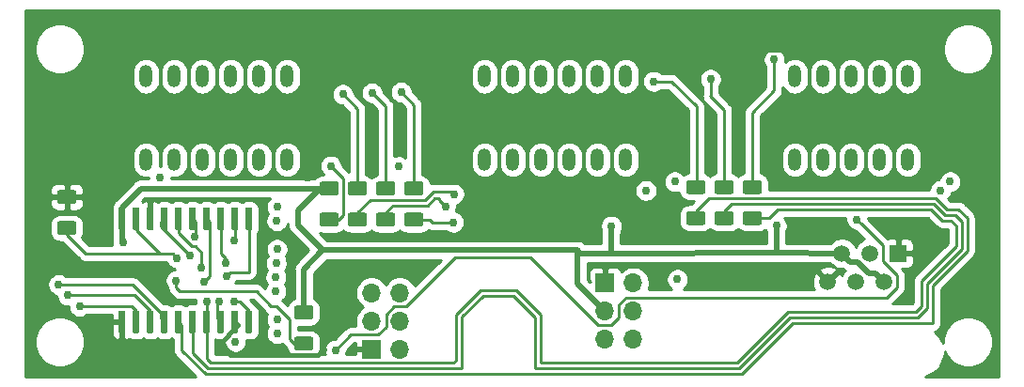
<source format=gbl>
G04 #@! TF.GenerationSoftware,KiCad,Pcbnew,5.1.5*
G04 #@! TF.CreationDate,2020-05-20T18:02:06-05:00*
G04 #@! TF.ProjectId,kdi574,6b646935-3734-42e6-9b69-6361645f7063,v01*
G04 #@! TF.SameCoordinates,Original*
G04 #@! TF.FileFunction,Copper,L4,Bot*
G04 #@! TF.FilePolarity,Positive*
%FSLAX46Y46*%
G04 Gerber Fmt 4.6, Leading zero omitted, Abs format (unit mm)*
G04 Created by KiCad (PCBNEW 5.1.5) date 2020-05-20 18:02:06*
%MOMM*%
%LPD*%
G04 APERTURE LIST*
%ADD10O,1.200000X2.000000*%
%ADD11O,1.700000X1.700000*%
%ADD12R,1.700000X1.700000*%
%ADD13R,1.520000X1.520000*%
%ADD14C,1.520000*%
%ADD15C,0.100000*%
%ADD16C,0.762000*%
%ADD17C,0.525000*%
%ADD18C,0.400000*%
%ADD19C,0.254000*%
G04 APERTURE END LIST*
D10*
X182880000Y-82600000D03*
X182880000Y-90120000D03*
X185420000Y-82600000D03*
X185420000Y-90120000D03*
X187960000Y-82600000D03*
X187960000Y-90120000D03*
X190500000Y-82600000D03*
X190500000Y-90120000D03*
X193040000Y-82600000D03*
X193040000Y-90120000D03*
D11*
X147320000Y-102108000D03*
X144780000Y-102108000D03*
X147320000Y-104648000D03*
X144780000Y-104648000D03*
X147320000Y-107188000D03*
D12*
X144780000Y-107188000D03*
D10*
X137160000Y-90120000D03*
X137160000Y-82600000D03*
X134620000Y-90120000D03*
X134620000Y-82600000D03*
X132080000Y-90120000D03*
X132080000Y-82600000D03*
X129540000Y-90120000D03*
X129540000Y-82600000D03*
X127000000Y-90120000D03*
X127000000Y-82600000D03*
X124460000Y-90120000D03*
X124460000Y-82600000D03*
X154940000Y-82600000D03*
X154940000Y-90120000D03*
X157480000Y-82600000D03*
X157480000Y-90120000D03*
X160020000Y-82600000D03*
X160020000Y-90120000D03*
X162560000Y-82600000D03*
X162560000Y-90120000D03*
X165100000Y-82600000D03*
X165100000Y-90120000D03*
X167640000Y-82600000D03*
X167640000Y-90120000D03*
D13*
X192201800Y-98552000D03*
D14*
X190931800Y-101092000D03*
X189661800Y-98552000D03*
X188391800Y-101092000D03*
X187121800Y-98552000D03*
X185851800Y-101092000D03*
D12*
X165798500Y-101231700D03*
D11*
X168338500Y-101231700D03*
X165798500Y-103771700D03*
X168338500Y-103771700D03*
X165798500Y-106311700D03*
X168338500Y-106311700D03*
G04 #@! TA.AperFunction,SMDPad,CuDef*
D15*
G36*
X117997504Y-92848204D02*
G01*
X118021773Y-92851804D01*
X118045571Y-92857765D01*
X118068671Y-92866030D01*
X118090849Y-92876520D01*
X118111893Y-92889133D01*
X118131598Y-92903747D01*
X118149777Y-92920223D01*
X118166253Y-92938402D01*
X118180867Y-92958107D01*
X118193480Y-92979151D01*
X118203970Y-93001329D01*
X118212235Y-93024429D01*
X118218196Y-93048227D01*
X118221796Y-93072496D01*
X118223000Y-93097000D01*
X118223000Y-93847000D01*
X118221796Y-93871504D01*
X118218196Y-93895773D01*
X118212235Y-93919571D01*
X118203970Y-93942671D01*
X118193480Y-93964849D01*
X118180867Y-93985893D01*
X118166253Y-94005598D01*
X118149777Y-94023777D01*
X118131598Y-94040253D01*
X118111893Y-94054867D01*
X118090849Y-94067480D01*
X118068671Y-94077970D01*
X118045571Y-94086235D01*
X118021773Y-94092196D01*
X117997504Y-94095796D01*
X117973000Y-94097000D01*
X116723000Y-94097000D01*
X116698496Y-94095796D01*
X116674227Y-94092196D01*
X116650429Y-94086235D01*
X116627329Y-94077970D01*
X116605151Y-94067480D01*
X116584107Y-94054867D01*
X116564402Y-94040253D01*
X116546223Y-94023777D01*
X116529747Y-94005598D01*
X116515133Y-93985893D01*
X116502520Y-93964849D01*
X116492030Y-93942671D01*
X116483765Y-93919571D01*
X116477804Y-93895773D01*
X116474204Y-93871504D01*
X116473000Y-93847000D01*
X116473000Y-93097000D01*
X116474204Y-93072496D01*
X116477804Y-93048227D01*
X116483765Y-93024429D01*
X116492030Y-93001329D01*
X116502520Y-92979151D01*
X116515133Y-92958107D01*
X116529747Y-92938402D01*
X116546223Y-92920223D01*
X116564402Y-92903747D01*
X116584107Y-92889133D01*
X116605151Y-92876520D01*
X116627329Y-92866030D01*
X116650429Y-92857765D01*
X116674227Y-92851804D01*
X116698496Y-92848204D01*
X116723000Y-92847000D01*
X117973000Y-92847000D01*
X117997504Y-92848204D01*
G37*
G04 #@! TD.AperFunction*
G04 #@! TA.AperFunction,SMDPad,CuDef*
G36*
X117997504Y-95648204D02*
G01*
X118021773Y-95651804D01*
X118045571Y-95657765D01*
X118068671Y-95666030D01*
X118090849Y-95676520D01*
X118111893Y-95689133D01*
X118131598Y-95703747D01*
X118149777Y-95720223D01*
X118166253Y-95738402D01*
X118180867Y-95758107D01*
X118193480Y-95779151D01*
X118203970Y-95801329D01*
X118212235Y-95824429D01*
X118218196Y-95848227D01*
X118221796Y-95872496D01*
X118223000Y-95897000D01*
X118223000Y-96647000D01*
X118221796Y-96671504D01*
X118218196Y-96695773D01*
X118212235Y-96719571D01*
X118203970Y-96742671D01*
X118193480Y-96764849D01*
X118180867Y-96785893D01*
X118166253Y-96805598D01*
X118149777Y-96823777D01*
X118131598Y-96840253D01*
X118111893Y-96854867D01*
X118090849Y-96867480D01*
X118068671Y-96877970D01*
X118045571Y-96886235D01*
X118021773Y-96892196D01*
X117997504Y-96895796D01*
X117973000Y-96897000D01*
X116723000Y-96897000D01*
X116698496Y-96895796D01*
X116674227Y-96892196D01*
X116650429Y-96886235D01*
X116627329Y-96877970D01*
X116605151Y-96867480D01*
X116584107Y-96854867D01*
X116564402Y-96840253D01*
X116546223Y-96823777D01*
X116529747Y-96805598D01*
X116515133Y-96785893D01*
X116502520Y-96764849D01*
X116492030Y-96742671D01*
X116483765Y-96719571D01*
X116477804Y-96695773D01*
X116474204Y-96671504D01*
X116473000Y-96647000D01*
X116473000Y-95897000D01*
X116474204Y-95872496D01*
X116477804Y-95848227D01*
X116483765Y-95824429D01*
X116492030Y-95801329D01*
X116502520Y-95779151D01*
X116515133Y-95758107D01*
X116529747Y-95738402D01*
X116546223Y-95720223D01*
X116564402Y-95703747D01*
X116584107Y-95689133D01*
X116605151Y-95676520D01*
X116627329Y-95666030D01*
X116650429Y-95657765D01*
X116674227Y-95651804D01*
X116698496Y-95648204D01*
X116723000Y-95647000D01*
X117973000Y-95647000D01*
X117997504Y-95648204D01*
G37*
G04 #@! TD.AperFunction*
G04 #@! TA.AperFunction,SMDPad,CuDef*
G36*
X139333504Y-106056204D02*
G01*
X139357773Y-106059804D01*
X139381571Y-106065765D01*
X139404671Y-106074030D01*
X139426849Y-106084520D01*
X139447893Y-106097133D01*
X139467598Y-106111747D01*
X139485777Y-106128223D01*
X139502253Y-106146402D01*
X139516867Y-106166107D01*
X139529480Y-106187151D01*
X139539970Y-106209329D01*
X139548235Y-106232429D01*
X139554196Y-106256227D01*
X139557796Y-106280496D01*
X139559000Y-106305000D01*
X139559000Y-107055000D01*
X139557796Y-107079504D01*
X139554196Y-107103773D01*
X139548235Y-107127571D01*
X139539970Y-107150671D01*
X139529480Y-107172849D01*
X139516867Y-107193893D01*
X139502253Y-107213598D01*
X139485777Y-107231777D01*
X139467598Y-107248253D01*
X139447893Y-107262867D01*
X139426849Y-107275480D01*
X139404671Y-107285970D01*
X139381571Y-107294235D01*
X139357773Y-107300196D01*
X139333504Y-107303796D01*
X139309000Y-107305000D01*
X138059000Y-107305000D01*
X138034496Y-107303796D01*
X138010227Y-107300196D01*
X137986429Y-107294235D01*
X137963329Y-107285970D01*
X137941151Y-107275480D01*
X137920107Y-107262867D01*
X137900402Y-107248253D01*
X137882223Y-107231777D01*
X137865747Y-107213598D01*
X137851133Y-107193893D01*
X137838520Y-107172849D01*
X137828030Y-107150671D01*
X137819765Y-107127571D01*
X137813804Y-107103773D01*
X137810204Y-107079504D01*
X137809000Y-107055000D01*
X137809000Y-106305000D01*
X137810204Y-106280496D01*
X137813804Y-106256227D01*
X137819765Y-106232429D01*
X137828030Y-106209329D01*
X137838520Y-106187151D01*
X137851133Y-106166107D01*
X137865747Y-106146402D01*
X137882223Y-106128223D01*
X137900402Y-106111747D01*
X137920107Y-106097133D01*
X137941151Y-106084520D01*
X137963329Y-106074030D01*
X137986429Y-106065765D01*
X138010227Y-106059804D01*
X138034496Y-106056204D01*
X138059000Y-106055000D01*
X139309000Y-106055000D01*
X139333504Y-106056204D01*
G37*
G04 #@! TD.AperFunction*
G04 #@! TA.AperFunction,SMDPad,CuDef*
G36*
X139333504Y-103256204D02*
G01*
X139357773Y-103259804D01*
X139381571Y-103265765D01*
X139404671Y-103274030D01*
X139426849Y-103284520D01*
X139447893Y-103297133D01*
X139467598Y-103311747D01*
X139485777Y-103328223D01*
X139502253Y-103346402D01*
X139516867Y-103366107D01*
X139529480Y-103387151D01*
X139539970Y-103409329D01*
X139548235Y-103432429D01*
X139554196Y-103456227D01*
X139557796Y-103480496D01*
X139559000Y-103505000D01*
X139559000Y-104255000D01*
X139557796Y-104279504D01*
X139554196Y-104303773D01*
X139548235Y-104327571D01*
X139539970Y-104350671D01*
X139529480Y-104372849D01*
X139516867Y-104393893D01*
X139502253Y-104413598D01*
X139485777Y-104431777D01*
X139467598Y-104448253D01*
X139447893Y-104462867D01*
X139426849Y-104475480D01*
X139404671Y-104485970D01*
X139381571Y-104494235D01*
X139357773Y-104500196D01*
X139333504Y-104503796D01*
X139309000Y-104505000D01*
X138059000Y-104505000D01*
X138034496Y-104503796D01*
X138010227Y-104500196D01*
X137986429Y-104494235D01*
X137963329Y-104485970D01*
X137941151Y-104475480D01*
X137920107Y-104462867D01*
X137900402Y-104448253D01*
X137882223Y-104431777D01*
X137865747Y-104413598D01*
X137851133Y-104393893D01*
X137838520Y-104372849D01*
X137828030Y-104350671D01*
X137819765Y-104327571D01*
X137813804Y-104303773D01*
X137810204Y-104279504D01*
X137809000Y-104255000D01*
X137809000Y-103505000D01*
X137810204Y-103480496D01*
X137813804Y-103456227D01*
X137819765Y-103432429D01*
X137828030Y-103409329D01*
X137838520Y-103387151D01*
X137851133Y-103366107D01*
X137865747Y-103346402D01*
X137882223Y-103328223D01*
X137900402Y-103311747D01*
X137920107Y-103297133D01*
X137941151Y-103284520D01*
X137963329Y-103274030D01*
X137986429Y-103265765D01*
X138010227Y-103259804D01*
X138034496Y-103256204D01*
X138059000Y-103255000D01*
X139309000Y-103255000D01*
X139333504Y-103256204D01*
G37*
G04 #@! TD.AperFunction*
G04 #@! TA.AperFunction,SMDPad,CuDef*
G36*
X144159504Y-94883204D02*
G01*
X144183773Y-94886804D01*
X144207571Y-94892765D01*
X144230671Y-94901030D01*
X144252849Y-94911520D01*
X144273893Y-94924133D01*
X144293598Y-94938747D01*
X144311777Y-94955223D01*
X144328253Y-94973402D01*
X144342867Y-94993107D01*
X144355480Y-95014151D01*
X144365970Y-95036329D01*
X144374235Y-95059429D01*
X144380196Y-95083227D01*
X144383796Y-95107496D01*
X144385000Y-95132000D01*
X144385000Y-95882000D01*
X144383796Y-95906504D01*
X144380196Y-95930773D01*
X144374235Y-95954571D01*
X144365970Y-95977671D01*
X144355480Y-95999849D01*
X144342867Y-96020893D01*
X144328253Y-96040598D01*
X144311777Y-96058777D01*
X144293598Y-96075253D01*
X144273893Y-96089867D01*
X144252849Y-96102480D01*
X144230671Y-96112970D01*
X144207571Y-96121235D01*
X144183773Y-96127196D01*
X144159504Y-96130796D01*
X144135000Y-96132000D01*
X142885000Y-96132000D01*
X142860496Y-96130796D01*
X142836227Y-96127196D01*
X142812429Y-96121235D01*
X142789329Y-96112970D01*
X142767151Y-96102480D01*
X142746107Y-96089867D01*
X142726402Y-96075253D01*
X142708223Y-96058777D01*
X142691747Y-96040598D01*
X142677133Y-96020893D01*
X142664520Y-95999849D01*
X142654030Y-95977671D01*
X142645765Y-95954571D01*
X142639804Y-95930773D01*
X142636204Y-95906504D01*
X142635000Y-95882000D01*
X142635000Y-95132000D01*
X142636204Y-95107496D01*
X142639804Y-95083227D01*
X142645765Y-95059429D01*
X142654030Y-95036329D01*
X142664520Y-95014151D01*
X142677133Y-94993107D01*
X142691747Y-94973402D01*
X142708223Y-94955223D01*
X142726402Y-94938747D01*
X142746107Y-94924133D01*
X142767151Y-94911520D01*
X142789329Y-94901030D01*
X142812429Y-94892765D01*
X142836227Y-94886804D01*
X142860496Y-94883204D01*
X142885000Y-94882000D01*
X144135000Y-94882000D01*
X144159504Y-94883204D01*
G37*
G04 #@! TD.AperFunction*
G04 #@! TA.AperFunction,SMDPad,CuDef*
G36*
X144159504Y-92083204D02*
G01*
X144183773Y-92086804D01*
X144207571Y-92092765D01*
X144230671Y-92101030D01*
X144252849Y-92111520D01*
X144273893Y-92124133D01*
X144293598Y-92138747D01*
X144311777Y-92155223D01*
X144328253Y-92173402D01*
X144342867Y-92193107D01*
X144355480Y-92214151D01*
X144365970Y-92236329D01*
X144374235Y-92259429D01*
X144380196Y-92283227D01*
X144383796Y-92307496D01*
X144385000Y-92332000D01*
X144385000Y-93082000D01*
X144383796Y-93106504D01*
X144380196Y-93130773D01*
X144374235Y-93154571D01*
X144365970Y-93177671D01*
X144355480Y-93199849D01*
X144342867Y-93220893D01*
X144328253Y-93240598D01*
X144311777Y-93258777D01*
X144293598Y-93275253D01*
X144273893Y-93289867D01*
X144252849Y-93302480D01*
X144230671Y-93312970D01*
X144207571Y-93321235D01*
X144183773Y-93327196D01*
X144159504Y-93330796D01*
X144135000Y-93332000D01*
X142885000Y-93332000D01*
X142860496Y-93330796D01*
X142836227Y-93327196D01*
X142812429Y-93321235D01*
X142789329Y-93312970D01*
X142767151Y-93302480D01*
X142746107Y-93289867D01*
X142726402Y-93275253D01*
X142708223Y-93258777D01*
X142691747Y-93240598D01*
X142677133Y-93220893D01*
X142664520Y-93199849D01*
X142654030Y-93177671D01*
X142645765Y-93154571D01*
X142639804Y-93130773D01*
X142636204Y-93106504D01*
X142635000Y-93082000D01*
X142635000Y-92332000D01*
X142636204Y-92307496D01*
X142639804Y-92283227D01*
X142645765Y-92259429D01*
X142654030Y-92236329D01*
X142664520Y-92214151D01*
X142677133Y-92193107D01*
X142691747Y-92173402D01*
X142708223Y-92155223D01*
X142726402Y-92138747D01*
X142746107Y-92124133D01*
X142767151Y-92111520D01*
X142789329Y-92101030D01*
X142812429Y-92092765D01*
X142836227Y-92086804D01*
X142860496Y-92083204D01*
X142885000Y-92082000D01*
X144135000Y-92082000D01*
X144159504Y-92083204D01*
G37*
G04 #@! TD.AperFunction*
G04 #@! TA.AperFunction,SMDPad,CuDef*
G36*
X146699504Y-92083204D02*
G01*
X146723773Y-92086804D01*
X146747571Y-92092765D01*
X146770671Y-92101030D01*
X146792849Y-92111520D01*
X146813893Y-92124133D01*
X146833598Y-92138747D01*
X146851777Y-92155223D01*
X146868253Y-92173402D01*
X146882867Y-92193107D01*
X146895480Y-92214151D01*
X146905970Y-92236329D01*
X146914235Y-92259429D01*
X146920196Y-92283227D01*
X146923796Y-92307496D01*
X146925000Y-92332000D01*
X146925000Y-93082000D01*
X146923796Y-93106504D01*
X146920196Y-93130773D01*
X146914235Y-93154571D01*
X146905970Y-93177671D01*
X146895480Y-93199849D01*
X146882867Y-93220893D01*
X146868253Y-93240598D01*
X146851777Y-93258777D01*
X146833598Y-93275253D01*
X146813893Y-93289867D01*
X146792849Y-93302480D01*
X146770671Y-93312970D01*
X146747571Y-93321235D01*
X146723773Y-93327196D01*
X146699504Y-93330796D01*
X146675000Y-93332000D01*
X145425000Y-93332000D01*
X145400496Y-93330796D01*
X145376227Y-93327196D01*
X145352429Y-93321235D01*
X145329329Y-93312970D01*
X145307151Y-93302480D01*
X145286107Y-93289867D01*
X145266402Y-93275253D01*
X145248223Y-93258777D01*
X145231747Y-93240598D01*
X145217133Y-93220893D01*
X145204520Y-93199849D01*
X145194030Y-93177671D01*
X145185765Y-93154571D01*
X145179804Y-93130773D01*
X145176204Y-93106504D01*
X145175000Y-93082000D01*
X145175000Y-92332000D01*
X145176204Y-92307496D01*
X145179804Y-92283227D01*
X145185765Y-92259429D01*
X145194030Y-92236329D01*
X145204520Y-92214151D01*
X145217133Y-92193107D01*
X145231747Y-92173402D01*
X145248223Y-92155223D01*
X145266402Y-92138747D01*
X145286107Y-92124133D01*
X145307151Y-92111520D01*
X145329329Y-92101030D01*
X145352429Y-92092765D01*
X145376227Y-92086804D01*
X145400496Y-92083204D01*
X145425000Y-92082000D01*
X146675000Y-92082000D01*
X146699504Y-92083204D01*
G37*
G04 #@! TD.AperFunction*
G04 #@! TA.AperFunction,SMDPad,CuDef*
G36*
X146699504Y-94883204D02*
G01*
X146723773Y-94886804D01*
X146747571Y-94892765D01*
X146770671Y-94901030D01*
X146792849Y-94911520D01*
X146813893Y-94924133D01*
X146833598Y-94938747D01*
X146851777Y-94955223D01*
X146868253Y-94973402D01*
X146882867Y-94993107D01*
X146895480Y-95014151D01*
X146905970Y-95036329D01*
X146914235Y-95059429D01*
X146920196Y-95083227D01*
X146923796Y-95107496D01*
X146925000Y-95132000D01*
X146925000Y-95882000D01*
X146923796Y-95906504D01*
X146920196Y-95930773D01*
X146914235Y-95954571D01*
X146905970Y-95977671D01*
X146895480Y-95999849D01*
X146882867Y-96020893D01*
X146868253Y-96040598D01*
X146851777Y-96058777D01*
X146833598Y-96075253D01*
X146813893Y-96089867D01*
X146792849Y-96102480D01*
X146770671Y-96112970D01*
X146747571Y-96121235D01*
X146723773Y-96127196D01*
X146699504Y-96130796D01*
X146675000Y-96132000D01*
X145425000Y-96132000D01*
X145400496Y-96130796D01*
X145376227Y-96127196D01*
X145352429Y-96121235D01*
X145329329Y-96112970D01*
X145307151Y-96102480D01*
X145286107Y-96089867D01*
X145266402Y-96075253D01*
X145248223Y-96058777D01*
X145231747Y-96040598D01*
X145217133Y-96020893D01*
X145204520Y-95999849D01*
X145194030Y-95977671D01*
X145185765Y-95954571D01*
X145179804Y-95930773D01*
X145176204Y-95906504D01*
X145175000Y-95882000D01*
X145175000Y-95132000D01*
X145176204Y-95107496D01*
X145179804Y-95083227D01*
X145185765Y-95059429D01*
X145194030Y-95036329D01*
X145204520Y-95014151D01*
X145217133Y-94993107D01*
X145231747Y-94973402D01*
X145248223Y-94955223D01*
X145266402Y-94938747D01*
X145286107Y-94924133D01*
X145307151Y-94911520D01*
X145329329Y-94901030D01*
X145352429Y-94892765D01*
X145376227Y-94886804D01*
X145400496Y-94883204D01*
X145425000Y-94882000D01*
X146675000Y-94882000D01*
X146699504Y-94883204D01*
G37*
G04 #@! TD.AperFunction*
G04 #@! TA.AperFunction,SMDPad,CuDef*
G36*
X149239504Y-94883204D02*
G01*
X149263773Y-94886804D01*
X149287571Y-94892765D01*
X149310671Y-94901030D01*
X149332849Y-94911520D01*
X149353893Y-94924133D01*
X149373598Y-94938747D01*
X149391777Y-94955223D01*
X149408253Y-94973402D01*
X149422867Y-94993107D01*
X149435480Y-95014151D01*
X149445970Y-95036329D01*
X149454235Y-95059429D01*
X149460196Y-95083227D01*
X149463796Y-95107496D01*
X149465000Y-95132000D01*
X149465000Y-95882000D01*
X149463796Y-95906504D01*
X149460196Y-95930773D01*
X149454235Y-95954571D01*
X149445970Y-95977671D01*
X149435480Y-95999849D01*
X149422867Y-96020893D01*
X149408253Y-96040598D01*
X149391777Y-96058777D01*
X149373598Y-96075253D01*
X149353893Y-96089867D01*
X149332849Y-96102480D01*
X149310671Y-96112970D01*
X149287571Y-96121235D01*
X149263773Y-96127196D01*
X149239504Y-96130796D01*
X149215000Y-96132000D01*
X147965000Y-96132000D01*
X147940496Y-96130796D01*
X147916227Y-96127196D01*
X147892429Y-96121235D01*
X147869329Y-96112970D01*
X147847151Y-96102480D01*
X147826107Y-96089867D01*
X147806402Y-96075253D01*
X147788223Y-96058777D01*
X147771747Y-96040598D01*
X147757133Y-96020893D01*
X147744520Y-95999849D01*
X147734030Y-95977671D01*
X147725765Y-95954571D01*
X147719804Y-95930773D01*
X147716204Y-95906504D01*
X147715000Y-95882000D01*
X147715000Y-95132000D01*
X147716204Y-95107496D01*
X147719804Y-95083227D01*
X147725765Y-95059429D01*
X147734030Y-95036329D01*
X147744520Y-95014151D01*
X147757133Y-94993107D01*
X147771747Y-94973402D01*
X147788223Y-94955223D01*
X147806402Y-94938747D01*
X147826107Y-94924133D01*
X147847151Y-94911520D01*
X147869329Y-94901030D01*
X147892429Y-94892765D01*
X147916227Y-94886804D01*
X147940496Y-94883204D01*
X147965000Y-94882000D01*
X149215000Y-94882000D01*
X149239504Y-94883204D01*
G37*
G04 #@! TD.AperFunction*
G04 #@! TA.AperFunction,SMDPad,CuDef*
G36*
X149239504Y-92083204D02*
G01*
X149263773Y-92086804D01*
X149287571Y-92092765D01*
X149310671Y-92101030D01*
X149332849Y-92111520D01*
X149353893Y-92124133D01*
X149373598Y-92138747D01*
X149391777Y-92155223D01*
X149408253Y-92173402D01*
X149422867Y-92193107D01*
X149435480Y-92214151D01*
X149445970Y-92236329D01*
X149454235Y-92259429D01*
X149460196Y-92283227D01*
X149463796Y-92307496D01*
X149465000Y-92332000D01*
X149465000Y-93082000D01*
X149463796Y-93106504D01*
X149460196Y-93130773D01*
X149454235Y-93154571D01*
X149445970Y-93177671D01*
X149435480Y-93199849D01*
X149422867Y-93220893D01*
X149408253Y-93240598D01*
X149391777Y-93258777D01*
X149373598Y-93275253D01*
X149353893Y-93289867D01*
X149332849Y-93302480D01*
X149310671Y-93312970D01*
X149287571Y-93321235D01*
X149263773Y-93327196D01*
X149239504Y-93330796D01*
X149215000Y-93332000D01*
X147965000Y-93332000D01*
X147940496Y-93330796D01*
X147916227Y-93327196D01*
X147892429Y-93321235D01*
X147869329Y-93312970D01*
X147847151Y-93302480D01*
X147826107Y-93289867D01*
X147806402Y-93275253D01*
X147788223Y-93258777D01*
X147771747Y-93240598D01*
X147757133Y-93220893D01*
X147744520Y-93199849D01*
X147734030Y-93177671D01*
X147725765Y-93154571D01*
X147719804Y-93130773D01*
X147716204Y-93106504D01*
X147715000Y-93082000D01*
X147715000Y-92332000D01*
X147716204Y-92307496D01*
X147719804Y-92283227D01*
X147725765Y-92259429D01*
X147734030Y-92236329D01*
X147744520Y-92214151D01*
X147757133Y-92193107D01*
X147771747Y-92173402D01*
X147788223Y-92155223D01*
X147806402Y-92138747D01*
X147826107Y-92124133D01*
X147847151Y-92111520D01*
X147869329Y-92101030D01*
X147892429Y-92092765D01*
X147916227Y-92086804D01*
X147940496Y-92083204D01*
X147965000Y-92082000D01*
X149215000Y-92082000D01*
X149239504Y-92083204D01*
G37*
G04 #@! TD.AperFunction*
G04 #@! TA.AperFunction,SMDPad,CuDef*
G36*
X174639504Y-91956204D02*
G01*
X174663773Y-91959804D01*
X174687571Y-91965765D01*
X174710671Y-91974030D01*
X174732849Y-91984520D01*
X174753893Y-91997133D01*
X174773598Y-92011747D01*
X174791777Y-92028223D01*
X174808253Y-92046402D01*
X174822867Y-92066107D01*
X174835480Y-92087151D01*
X174845970Y-92109329D01*
X174854235Y-92132429D01*
X174860196Y-92156227D01*
X174863796Y-92180496D01*
X174865000Y-92205000D01*
X174865000Y-92955000D01*
X174863796Y-92979504D01*
X174860196Y-93003773D01*
X174854235Y-93027571D01*
X174845970Y-93050671D01*
X174835480Y-93072849D01*
X174822867Y-93093893D01*
X174808253Y-93113598D01*
X174791777Y-93131777D01*
X174773598Y-93148253D01*
X174753893Y-93162867D01*
X174732849Y-93175480D01*
X174710671Y-93185970D01*
X174687571Y-93194235D01*
X174663773Y-93200196D01*
X174639504Y-93203796D01*
X174615000Y-93205000D01*
X173365000Y-93205000D01*
X173340496Y-93203796D01*
X173316227Y-93200196D01*
X173292429Y-93194235D01*
X173269329Y-93185970D01*
X173247151Y-93175480D01*
X173226107Y-93162867D01*
X173206402Y-93148253D01*
X173188223Y-93131777D01*
X173171747Y-93113598D01*
X173157133Y-93093893D01*
X173144520Y-93072849D01*
X173134030Y-93050671D01*
X173125765Y-93027571D01*
X173119804Y-93003773D01*
X173116204Y-92979504D01*
X173115000Y-92955000D01*
X173115000Y-92205000D01*
X173116204Y-92180496D01*
X173119804Y-92156227D01*
X173125765Y-92132429D01*
X173134030Y-92109329D01*
X173144520Y-92087151D01*
X173157133Y-92066107D01*
X173171747Y-92046402D01*
X173188223Y-92028223D01*
X173206402Y-92011747D01*
X173226107Y-91997133D01*
X173247151Y-91984520D01*
X173269329Y-91974030D01*
X173292429Y-91965765D01*
X173316227Y-91959804D01*
X173340496Y-91956204D01*
X173365000Y-91955000D01*
X174615000Y-91955000D01*
X174639504Y-91956204D01*
G37*
G04 #@! TD.AperFunction*
G04 #@! TA.AperFunction,SMDPad,CuDef*
G36*
X174639504Y-94756204D02*
G01*
X174663773Y-94759804D01*
X174687571Y-94765765D01*
X174710671Y-94774030D01*
X174732849Y-94784520D01*
X174753893Y-94797133D01*
X174773598Y-94811747D01*
X174791777Y-94828223D01*
X174808253Y-94846402D01*
X174822867Y-94866107D01*
X174835480Y-94887151D01*
X174845970Y-94909329D01*
X174854235Y-94932429D01*
X174860196Y-94956227D01*
X174863796Y-94980496D01*
X174865000Y-95005000D01*
X174865000Y-95755000D01*
X174863796Y-95779504D01*
X174860196Y-95803773D01*
X174854235Y-95827571D01*
X174845970Y-95850671D01*
X174835480Y-95872849D01*
X174822867Y-95893893D01*
X174808253Y-95913598D01*
X174791777Y-95931777D01*
X174773598Y-95948253D01*
X174753893Y-95962867D01*
X174732849Y-95975480D01*
X174710671Y-95985970D01*
X174687571Y-95994235D01*
X174663773Y-96000196D01*
X174639504Y-96003796D01*
X174615000Y-96005000D01*
X173365000Y-96005000D01*
X173340496Y-96003796D01*
X173316227Y-96000196D01*
X173292429Y-95994235D01*
X173269329Y-95985970D01*
X173247151Y-95975480D01*
X173226107Y-95962867D01*
X173206402Y-95948253D01*
X173188223Y-95931777D01*
X173171747Y-95913598D01*
X173157133Y-95893893D01*
X173144520Y-95872849D01*
X173134030Y-95850671D01*
X173125765Y-95827571D01*
X173119804Y-95803773D01*
X173116204Y-95779504D01*
X173115000Y-95755000D01*
X173115000Y-95005000D01*
X173116204Y-94980496D01*
X173119804Y-94956227D01*
X173125765Y-94932429D01*
X173134030Y-94909329D01*
X173144520Y-94887151D01*
X173157133Y-94866107D01*
X173171747Y-94846402D01*
X173188223Y-94828223D01*
X173206402Y-94811747D01*
X173226107Y-94797133D01*
X173247151Y-94784520D01*
X173269329Y-94774030D01*
X173292429Y-94765765D01*
X173316227Y-94759804D01*
X173340496Y-94756204D01*
X173365000Y-94755000D01*
X174615000Y-94755000D01*
X174639504Y-94756204D01*
G37*
G04 #@! TD.AperFunction*
G04 #@! TA.AperFunction,SMDPad,CuDef*
G36*
X177179504Y-94756204D02*
G01*
X177203773Y-94759804D01*
X177227571Y-94765765D01*
X177250671Y-94774030D01*
X177272849Y-94784520D01*
X177293893Y-94797133D01*
X177313598Y-94811747D01*
X177331777Y-94828223D01*
X177348253Y-94846402D01*
X177362867Y-94866107D01*
X177375480Y-94887151D01*
X177385970Y-94909329D01*
X177394235Y-94932429D01*
X177400196Y-94956227D01*
X177403796Y-94980496D01*
X177405000Y-95005000D01*
X177405000Y-95755000D01*
X177403796Y-95779504D01*
X177400196Y-95803773D01*
X177394235Y-95827571D01*
X177385970Y-95850671D01*
X177375480Y-95872849D01*
X177362867Y-95893893D01*
X177348253Y-95913598D01*
X177331777Y-95931777D01*
X177313598Y-95948253D01*
X177293893Y-95962867D01*
X177272849Y-95975480D01*
X177250671Y-95985970D01*
X177227571Y-95994235D01*
X177203773Y-96000196D01*
X177179504Y-96003796D01*
X177155000Y-96005000D01*
X175905000Y-96005000D01*
X175880496Y-96003796D01*
X175856227Y-96000196D01*
X175832429Y-95994235D01*
X175809329Y-95985970D01*
X175787151Y-95975480D01*
X175766107Y-95962867D01*
X175746402Y-95948253D01*
X175728223Y-95931777D01*
X175711747Y-95913598D01*
X175697133Y-95893893D01*
X175684520Y-95872849D01*
X175674030Y-95850671D01*
X175665765Y-95827571D01*
X175659804Y-95803773D01*
X175656204Y-95779504D01*
X175655000Y-95755000D01*
X175655000Y-95005000D01*
X175656204Y-94980496D01*
X175659804Y-94956227D01*
X175665765Y-94932429D01*
X175674030Y-94909329D01*
X175684520Y-94887151D01*
X175697133Y-94866107D01*
X175711747Y-94846402D01*
X175728223Y-94828223D01*
X175746402Y-94811747D01*
X175766107Y-94797133D01*
X175787151Y-94784520D01*
X175809329Y-94774030D01*
X175832429Y-94765765D01*
X175856227Y-94759804D01*
X175880496Y-94756204D01*
X175905000Y-94755000D01*
X177155000Y-94755000D01*
X177179504Y-94756204D01*
G37*
G04 #@! TD.AperFunction*
G04 #@! TA.AperFunction,SMDPad,CuDef*
G36*
X177179504Y-91956204D02*
G01*
X177203773Y-91959804D01*
X177227571Y-91965765D01*
X177250671Y-91974030D01*
X177272849Y-91984520D01*
X177293893Y-91997133D01*
X177313598Y-92011747D01*
X177331777Y-92028223D01*
X177348253Y-92046402D01*
X177362867Y-92066107D01*
X177375480Y-92087151D01*
X177385970Y-92109329D01*
X177394235Y-92132429D01*
X177400196Y-92156227D01*
X177403796Y-92180496D01*
X177405000Y-92205000D01*
X177405000Y-92955000D01*
X177403796Y-92979504D01*
X177400196Y-93003773D01*
X177394235Y-93027571D01*
X177385970Y-93050671D01*
X177375480Y-93072849D01*
X177362867Y-93093893D01*
X177348253Y-93113598D01*
X177331777Y-93131777D01*
X177313598Y-93148253D01*
X177293893Y-93162867D01*
X177272849Y-93175480D01*
X177250671Y-93185970D01*
X177227571Y-93194235D01*
X177203773Y-93200196D01*
X177179504Y-93203796D01*
X177155000Y-93205000D01*
X175905000Y-93205000D01*
X175880496Y-93203796D01*
X175856227Y-93200196D01*
X175832429Y-93194235D01*
X175809329Y-93185970D01*
X175787151Y-93175480D01*
X175766107Y-93162867D01*
X175746402Y-93148253D01*
X175728223Y-93131777D01*
X175711747Y-93113598D01*
X175697133Y-93093893D01*
X175684520Y-93072849D01*
X175674030Y-93050671D01*
X175665765Y-93027571D01*
X175659804Y-93003773D01*
X175656204Y-92979504D01*
X175655000Y-92955000D01*
X175655000Y-92205000D01*
X175656204Y-92180496D01*
X175659804Y-92156227D01*
X175665765Y-92132429D01*
X175674030Y-92109329D01*
X175684520Y-92087151D01*
X175697133Y-92066107D01*
X175711747Y-92046402D01*
X175728223Y-92028223D01*
X175746402Y-92011747D01*
X175766107Y-91997133D01*
X175787151Y-91984520D01*
X175809329Y-91974030D01*
X175832429Y-91965765D01*
X175856227Y-91959804D01*
X175880496Y-91956204D01*
X175905000Y-91955000D01*
X177155000Y-91955000D01*
X177179504Y-91956204D01*
G37*
G04 #@! TD.AperFunction*
G04 #@! TA.AperFunction,SMDPad,CuDef*
G36*
X179719504Y-94756204D02*
G01*
X179743773Y-94759804D01*
X179767571Y-94765765D01*
X179790671Y-94774030D01*
X179812849Y-94784520D01*
X179833893Y-94797133D01*
X179853598Y-94811747D01*
X179871777Y-94828223D01*
X179888253Y-94846402D01*
X179902867Y-94866107D01*
X179915480Y-94887151D01*
X179925970Y-94909329D01*
X179934235Y-94932429D01*
X179940196Y-94956227D01*
X179943796Y-94980496D01*
X179945000Y-95005000D01*
X179945000Y-95755000D01*
X179943796Y-95779504D01*
X179940196Y-95803773D01*
X179934235Y-95827571D01*
X179925970Y-95850671D01*
X179915480Y-95872849D01*
X179902867Y-95893893D01*
X179888253Y-95913598D01*
X179871777Y-95931777D01*
X179853598Y-95948253D01*
X179833893Y-95962867D01*
X179812849Y-95975480D01*
X179790671Y-95985970D01*
X179767571Y-95994235D01*
X179743773Y-96000196D01*
X179719504Y-96003796D01*
X179695000Y-96005000D01*
X178445000Y-96005000D01*
X178420496Y-96003796D01*
X178396227Y-96000196D01*
X178372429Y-95994235D01*
X178349329Y-95985970D01*
X178327151Y-95975480D01*
X178306107Y-95962867D01*
X178286402Y-95948253D01*
X178268223Y-95931777D01*
X178251747Y-95913598D01*
X178237133Y-95893893D01*
X178224520Y-95872849D01*
X178214030Y-95850671D01*
X178205765Y-95827571D01*
X178199804Y-95803773D01*
X178196204Y-95779504D01*
X178195000Y-95755000D01*
X178195000Y-95005000D01*
X178196204Y-94980496D01*
X178199804Y-94956227D01*
X178205765Y-94932429D01*
X178214030Y-94909329D01*
X178224520Y-94887151D01*
X178237133Y-94866107D01*
X178251747Y-94846402D01*
X178268223Y-94828223D01*
X178286402Y-94811747D01*
X178306107Y-94797133D01*
X178327151Y-94784520D01*
X178349329Y-94774030D01*
X178372429Y-94765765D01*
X178396227Y-94759804D01*
X178420496Y-94756204D01*
X178445000Y-94755000D01*
X179695000Y-94755000D01*
X179719504Y-94756204D01*
G37*
G04 #@! TD.AperFunction*
G04 #@! TA.AperFunction,SMDPad,CuDef*
G36*
X179719504Y-91956204D02*
G01*
X179743773Y-91959804D01*
X179767571Y-91965765D01*
X179790671Y-91974030D01*
X179812849Y-91984520D01*
X179833893Y-91997133D01*
X179853598Y-92011747D01*
X179871777Y-92028223D01*
X179888253Y-92046402D01*
X179902867Y-92066107D01*
X179915480Y-92087151D01*
X179925970Y-92109329D01*
X179934235Y-92132429D01*
X179940196Y-92156227D01*
X179943796Y-92180496D01*
X179945000Y-92205000D01*
X179945000Y-92955000D01*
X179943796Y-92979504D01*
X179940196Y-93003773D01*
X179934235Y-93027571D01*
X179925970Y-93050671D01*
X179915480Y-93072849D01*
X179902867Y-93093893D01*
X179888253Y-93113598D01*
X179871777Y-93131777D01*
X179853598Y-93148253D01*
X179833893Y-93162867D01*
X179812849Y-93175480D01*
X179790671Y-93185970D01*
X179767571Y-93194235D01*
X179743773Y-93200196D01*
X179719504Y-93203796D01*
X179695000Y-93205000D01*
X178445000Y-93205000D01*
X178420496Y-93203796D01*
X178396227Y-93200196D01*
X178372429Y-93194235D01*
X178349329Y-93185970D01*
X178327151Y-93175480D01*
X178306107Y-93162867D01*
X178286402Y-93148253D01*
X178268223Y-93131777D01*
X178251747Y-93113598D01*
X178237133Y-93093893D01*
X178224520Y-93072849D01*
X178214030Y-93050671D01*
X178205765Y-93027571D01*
X178199804Y-93003773D01*
X178196204Y-92979504D01*
X178195000Y-92955000D01*
X178195000Y-92205000D01*
X178196204Y-92180496D01*
X178199804Y-92156227D01*
X178205765Y-92132429D01*
X178214030Y-92109329D01*
X178224520Y-92087151D01*
X178237133Y-92066107D01*
X178251747Y-92046402D01*
X178268223Y-92028223D01*
X178286402Y-92011747D01*
X178306107Y-91997133D01*
X178327151Y-91984520D01*
X178349329Y-91974030D01*
X178372429Y-91965765D01*
X178396227Y-91959804D01*
X178420496Y-91956204D01*
X178445000Y-91955000D01*
X179695000Y-91955000D01*
X179719504Y-91956204D01*
G37*
G04 #@! TD.AperFunction*
G04 #@! TA.AperFunction,SMDPad,CuDef*
G36*
X141619504Y-92083204D02*
G01*
X141643773Y-92086804D01*
X141667571Y-92092765D01*
X141690671Y-92101030D01*
X141712849Y-92111520D01*
X141733893Y-92124133D01*
X141753598Y-92138747D01*
X141771777Y-92155223D01*
X141788253Y-92173402D01*
X141802867Y-92193107D01*
X141815480Y-92214151D01*
X141825970Y-92236329D01*
X141834235Y-92259429D01*
X141840196Y-92283227D01*
X141843796Y-92307496D01*
X141845000Y-92332000D01*
X141845000Y-93082000D01*
X141843796Y-93106504D01*
X141840196Y-93130773D01*
X141834235Y-93154571D01*
X141825970Y-93177671D01*
X141815480Y-93199849D01*
X141802867Y-93220893D01*
X141788253Y-93240598D01*
X141771777Y-93258777D01*
X141753598Y-93275253D01*
X141733893Y-93289867D01*
X141712849Y-93302480D01*
X141690671Y-93312970D01*
X141667571Y-93321235D01*
X141643773Y-93327196D01*
X141619504Y-93330796D01*
X141595000Y-93332000D01*
X140345000Y-93332000D01*
X140320496Y-93330796D01*
X140296227Y-93327196D01*
X140272429Y-93321235D01*
X140249329Y-93312970D01*
X140227151Y-93302480D01*
X140206107Y-93289867D01*
X140186402Y-93275253D01*
X140168223Y-93258777D01*
X140151747Y-93240598D01*
X140137133Y-93220893D01*
X140124520Y-93199849D01*
X140114030Y-93177671D01*
X140105765Y-93154571D01*
X140099804Y-93130773D01*
X140096204Y-93106504D01*
X140095000Y-93082000D01*
X140095000Y-92332000D01*
X140096204Y-92307496D01*
X140099804Y-92283227D01*
X140105765Y-92259429D01*
X140114030Y-92236329D01*
X140124520Y-92214151D01*
X140137133Y-92193107D01*
X140151747Y-92173402D01*
X140168223Y-92155223D01*
X140186402Y-92138747D01*
X140206107Y-92124133D01*
X140227151Y-92111520D01*
X140249329Y-92101030D01*
X140272429Y-92092765D01*
X140296227Y-92086804D01*
X140320496Y-92083204D01*
X140345000Y-92082000D01*
X141595000Y-92082000D01*
X141619504Y-92083204D01*
G37*
G04 #@! TD.AperFunction*
G04 #@! TA.AperFunction,SMDPad,CuDef*
G36*
X141619504Y-94883204D02*
G01*
X141643773Y-94886804D01*
X141667571Y-94892765D01*
X141690671Y-94901030D01*
X141712849Y-94911520D01*
X141733893Y-94924133D01*
X141753598Y-94938747D01*
X141771777Y-94955223D01*
X141788253Y-94973402D01*
X141802867Y-94993107D01*
X141815480Y-95014151D01*
X141825970Y-95036329D01*
X141834235Y-95059429D01*
X141840196Y-95083227D01*
X141843796Y-95107496D01*
X141845000Y-95132000D01*
X141845000Y-95882000D01*
X141843796Y-95906504D01*
X141840196Y-95930773D01*
X141834235Y-95954571D01*
X141825970Y-95977671D01*
X141815480Y-95999849D01*
X141802867Y-96020893D01*
X141788253Y-96040598D01*
X141771777Y-96058777D01*
X141753598Y-96075253D01*
X141733893Y-96089867D01*
X141712849Y-96102480D01*
X141690671Y-96112970D01*
X141667571Y-96121235D01*
X141643773Y-96127196D01*
X141619504Y-96130796D01*
X141595000Y-96132000D01*
X140345000Y-96132000D01*
X140320496Y-96130796D01*
X140296227Y-96127196D01*
X140272429Y-96121235D01*
X140249329Y-96112970D01*
X140227151Y-96102480D01*
X140206107Y-96089867D01*
X140186402Y-96075253D01*
X140168223Y-96058777D01*
X140151747Y-96040598D01*
X140137133Y-96020893D01*
X140124520Y-95999849D01*
X140114030Y-95977671D01*
X140105765Y-95954571D01*
X140099804Y-95930773D01*
X140096204Y-95906504D01*
X140095000Y-95882000D01*
X140095000Y-95132000D01*
X140096204Y-95107496D01*
X140099804Y-95083227D01*
X140105765Y-95059429D01*
X140114030Y-95036329D01*
X140124520Y-95014151D01*
X140137133Y-94993107D01*
X140151747Y-94973402D01*
X140168223Y-94955223D01*
X140186402Y-94938747D01*
X140206107Y-94924133D01*
X140227151Y-94911520D01*
X140249329Y-94901030D01*
X140272429Y-94892765D01*
X140296227Y-94886804D01*
X140320496Y-94883204D01*
X140345000Y-94882000D01*
X141595000Y-94882000D01*
X141619504Y-94883204D01*
G37*
G04 #@! TD.AperFunction*
G04 #@! TA.AperFunction,SMDPad,CuDef*
G36*
X133895703Y-103701722D02*
G01*
X133910264Y-103703882D01*
X133924543Y-103707459D01*
X133938403Y-103712418D01*
X133951710Y-103718712D01*
X133964336Y-103726280D01*
X133976159Y-103735048D01*
X133987066Y-103744934D01*
X133996952Y-103755841D01*
X134005720Y-103767664D01*
X134013288Y-103780290D01*
X134019582Y-103793597D01*
X134024541Y-103807457D01*
X134028118Y-103821736D01*
X134030278Y-103836297D01*
X134031000Y-103851000D01*
X134031000Y-105601000D01*
X134030278Y-105615703D01*
X134028118Y-105630264D01*
X134024541Y-105644543D01*
X134019582Y-105658403D01*
X134013288Y-105671710D01*
X134005720Y-105684336D01*
X133996952Y-105696159D01*
X133987066Y-105707066D01*
X133976159Y-105716952D01*
X133964336Y-105725720D01*
X133951710Y-105733288D01*
X133938403Y-105739582D01*
X133924543Y-105744541D01*
X133910264Y-105748118D01*
X133895703Y-105750278D01*
X133881000Y-105751000D01*
X133581000Y-105751000D01*
X133566297Y-105750278D01*
X133551736Y-105748118D01*
X133537457Y-105744541D01*
X133523597Y-105739582D01*
X133510290Y-105733288D01*
X133497664Y-105725720D01*
X133485841Y-105716952D01*
X133474934Y-105707066D01*
X133465048Y-105696159D01*
X133456280Y-105684336D01*
X133448712Y-105671710D01*
X133442418Y-105658403D01*
X133437459Y-105644543D01*
X133433882Y-105630264D01*
X133431722Y-105615703D01*
X133431000Y-105601000D01*
X133431000Y-103851000D01*
X133431722Y-103836297D01*
X133433882Y-103821736D01*
X133437459Y-103807457D01*
X133442418Y-103793597D01*
X133448712Y-103780290D01*
X133456280Y-103767664D01*
X133465048Y-103755841D01*
X133474934Y-103744934D01*
X133485841Y-103735048D01*
X133497664Y-103726280D01*
X133510290Y-103718712D01*
X133523597Y-103712418D01*
X133537457Y-103707459D01*
X133551736Y-103703882D01*
X133566297Y-103701722D01*
X133581000Y-103701000D01*
X133881000Y-103701000D01*
X133895703Y-103701722D01*
G37*
G04 #@! TD.AperFunction*
G04 #@! TA.AperFunction,SMDPad,CuDef*
G36*
X132625703Y-103701722D02*
G01*
X132640264Y-103703882D01*
X132654543Y-103707459D01*
X132668403Y-103712418D01*
X132681710Y-103718712D01*
X132694336Y-103726280D01*
X132706159Y-103735048D01*
X132717066Y-103744934D01*
X132726952Y-103755841D01*
X132735720Y-103767664D01*
X132743288Y-103780290D01*
X132749582Y-103793597D01*
X132754541Y-103807457D01*
X132758118Y-103821736D01*
X132760278Y-103836297D01*
X132761000Y-103851000D01*
X132761000Y-105601000D01*
X132760278Y-105615703D01*
X132758118Y-105630264D01*
X132754541Y-105644543D01*
X132749582Y-105658403D01*
X132743288Y-105671710D01*
X132735720Y-105684336D01*
X132726952Y-105696159D01*
X132717066Y-105707066D01*
X132706159Y-105716952D01*
X132694336Y-105725720D01*
X132681710Y-105733288D01*
X132668403Y-105739582D01*
X132654543Y-105744541D01*
X132640264Y-105748118D01*
X132625703Y-105750278D01*
X132611000Y-105751000D01*
X132311000Y-105751000D01*
X132296297Y-105750278D01*
X132281736Y-105748118D01*
X132267457Y-105744541D01*
X132253597Y-105739582D01*
X132240290Y-105733288D01*
X132227664Y-105725720D01*
X132215841Y-105716952D01*
X132204934Y-105707066D01*
X132195048Y-105696159D01*
X132186280Y-105684336D01*
X132178712Y-105671710D01*
X132172418Y-105658403D01*
X132167459Y-105644543D01*
X132163882Y-105630264D01*
X132161722Y-105615703D01*
X132161000Y-105601000D01*
X132161000Y-103851000D01*
X132161722Y-103836297D01*
X132163882Y-103821736D01*
X132167459Y-103807457D01*
X132172418Y-103793597D01*
X132178712Y-103780290D01*
X132186280Y-103767664D01*
X132195048Y-103755841D01*
X132204934Y-103744934D01*
X132215841Y-103735048D01*
X132227664Y-103726280D01*
X132240290Y-103718712D01*
X132253597Y-103712418D01*
X132267457Y-103707459D01*
X132281736Y-103703882D01*
X132296297Y-103701722D01*
X132311000Y-103701000D01*
X132611000Y-103701000D01*
X132625703Y-103701722D01*
G37*
G04 #@! TD.AperFunction*
G04 #@! TA.AperFunction,SMDPad,CuDef*
G36*
X131355703Y-103701722D02*
G01*
X131370264Y-103703882D01*
X131384543Y-103707459D01*
X131398403Y-103712418D01*
X131411710Y-103718712D01*
X131424336Y-103726280D01*
X131436159Y-103735048D01*
X131447066Y-103744934D01*
X131456952Y-103755841D01*
X131465720Y-103767664D01*
X131473288Y-103780290D01*
X131479582Y-103793597D01*
X131484541Y-103807457D01*
X131488118Y-103821736D01*
X131490278Y-103836297D01*
X131491000Y-103851000D01*
X131491000Y-105601000D01*
X131490278Y-105615703D01*
X131488118Y-105630264D01*
X131484541Y-105644543D01*
X131479582Y-105658403D01*
X131473288Y-105671710D01*
X131465720Y-105684336D01*
X131456952Y-105696159D01*
X131447066Y-105707066D01*
X131436159Y-105716952D01*
X131424336Y-105725720D01*
X131411710Y-105733288D01*
X131398403Y-105739582D01*
X131384543Y-105744541D01*
X131370264Y-105748118D01*
X131355703Y-105750278D01*
X131341000Y-105751000D01*
X131041000Y-105751000D01*
X131026297Y-105750278D01*
X131011736Y-105748118D01*
X130997457Y-105744541D01*
X130983597Y-105739582D01*
X130970290Y-105733288D01*
X130957664Y-105725720D01*
X130945841Y-105716952D01*
X130934934Y-105707066D01*
X130925048Y-105696159D01*
X130916280Y-105684336D01*
X130908712Y-105671710D01*
X130902418Y-105658403D01*
X130897459Y-105644543D01*
X130893882Y-105630264D01*
X130891722Y-105615703D01*
X130891000Y-105601000D01*
X130891000Y-103851000D01*
X130891722Y-103836297D01*
X130893882Y-103821736D01*
X130897459Y-103807457D01*
X130902418Y-103793597D01*
X130908712Y-103780290D01*
X130916280Y-103767664D01*
X130925048Y-103755841D01*
X130934934Y-103744934D01*
X130945841Y-103735048D01*
X130957664Y-103726280D01*
X130970290Y-103718712D01*
X130983597Y-103712418D01*
X130997457Y-103707459D01*
X131011736Y-103703882D01*
X131026297Y-103701722D01*
X131041000Y-103701000D01*
X131341000Y-103701000D01*
X131355703Y-103701722D01*
G37*
G04 #@! TD.AperFunction*
G04 #@! TA.AperFunction,SMDPad,CuDef*
G36*
X130085703Y-103701722D02*
G01*
X130100264Y-103703882D01*
X130114543Y-103707459D01*
X130128403Y-103712418D01*
X130141710Y-103718712D01*
X130154336Y-103726280D01*
X130166159Y-103735048D01*
X130177066Y-103744934D01*
X130186952Y-103755841D01*
X130195720Y-103767664D01*
X130203288Y-103780290D01*
X130209582Y-103793597D01*
X130214541Y-103807457D01*
X130218118Y-103821736D01*
X130220278Y-103836297D01*
X130221000Y-103851000D01*
X130221000Y-105601000D01*
X130220278Y-105615703D01*
X130218118Y-105630264D01*
X130214541Y-105644543D01*
X130209582Y-105658403D01*
X130203288Y-105671710D01*
X130195720Y-105684336D01*
X130186952Y-105696159D01*
X130177066Y-105707066D01*
X130166159Y-105716952D01*
X130154336Y-105725720D01*
X130141710Y-105733288D01*
X130128403Y-105739582D01*
X130114543Y-105744541D01*
X130100264Y-105748118D01*
X130085703Y-105750278D01*
X130071000Y-105751000D01*
X129771000Y-105751000D01*
X129756297Y-105750278D01*
X129741736Y-105748118D01*
X129727457Y-105744541D01*
X129713597Y-105739582D01*
X129700290Y-105733288D01*
X129687664Y-105725720D01*
X129675841Y-105716952D01*
X129664934Y-105707066D01*
X129655048Y-105696159D01*
X129646280Y-105684336D01*
X129638712Y-105671710D01*
X129632418Y-105658403D01*
X129627459Y-105644543D01*
X129623882Y-105630264D01*
X129621722Y-105615703D01*
X129621000Y-105601000D01*
X129621000Y-103851000D01*
X129621722Y-103836297D01*
X129623882Y-103821736D01*
X129627459Y-103807457D01*
X129632418Y-103793597D01*
X129638712Y-103780290D01*
X129646280Y-103767664D01*
X129655048Y-103755841D01*
X129664934Y-103744934D01*
X129675841Y-103735048D01*
X129687664Y-103726280D01*
X129700290Y-103718712D01*
X129713597Y-103712418D01*
X129727457Y-103707459D01*
X129741736Y-103703882D01*
X129756297Y-103701722D01*
X129771000Y-103701000D01*
X130071000Y-103701000D01*
X130085703Y-103701722D01*
G37*
G04 #@! TD.AperFunction*
G04 #@! TA.AperFunction,SMDPad,CuDef*
G36*
X128815703Y-103701722D02*
G01*
X128830264Y-103703882D01*
X128844543Y-103707459D01*
X128858403Y-103712418D01*
X128871710Y-103718712D01*
X128884336Y-103726280D01*
X128896159Y-103735048D01*
X128907066Y-103744934D01*
X128916952Y-103755841D01*
X128925720Y-103767664D01*
X128933288Y-103780290D01*
X128939582Y-103793597D01*
X128944541Y-103807457D01*
X128948118Y-103821736D01*
X128950278Y-103836297D01*
X128951000Y-103851000D01*
X128951000Y-105601000D01*
X128950278Y-105615703D01*
X128948118Y-105630264D01*
X128944541Y-105644543D01*
X128939582Y-105658403D01*
X128933288Y-105671710D01*
X128925720Y-105684336D01*
X128916952Y-105696159D01*
X128907066Y-105707066D01*
X128896159Y-105716952D01*
X128884336Y-105725720D01*
X128871710Y-105733288D01*
X128858403Y-105739582D01*
X128844543Y-105744541D01*
X128830264Y-105748118D01*
X128815703Y-105750278D01*
X128801000Y-105751000D01*
X128501000Y-105751000D01*
X128486297Y-105750278D01*
X128471736Y-105748118D01*
X128457457Y-105744541D01*
X128443597Y-105739582D01*
X128430290Y-105733288D01*
X128417664Y-105725720D01*
X128405841Y-105716952D01*
X128394934Y-105707066D01*
X128385048Y-105696159D01*
X128376280Y-105684336D01*
X128368712Y-105671710D01*
X128362418Y-105658403D01*
X128357459Y-105644543D01*
X128353882Y-105630264D01*
X128351722Y-105615703D01*
X128351000Y-105601000D01*
X128351000Y-103851000D01*
X128351722Y-103836297D01*
X128353882Y-103821736D01*
X128357459Y-103807457D01*
X128362418Y-103793597D01*
X128368712Y-103780290D01*
X128376280Y-103767664D01*
X128385048Y-103755841D01*
X128394934Y-103744934D01*
X128405841Y-103735048D01*
X128417664Y-103726280D01*
X128430290Y-103718712D01*
X128443597Y-103712418D01*
X128457457Y-103707459D01*
X128471736Y-103703882D01*
X128486297Y-103701722D01*
X128501000Y-103701000D01*
X128801000Y-103701000D01*
X128815703Y-103701722D01*
G37*
G04 #@! TD.AperFunction*
G04 #@! TA.AperFunction,SMDPad,CuDef*
G36*
X127545703Y-103701722D02*
G01*
X127560264Y-103703882D01*
X127574543Y-103707459D01*
X127588403Y-103712418D01*
X127601710Y-103718712D01*
X127614336Y-103726280D01*
X127626159Y-103735048D01*
X127637066Y-103744934D01*
X127646952Y-103755841D01*
X127655720Y-103767664D01*
X127663288Y-103780290D01*
X127669582Y-103793597D01*
X127674541Y-103807457D01*
X127678118Y-103821736D01*
X127680278Y-103836297D01*
X127681000Y-103851000D01*
X127681000Y-105601000D01*
X127680278Y-105615703D01*
X127678118Y-105630264D01*
X127674541Y-105644543D01*
X127669582Y-105658403D01*
X127663288Y-105671710D01*
X127655720Y-105684336D01*
X127646952Y-105696159D01*
X127637066Y-105707066D01*
X127626159Y-105716952D01*
X127614336Y-105725720D01*
X127601710Y-105733288D01*
X127588403Y-105739582D01*
X127574543Y-105744541D01*
X127560264Y-105748118D01*
X127545703Y-105750278D01*
X127531000Y-105751000D01*
X127231000Y-105751000D01*
X127216297Y-105750278D01*
X127201736Y-105748118D01*
X127187457Y-105744541D01*
X127173597Y-105739582D01*
X127160290Y-105733288D01*
X127147664Y-105725720D01*
X127135841Y-105716952D01*
X127124934Y-105707066D01*
X127115048Y-105696159D01*
X127106280Y-105684336D01*
X127098712Y-105671710D01*
X127092418Y-105658403D01*
X127087459Y-105644543D01*
X127083882Y-105630264D01*
X127081722Y-105615703D01*
X127081000Y-105601000D01*
X127081000Y-103851000D01*
X127081722Y-103836297D01*
X127083882Y-103821736D01*
X127087459Y-103807457D01*
X127092418Y-103793597D01*
X127098712Y-103780290D01*
X127106280Y-103767664D01*
X127115048Y-103755841D01*
X127124934Y-103744934D01*
X127135841Y-103735048D01*
X127147664Y-103726280D01*
X127160290Y-103718712D01*
X127173597Y-103712418D01*
X127187457Y-103707459D01*
X127201736Y-103703882D01*
X127216297Y-103701722D01*
X127231000Y-103701000D01*
X127531000Y-103701000D01*
X127545703Y-103701722D01*
G37*
G04 #@! TD.AperFunction*
G04 #@! TA.AperFunction,SMDPad,CuDef*
G36*
X126275703Y-103701722D02*
G01*
X126290264Y-103703882D01*
X126304543Y-103707459D01*
X126318403Y-103712418D01*
X126331710Y-103718712D01*
X126344336Y-103726280D01*
X126356159Y-103735048D01*
X126367066Y-103744934D01*
X126376952Y-103755841D01*
X126385720Y-103767664D01*
X126393288Y-103780290D01*
X126399582Y-103793597D01*
X126404541Y-103807457D01*
X126408118Y-103821736D01*
X126410278Y-103836297D01*
X126411000Y-103851000D01*
X126411000Y-105601000D01*
X126410278Y-105615703D01*
X126408118Y-105630264D01*
X126404541Y-105644543D01*
X126399582Y-105658403D01*
X126393288Y-105671710D01*
X126385720Y-105684336D01*
X126376952Y-105696159D01*
X126367066Y-105707066D01*
X126356159Y-105716952D01*
X126344336Y-105725720D01*
X126331710Y-105733288D01*
X126318403Y-105739582D01*
X126304543Y-105744541D01*
X126290264Y-105748118D01*
X126275703Y-105750278D01*
X126261000Y-105751000D01*
X125961000Y-105751000D01*
X125946297Y-105750278D01*
X125931736Y-105748118D01*
X125917457Y-105744541D01*
X125903597Y-105739582D01*
X125890290Y-105733288D01*
X125877664Y-105725720D01*
X125865841Y-105716952D01*
X125854934Y-105707066D01*
X125845048Y-105696159D01*
X125836280Y-105684336D01*
X125828712Y-105671710D01*
X125822418Y-105658403D01*
X125817459Y-105644543D01*
X125813882Y-105630264D01*
X125811722Y-105615703D01*
X125811000Y-105601000D01*
X125811000Y-103851000D01*
X125811722Y-103836297D01*
X125813882Y-103821736D01*
X125817459Y-103807457D01*
X125822418Y-103793597D01*
X125828712Y-103780290D01*
X125836280Y-103767664D01*
X125845048Y-103755841D01*
X125854934Y-103744934D01*
X125865841Y-103735048D01*
X125877664Y-103726280D01*
X125890290Y-103718712D01*
X125903597Y-103712418D01*
X125917457Y-103707459D01*
X125931736Y-103703882D01*
X125946297Y-103701722D01*
X125961000Y-103701000D01*
X126261000Y-103701000D01*
X126275703Y-103701722D01*
G37*
G04 #@! TD.AperFunction*
G04 #@! TA.AperFunction,SMDPad,CuDef*
G36*
X125005703Y-103701722D02*
G01*
X125020264Y-103703882D01*
X125034543Y-103707459D01*
X125048403Y-103712418D01*
X125061710Y-103718712D01*
X125074336Y-103726280D01*
X125086159Y-103735048D01*
X125097066Y-103744934D01*
X125106952Y-103755841D01*
X125115720Y-103767664D01*
X125123288Y-103780290D01*
X125129582Y-103793597D01*
X125134541Y-103807457D01*
X125138118Y-103821736D01*
X125140278Y-103836297D01*
X125141000Y-103851000D01*
X125141000Y-105601000D01*
X125140278Y-105615703D01*
X125138118Y-105630264D01*
X125134541Y-105644543D01*
X125129582Y-105658403D01*
X125123288Y-105671710D01*
X125115720Y-105684336D01*
X125106952Y-105696159D01*
X125097066Y-105707066D01*
X125086159Y-105716952D01*
X125074336Y-105725720D01*
X125061710Y-105733288D01*
X125048403Y-105739582D01*
X125034543Y-105744541D01*
X125020264Y-105748118D01*
X125005703Y-105750278D01*
X124991000Y-105751000D01*
X124691000Y-105751000D01*
X124676297Y-105750278D01*
X124661736Y-105748118D01*
X124647457Y-105744541D01*
X124633597Y-105739582D01*
X124620290Y-105733288D01*
X124607664Y-105725720D01*
X124595841Y-105716952D01*
X124584934Y-105707066D01*
X124575048Y-105696159D01*
X124566280Y-105684336D01*
X124558712Y-105671710D01*
X124552418Y-105658403D01*
X124547459Y-105644543D01*
X124543882Y-105630264D01*
X124541722Y-105615703D01*
X124541000Y-105601000D01*
X124541000Y-103851000D01*
X124541722Y-103836297D01*
X124543882Y-103821736D01*
X124547459Y-103807457D01*
X124552418Y-103793597D01*
X124558712Y-103780290D01*
X124566280Y-103767664D01*
X124575048Y-103755841D01*
X124584934Y-103744934D01*
X124595841Y-103735048D01*
X124607664Y-103726280D01*
X124620290Y-103718712D01*
X124633597Y-103712418D01*
X124647457Y-103707459D01*
X124661736Y-103703882D01*
X124676297Y-103701722D01*
X124691000Y-103701000D01*
X124991000Y-103701000D01*
X125005703Y-103701722D01*
G37*
G04 #@! TD.AperFunction*
G04 #@! TA.AperFunction,SMDPad,CuDef*
G36*
X123735703Y-103701722D02*
G01*
X123750264Y-103703882D01*
X123764543Y-103707459D01*
X123778403Y-103712418D01*
X123791710Y-103718712D01*
X123804336Y-103726280D01*
X123816159Y-103735048D01*
X123827066Y-103744934D01*
X123836952Y-103755841D01*
X123845720Y-103767664D01*
X123853288Y-103780290D01*
X123859582Y-103793597D01*
X123864541Y-103807457D01*
X123868118Y-103821736D01*
X123870278Y-103836297D01*
X123871000Y-103851000D01*
X123871000Y-105601000D01*
X123870278Y-105615703D01*
X123868118Y-105630264D01*
X123864541Y-105644543D01*
X123859582Y-105658403D01*
X123853288Y-105671710D01*
X123845720Y-105684336D01*
X123836952Y-105696159D01*
X123827066Y-105707066D01*
X123816159Y-105716952D01*
X123804336Y-105725720D01*
X123791710Y-105733288D01*
X123778403Y-105739582D01*
X123764543Y-105744541D01*
X123750264Y-105748118D01*
X123735703Y-105750278D01*
X123721000Y-105751000D01*
X123421000Y-105751000D01*
X123406297Y-105750278D01*
X123391736Y-105748118D01*
X123377457Y-105744541D01*
X123363597Y-105739582D01*
X123350290Y-105733288D01*
X123337664Y-105725720D01*
X123325841Y-105716952D01*
X123314934Y-105707066D01*
X123305048Y-105696159D01*
X123296280Y-105684336D01*
X123288712Y-105671710D01*
X123282418Y-105658403D01*
X123277459Y-105644543D01*
X123273882Y-105630264D01*
X123271722Y-105615703D01*
X123271000Y-105601000D01*
X123271000Y-103851000D01*
X123271722Y-103836297D01*
X123273882Y-103821736D01*
X123277459Y-103807457D01*
X123282418Y-103793597D01*
X123288712Y-103780290D01*
X123296280Y-103767664D01*
X123305048Y-103755841D01*
X123314934Y-103744934D01*
X123325841Y-103735048D01*
X123337664Y-103726280D01*
X123350290Y-103718712D01*
X123363597Y-103712418D01*
X123377457Y-103707459D01*
X123391736Y-103703882D01*
X123406297Y-103701722D01*
X123421000Y-103701000D01*
X123721000Y-103701000D01*
X123735703Y-103701722D01*
G37*
G04 #@! TD.AperFunction*
G04 #@! TA.AperFunction,SMDPad,CuDef*
G36*
X122465703Y-103701722D02*
G01*
X122480264Y-103703882D01*
X122494543Y-103707459D01*
X122508403Y-103712418D01*
X122521710Y-103718712D01*
X122534336Y-103726280D01*
X122546159Y-103735048D01*
X122557066Y-103744934D01*
X122566952Y-103755841D01*
X122575720Y-103767664D01*
X122583288Y-103780290D01*
X122589582Y-103793597D01*
X122594541Y-103807457D01*
X122598118Y-103821736D01*
X122600278Y-103836297D01*
X122601000Y-103851000D01*
X122601000Y-105601000D01*
X122600278Y-105615703D01*
X122598118Y-105630264D01*
X122594541Y-105644543D01*
X122589582Y-105658403D01*
X122583288Y-105671710D01*
X122575720Y-105684336D01*
X122566952Y-105696159D01*
X122557066Y-105707066D01*
X122546159Y-105716952D01*
X122534336Y-105725720D01*
X122521710Y-105733288D01*
X122508403Y-105739582D01*
X122494543Y-105744541D01*
X122480264Y-105748118D01*
X122465703Y-105750278D01*
X122451000Y-105751000D01*
X122151000Y-105751000D01*
X122136297Y-105750278D01*
X122121736Y-105748118D01*
X122107457Y-105744541D01*
X122093597Y-105739582D01*
X122080290Y-105733288D01*
X122067664Y-105725720D01*
X122055841Y-105716952D01*
X122044934Y-105707066D01*
X122035048Y-105696159D01*
X122026280Y-105684336D01*
X122018712Y-105671710D01*
X122012418Y-105658403D01*
X122007459Y-105644543D01*
X122003882Y-105630264D01*
X122001722Y-105615703D01*
X122001000Y-105601000D01*
X122001000Y-103851000D01*
X122001722Y-103836297D01*
X122003882Y-103821736D01*
X122007459Y-103807457D01*
X122012418Y-103793597D01*
X122018712Y-103780290D01*
X122026280Y-103767664D01*
X122035048Y-103755841D01*
X122044934Y-103744934D01*
X122055841Y-103735048D01*
X122067664Y-103726280D01*
X122080290Y-103718712D01*
X122093597Y-103712418D01*
X122107457Y-103707459D01*
X122121736Y-103703882D01*
X122136297Y-103701722D01*
X122151000Y-103701000D01*
X122451000Y-103701000D01*
X122465703Y-103701722D01*
G37*
G04 #@! TD.AperFunction*
G04 #@! TA.AperFunction,SMDPad,CuDef*
G36*
X122465703Y-94401722D02*
G01*
X122480264Y-94403882D01*
X122494543Y-94407459D01*
X122508403Y-94412418D01*
X122521710Y-94418712D01*
X122534336Y-94426280D01*
X122546159Y-94435048D01*
X122557066Y-94444934D01*
X122566952Y-94455841D01*
X122575720Y-94467664D01*
X122583288Y-94480290D01*
X122589582Y-94493597D01*
X122594541Y-94507457D01*
X122598118Y-94521736D01*
X122600278Y-94536297D01*
X122601000Y-94551000D01*
X122601000Y-96301000D01*
X122600278Y-96315703D01*
X122598118Y-96330264D01*
X122594541Y-96344543D01*
X122589582Y-96358403D01*
X122583288Y-96371710D01*
X122575720Y-96384336D01*
X122566952Y-96396159D01*
X122557066Y-96407066D01*
X122546159Y-96416952D01*
X122534336Y-96425720D01*
X122521710Y-96433288D01*
X122508403Y-96439582D01*
X122494543Y-96444541D01*
X122480264Y-96448118D01*
X122465703Y-96450278D01*
X122451000Y-96451000D01*
X122151000Y-96451000D01*
X122136297Y-96450278D01*
X122121736Y-96448118D01*
X122107457Y-96444541D01*
X122093597Y-96439582D01*
X122080290Y-96433288D01*
X122067664Y-96425720D01*
X122055841Y-96416952D01*
X122044934Y-96407066D01*
X122035048Y-96396159D01*
X122026280Y-96384336D01*
X122018712Y-96371710D01*
X122012418Y-96358403D01*
X122007459Y-96344543D01*
X122003882Y-96330264D01*
X122001722Y-96315703D01*
X122001000Y-96301000D01*
X122001000Y-94551000D01*
X122001722Y-94536297D01*
X122003882Y-94521736D01*
X122007459Y-94507457D01*
X122012418Y-94493597D01*
X122018712Y-94480290D01*
X122026280Y-94467664D01*
X122035048Y-94455841D01*
X122044934Y-94444934D01*
X122055841Y-94435048D01*
X122067664Y-94426280D01*
X122080290Y-94418712D01*
X122093597Y-94412418D01*
X122107457Y-94407459D01*
X122121736Y-94403882D01*
X122136297Y-94401722D01*
X122151000Y-94401000D01*
X122451000Y-94401000D01*
X122465703Y-94401722D01*
G37*
G04 #@! TD.AperFunction*
G04 #@! TA.AperFunction,SMDPad,CuDef*
G36*
X123735703Y-94401722D02*
G01*
X123750264Y-94403882D01*
X123764543Y-94407459D01*
X123778403Y-94412418D01*
X123791710Y-94418712D01*
X123804336Y-94426280D01*
X123816159Y-94435048D01*
X123827066Y-94444934D01*
X123836952Y-94455841D01*
X123845720Y-94467664D01*
X123853288Y-94480290D01*
X123859582Y-94493597D01*
X123864541Y-94507457D01*
X123868118Y-94521736D01*
X123870278Y-94536297D01*
X123871000Y-94551000D01*
X123871000Y-96301000D01*
X123870278Y-96315703D01*
X123868118Y-96330264D01*
X123864541Y-96344543D01*
X123859582Y-96358403D01*
X123853288Y-96371710D01*
X123845720Y-96384336D01*
X123836952Y-96396159D01*
X123827066Y-96407066D01*
X123816159Y-96416952D01*
X123804336Y-96425720D01*
X123791710Y-96433288D01*
X123778403Y-96439582D01*
X123764543Y-96444541D01*
X123750264Y-96448118D01*
X123735703Y-96450278D01*
X123721000Y-96451000D01*
X123421000Y-96451000D01*
X123406297Y-96450278D01*
X123391736Y-96448118D01*
X123377457Y-96444541D01*
X123363597Y-96439582D01*
X123350290Y-96433288D01*
X123337664Y-96425720D01*
X123325841Y-96416952D01*
X123314934Y-96407066D01*
X123305048Y-96396159D01*
X123296280Y-96384336D01*
X123288712Y-96371710D01*
X123282418Y-96358403D01*
X123277459Y-96344543D01*
X123273882Y-96330264D01*
X123271722Y-96315703D01*
X123271000Y-96301000D01*
X123271000Y-94551000D01*
X123271722Y-94536297D01*
X123273882Y-94521736D01*
X123277459Y-94507457D01*
X123282418Y-94493597D01*
X123288712Y-94480290D01*
X123296280Y-94467664D01*
X123305048Y-94455841D01*
X123314934Y-94444934D01*
X123325841Y-94435048D01*
X123337664Y-94426280D01*
X123350290Y-94418712D01*
X123363597Y-94412418D01*
X123377457Y-94407459D01*
X123391736Y-94403882D01*
X123406297Y-94401722D01*
X123421000Y-94401000D01*
X123721000Y-94401000D01*
X123735703Y-94401722D01*
G37*
G04 #@! TD.AperFunction*
G04 #@! TA.AperFunction,SMDPad,CuDef*
G36*
X125005703Y-94401722D02*
G01*
X125020264Y-94403882D01*
X125034543Y-94407459D01*
X125048403Y-94412418D01*
X125061710Y-94418712D01*
X125074336Y-94426280D01*
X125086159Y-94435048D01*
X125097066Y-94444934D01*
X125106952Y-94455841D01*
X125115720Y-94467664D01*
X125123288Y-94480290D01*
X125129582Y-94493597D01*
X125134541Y-94507457D01*
X125138118Y-94521736D01*
X125140278Y-94536297D01*
X125141000Y-94551000D01*
X125141000Y-96301000D01*
X125140278Y-96315703D01*
X125138118Y-96330264D01*
X125134541Y-96344543D01*
X125129582Y-96358403D01*
X125123288Y-96371710D01*
X125115720Y-96384336D01*
X125106952Y-96396159D01*
X125097066Y-96407066D01*
X125086159Y-96416952D01*
X125074336Y-96425720D01*
X125061710Y-96433288D01*
X125048403Y-96439582D01*
X125034543Y-96444541D01*
X125020264Y-96448118D01*
X125005703Y-96450278D01*
X124991000Y-96451000D01*
X124691000Y-96451000D01*
X124676297Y-96450278D01*
X124661736Y-96448118D01*
X124647457Y-96444541D01*
X124633597Y-96439582D01*
X124620290Y-96433288D01*
X124607664Y-96425720D01*
X124595841Y-96416952D01*
X124584934Y-96407066D01*
X124575048Y-96396159D01*
X124566280Y-96384336D01*
X124558712Y-96371710D01*
X124552418Y-96358403D01*
X124547459Y-96344543D01*
X124543882Y-96330264D01*
X124541722Y-96315703D01*
X124541000Y-96301000D01*
X124541000Y-94551000D01*
X124541722Y-94536297D01*
X124543882Y-94521736D01*
X124547459Y-94507457D01*
X124552418Y-94493597D01*
X124558712Y-94480290D01*
X124566280Y-94467664D01*
X124575048Y-94455841D01*
X124584934Y-94444934D01*
X124595841Y-94435048D01*
X124607664Y-94426280D01*
X124620290Y-94418712D01*
X124633597Y-94412418D01*
X124647457Y-94407459D01*
X124661736Y-94403882D01*
X124676297Y-94401722D01*
X124691000Y-94401000D01*
X124991000Y-94401000D01*
X125005703Y-94401722D01*
G37*
G04 #@! TD.AperFunction*
G04 #@! TA.AperFunction,SMDPad,CuDef*
G36*
X126275703Y-94401722D02*
G01*
X126290264Y-94403882D01*
X126304543Y-94407459D01*
X126318403Y-94412418D01*
X126331710Y-94418712D01*
X126344336Y-94426280D01*
X126356159Y-94435048D01*
X126367066Y-94444934D01*
X126376952Y-94455841D01*
X126385720Y-94467664D01*
X126393288Y-94480290D01*
X126399582Y-94493597D01*
X126404541Y-94507457D01*
X126408118Y-94521736D01*
X126410278Y-94536297D01*
X126411000Y-94551000D01*
X126411000Y-96301000D01*
X126410278Y-96315703D01*
X126408118Y-96330264D01*
X126404541Y-96344543D01*
X126399582Y-96358403D01*
X126393288Y-96371710D01*
X126385720Y-96384336D01*
X126376952Y-96396159D01*
X126367066Y-96407066D01*
X126356159Y-96416952D01*
X126344336Y-96425720D01*
X126331710Y-96433288D01*
X126318403Y-96439582D01*
X126304543Y-96444541D01*
X126290264Y-96448118D01*
X126275703Y-96450278D01*
X126261000Y-96451000D01*
X125961000Y-96451000D01*
X125946297Y-96450278D01*
X125931736Y-96448118D01*
X125917457Y-96444541D01*
X125903597Y-96439582D01*
X125890290Y-96433288D01*
X125877664Y-96425720D01*
X125865841Y-96416952D01*
X125854934Y-96407066D01*
X125845048Y-96396159D01*
X125836280Y-96384336D01*
X125828712Y-96371710D01*
X125822418Y-96358403D01*
X125817459Y-96344543D01*
X125813882Y-96330264D01*
X125811722Y-96315703D01*
X125811000Y-96301000D01*
X125811000Y-94551000D01*
X125811722Y-94536297D01*
X125813882Y-94521736D01*
X125817459Y-94507457D01*
X125822418Y-94493597D01*
X125828712Y-94480290D01*
X125836280Y-94467664D01*
X125845048Y-94455841D01*
X125854934Y-94444934D01*
X125865841Y-94435048D01*
X125877664Y-94426280D01*
X125890290Y-94418712D01*
X125903597Y-94412418D01*
X125917457Y-94407459D01*
X125931736Y-94403882D01*
X125946297Y-94401722D01*
X125961000Y-94401000D01*
X126261000Y-94401000D01*
X126275703Y-94401722D01*
G37*
G04 #@! TD.AperFunction*
G04 #@! TA.AperFunction,SMDPad,CuDef*
G36*
X127545703Y-94401722D02*
G01*
X127560264Y-94403882D01*
X127574543Y-94407459D01*
X127588403Y-94412418D01*
X127601710Y-94418712D01*
X127614336Y-94426280D01*
X127626159Y-94435048D01*
X127637066Y-94444934D01*
X127646952Y-94455841D01*
X127655720Y-94467664D01*
X127663288Y-94480290D01*
X127669582Y-94493597D01*
X127674541Y-94507457D01*
X127678118Y-94521736D01*
X127680278Y-94536297D01*
X127681000Y-94551000D01*
X127681000Y-96301000D01*
X127680278Y-96315703D01*
X127678118Y-96330264D01*
X127674541Y-96344543D01*
X127669582Y-96358403D01*
X127663288Y-96371710D01*
X127655720Y-96384336D01*
X127646952Y-96396159D01*
X127637066Y-96407066D01*
X127626159Y-96416952D01*
X127614336Y-96425720D01*
X127601710Y-96433288D01*
X127588403Y-96439582D01*
X127574543Y-96444541D01*
X127560264Y-96448118D01*
X127545703Y-96450278D01*
X127531000Y-96451000D01*
X127231000Y-96451000D01*
X127216297Y-96450278D01*
X127201736Y-96448118D01*
X127187457Y-96444541D01*
X127173597Y-96439582D01*
X127160290Y-96433288D01*
X127147664Y-96425720D01*
X127135841Y-96416952D01*
X127124934Y-96407066D01*
X127115048Y-96396159D01*
X127106280Y-96384336D01*
X127098712Y-96371710D01*
X127092418Y-96358403D01*
X127087459Y-96344543D01*
X127083882Y-96330264D01*
X127081722Y-96315703D01*
X127081000Y-96301000D01*
X127081000Y-94551000D01*
X127081722Y-94536297D01*
X127083882Y-94521736D01*
X127087459Y-94507457D01*
X127092418Y-94493597D01*
X127098712Y-94480290D01*
X127106280Y-94467664D01*
X127115048Y-94455841D01*
X127124934Y-94444934D01*
X127135841Y-94435048D01*
X127147664Y-94426280D01*
X127160290Y-94418712D01*
X127173597Y-94412418D01*
X127187457Y-94407459D01*
X127201736Y-94403882D01*
X127216297Y-94401722D01*
X127231000Y-94401000D01*
X127531000Y-94401000D01*
X127545703Y-94401722D01*
G37*
G04 #@! TD.AperFunction*
G04 #@! TA.AperFunction,SMDPad,CuDef*
G36*
X128815703Y-94401722D02*
G01*
X128830264Y-94403882D01*
X128844543Y-94407459D01*
X128858403Y-94412418D01*
X128871710Y-94418712D01*
X128884336Y-94426280D01*
X128896159Y-94435048D01*
X128907066Y-94444934D01*
X128916952Y-94455841D01*
X128925720Y-94467664D01*
X128933288Y-94480290D01*
X128939582Y-94493597D01*
X128944541Y-94507457D01*
X128948118Y-94521736D01*
X128950278Y-94536297D01*
X128951000Y-94551000D01*
X128951000Y-96301000D01*
X128950278Y-96315703D01*
X128948118Y-96330264D01*
X128944541Y-96344543D01*
X128939582Y-96358403D01*
X128933288Y-96371710D01*
X128925720Y-96384336D01*
X128916952Y-96396159D01*
X128907066Y-96407066D01*
X128896159Y-96416952D01*
X128884336Y-96425720D01*
X128871710Y-96433288D01*
X128858403Y-96439582D01*
X128844543Y-96444541D01*
X128830264Y-96448118D01*
X128815703Y-96450278D01*
X128801000Y-96451000D01*
X128501000Y-96451000D01*
X128486297Y-96450278D01*
X128471736Y-96448118D01*
X128457457Y-96444541D01*
X128443597Y-96439582D01*
X128430290Y-96433288D01*
X128417664Y-96425720D01*
X128405841Y-96416952D01*
X128394934Y-96407066D01*
X128385048Y-96396159D01*
X128376280Y-96384336D01*
X128368712Y-96371710D01*
X128362418Y-96358403D01*
X128357459Y-96344543D01*
X128353882Y-96330264D01*
X128351722Y-96315703D01*
X128351000Y-96301000D01*
X128351000Y-94551000D01*
X128351722Y-94536297D01*
X128353882Y-94521736D01*
X128357459Y-94507457D01*
X128362418Y-94493597D01*
X128368712Y-94480290D01*
X128376280Y-94467664D01*
X128385048Y-94455841D01*
X128394934Y-94444934D01*
X128405841Y-94435048D01*
X128417664Y-94426280D01*
X128430290Y-94418712D01*
X128443597Y-94412418D01*
X128457457Y-94407459D01*
X128471736Y-94403882D01*
X128486297Y-94401722D01*
X128501000Y-94401000D01*
X128801000Y-94401000D01*
X128815703Y-94401722D01*
G37*
G04 #@! TD.AperFunction*
G04 #@! TA.AperFunction,SMDPad,CuDef*
G36*
X130085703Y-94401722D02*
G01*
X130100264Y-94403882D01*
X130114543Y-94407459D01*
X130128403Y-94412418D01*
X130141710Y-94418712D01*
X130154336Y-94426280D01*
X130166159Y-94435048D01*
X130177066Y-94444934D01*
X130186952Y-94455841D01*
X130195720Y-94467664D01*
X130203288Y-94480290D01*
X130209582Y-94493597D01*
X130214541Y-94507457D01*
X130218118Y-94521736D01*
X130220278Y-94536297D01*
X130221000Y-94551000D01*
X130221000Y-96301000D01*
X130220278Y-96315703D01*
X130218118Y-96330264D01*
X130214541Y-96344543D01*
X130209582Y-96358403D01*
X130203288Y-96371710D01*
X130195720Y-96384336D01*
X130186952Y-96396159D01*
X130177066Y-96407066D01*
X130166159Y-96416952D01*
X130154336Y-96425720D01*
X130141710Y-96433288D01*
X130128403Y-96439582D01*
X130114543Y-96444541D01*
X130100264Y-96448118D01*
X130085703Y-96450278D01*
X130071000Y-96451000D01*
X129771000Y-96451000D01*
X129756297Y-96450278D01*
X129741736Y-96448118D01*
X129727457Y-96444541D01*
X129713597Y-96439582D01*
X129700290Y-96433288D01*
X129687664Y-96425720D01*
X129675841Y-96416952D01*
X129664934Y-96407066D01*
X129655048Y-96396159D01*
X129646280Y-96384336D01*
X129638712Y-96371710D01*
X129632418Y-96358403D01*
X129627459Y-96344543D01*
X129623882Y-96330264D01*
X129621722Y-96315703D01*
X129621000Y-96301000D01*
X129621000Y-94551000D01*
X129621722Y-94536297D01*
X129623882Y-94521736D01*
X129627459Y-94507457D01*
X129632418Y-94493597D01*
X129638712Y-94480290D01*
X129646280Y-94467664D01*
X129655048Y-94455841D01*
X129664934Y-94444934D01*
X129675841Y-94435048D01*
X129687664Y-94426280D01*
X129700290Y-94418712D01*
X129713597Y-94412418D01*
X129727457Y-94407459D01*
X129741736Y-94403882D01*
X129756297Y-94401722D01*
X129771000Y-94401000D01*
X130071000Y-94401000D01*
X130085703Y-94401722D01*
G37*
G04 #@! TD.AperFunction*
G04 #@! TA.AperFunction,SMDPad,CuDef*
G36*
X131355703Y-94401722D02*
G01*
X131370264Y-94403882D01*
X131384543Y-94407459D01*
X131398403Y-94412418D01*
X131411710Y-94418712D01*
X131424336Y-94426280D01*
X131436159Y-94435048D01*
X131447066Y-94444934D01*
X131456952Y-94455841D01*
X131465720Y-94467664D01*
X131473288Y-94480290D01*
X131479582Y-94493597D01*
X131484541Y-94507457D01*
X131488118Y-94521736D01*
X131490278Y-94536297D01*
X131491000Y-94551000D01*
X131491000Y-96301000D01*
X131490278Y-96315703D01*
X131488118Y-96330264D01*
X131484541Y-96344543D01*
X131479582Y-96358403D01*
X131473288Y-96371710D01*
X131465720Y-96384336D01*
X131456952Y-96396159D01*
X131447066Y-96407066D01*
X131436159Y-96416952D01*
X131424336Y-96425720D01*
X131411710Y-96433288D01*
X131398403Y-96439582D01*
X131384543Y-96444541D01*
X131370264Y-96448118D01*
X131355703Y-96450278D01*
X131341000Y-96451000D01*
X131041000Y-96451000D01*
X131026297Y-96450278D01*
X131011736Y-96448118D01*
X130997457Y-96444541D01*
X130983597Y-96439582D01*
X130970290Y-96433288D01*
X130957664Y-96425720D01*
X130945841Y-96416952D01*
X130934934Y-96407066D01*
X130925048Y-96396159D01*
X130916280Y-96384336D01*
X130908712Y-96371710D01*
X130902418Y-96358403D01*
X130897459Y-96344543D01*
X130893882Y-96330264D01*
X130891722Y-96315703D01*
X130891000Y-96301000D01*
X130891000Y-94551000D01*
X130891722Y-94536297D01*
X130893882Y-94521736D01*
X130897459Y-94507457D01*
X130902418Y-94493597D01*
X130908712Y-94480290D01*
X130916280Y-94467664D01*
X130925048Y-94455841D01*
X130934934Y-94444934D01*
X130945841Y-94435048D01*
X130957664Y-94426280D01*
X130970290Y-94418712D01*
X130983597Y-94412418D01*
X130997457Y-94407459D01*
X131011736Y-94403882D01*
X131026297Y-94401722D01*
X131041000Y-94401000D01*
X131341000Y-94401000D01*
X131355703Y-94401722D01*
G37*
G04 #@! TD.AperFunction*
G04 #@! TA.AperFunction,SMDPad,CuDef*
G36*
X132625703Y-94401722D02*
G01*
X132640264Y-94403882D01*
X132654543Y-94407459D01*
X132668403Y-94412418D01*
X132681710Y-94418712D01*
X132694336Y-94426280D01*
X132706159Y-94435048D01*
X132717066Y-94444934D01*
X132726952Y-94455841D01*
X132735720Y-94467664D01*
X132743288Y-94480290D01*
X132749582Y-94493597D01*
X132754541Y-94507457D01*
X132758118Y-94521736D01*
X132760278Y-94536297D01*
X132761000Y-94551000D01*
X132761000Y-96301000D01*
X132760278Y-96315703D01*
X132758118Y-96330264D01*
X132754541Y-96344543D01*
X132749582Y-96358403D01*
X132743288Y-96371710D01*
X132735720Y-96384336D01*
X132726952Y-96396159D01*
X132717066Y-96407066D01*
X132706159Y-96416952D01*
X132694336Y-96425720D01*
X132681710Y-96433288D01*
X132668403Y-96439582D01*
X132654543Y-96444541D01*
X132640264Y-96448118D01*
X132625703Y-96450278D01*
X132611000Y-96451000D01*
X132311000Y-96451000D01*
X132296297Y-96450278D01*
X132281736Y-96448118D01*
X132267457Y-96444541D01*
X132253597Y-96439582D01*
X132240290Y-96433288D01*
X132227664Y-96425720D01*
X132215841Y-96416952D01*
X132204934Y-96407066D01*
X132195048Y-96396159D01*
X132186280Y-96384336D01*
X132178712Y-96371710D01*
X132172418Y-96358403D01*
X132167459Y-96344543D01*
X132163882Y-96330264D01*
X132161722Y-96315703D01*
X132161000Y-96301000D01*
X132161000Y-94551000D01*
X132161722Y-94536297D01*
X132163882Y-94521736D01*
X132167459Y-94507457D01*
X132172418Y-94493597D01*
X132178712Y-94480290D01*
X132186280Y-94467664D01*
X132195048Y-94455841D01*
X132204934Y-94444934D01*
X132215841Y-94435048D01*
X132227664Y-94426280D01*
X132240290Y-94418712D01*
X132253597Y-94412418D01*
X132267457Y-94407459D01*
X132281736Y-94403882D01*
X132296297Y-94401722D01*
X132311000Y-94401000D01*
X132611000Y-94401000D01*
X132625703Y-94401722D01*
G37*
G04 #@! TD.AperFunction*
G04 #@! TA.AperFunction,SMDPad,CuDef*
G36*
X133895703Y-94401722D02*
G01*
X133910264Y-94403882D01*
X133924543Y-94407459D01*
X133938403Y-94412418D01*
X133951710Y-94418712D01*
X133964336Y-94426280D01*
X133976159Y-94435048D01*
X133987066Y-94444934D01*
X133996952Y-94455841D01*
X134005720Y-94467664D01*
X134013288Y-94480290D01*
X134019582Y-94493597D01*
X134024541Y-94507457D01*
X134028118Y-94521736D01*
X134030278Y-94536297D01*
X134031000Y-94551000D01*
X134031000Y-96301000D01*
X134030278Y-96315703D01*
X134028118Y-96330264D01*
X134024541Y-96344543D01*
X134019582Y-96358403D01*
X134013288Y-96371710D01*
X134005720Y-96384336D01*
X133996952Y-96396159D01*
X133987066Y-96407066D01*
X133976159Y-96416952D01*
X133964336Y-96425720D01*
X133951710Y-96433288D01*
X133938403Y-96439582D01*
X133924543Y-96444541D01*
X133910264Y-96448118D01*
X133895703Y-96450278D01*
X133881000Y-96451000D01*
X133581000Y-96451000D01*
X133566297Y-96450278D01*
X133551736Y-96448118D01*
X133537457Y-96444541D01*
X133523597Y-96439582D01*
X133510290Y-96433288D01*
X133497664Y-96425720D01*
X133485841Y-96416952D01*
X133474934Y-96407066D01*
X133465048Y-96396159D01*
X133456280Y-96384336D01*
X133448712Y-96371710D01*
X133442418Y-96358403D01*
X133437459Y-96344543D01*
X133433882Y-96330264D01*
X133431722Y-96315703D01*
X133431000Y-96301000D01*
X133431000Y-94551000D01*
X133431722Y-94536297D01*
X133433882Y-94521736D01*
X133437459Y-94507457D01*
X133442418Y-94493597D01*
X133448712Y-94480290D01*
X133456280Y-94467664D01*
X133465048Y-94455841D01*
X133474934Y-94444934D01*
X133485841Y-94435048D01*
X133497664Y-94426280D01*
X133510290Y-94418712D01*
X133523597Y-94412418D01*
X133537457Y-94407459D01*
X133551736Y-94403882D01*
X133566297Y-94401722D01*
X133581000Y-94401000D01*
X133881000Y-94401000D01*
X133895703Y-94401722D01*
G37*
G04 #@! TD.AperFunction*
D16*
X122392440Y-97602040D03*
X181233460Y-96078040D03*
X166367460Y-96088200D03*
X177960020Y-80787240D03*
X198412100Y-84980780D03*
X139049760Y-91752420D03*
X140200380Y-82349340D03*
X184670700Y-96062800D03*
X158460440Y-94472760D03*
X138638280Y-98447860D03*
X142190460Y-84222580D03*
X144825720Y-84086780D03*
X147436840Y-84015660D03*
X170167300Y-83055460D03*
X175310800Y-82844640D03*
X181043580Y-81086960D03*
X141114780Y-90662760D03*
X196855080Y-92100400D03*
X172090080Y-92100400D03*
X172323760Y-100898960D03*
X147231100Y-90731340D03*
X169489120Y-92897960D03*
X195996560Y-92897960D03*
X136169400Y-100705920D03*
X136298940Y-94358460D03*
X136258300Y-105788460D03*
X136210040Y-99438460D03*
X136265920Y-104518460D03*
X136237980Y-95625920D03*
X136159240Y-101978460D03*
X136278620Y-98168460D03*
X125705860Y-91747340D03*
X128869720Y-97068360D03*
X128869720Y-97068360D03*
X132520300Y-106514020D03*
X131701540Y-100629720D03*
X128450340Y-98750120D03*
X132445760Y-97368360D03*
X127271780Y-98991420D03*
X127198120Y-100995480D03*
X118480430Y-103319990D03*
X152204420Y-93205300D03*
X117424200Y-102323900D03*
X151450040Y-94315280D03*
X116601240Y-101371400D03*
X152138380Y-95760540D03*
X129922270Y-102883970D03*
X188471810Y-95510350D03*
X131042410Y-102922070D03*
X141516100Y-107274360D03*
X132427980Y-102900480D03*
X131645660Y-99443540D03*
X129716530Y-101078030D03*
X129446020Y-99885500D03*
D17*
X165798500Y-103771700D02*
X163306760Y-101279960D01*
X163306760Y-101279960D02*
X163306760Y-98267520D01*
X163306760Y-98267520D02*
X163591240Y-98552000D01*
X187881799Y-99311999D02*
X187121800Y-98552000D01*
X188501021Y-99311999D02*
X187881799Y-99311999D01*
X190171801Y-100332001D02*
X189521023Y-100332001D01*
X189521023Y-100332001D02*
X188501021Y-99311999D01*
X190931800Y-101092000D02*
X190171801Y-100332001D01*
X140393420Y-98267520D02*
X138127740Y-96001840D01*
X138127740Y-94674260D02*
X140095000Y-92707000D01*
X140095000Y-92707000D02*
X140970000Y-92707000D01*
X138127740Y-96001840D02*
X138127740Y-94674260D01*
X138684000Y-99976940D02*
X138684000Y-103880000D01*
X140393420Y-98267520D02*
X138684000Y-99976940D01*
X122301000Y-94401000D02*
X122301000Y-95426000D01*
X123995000Y-92707000D02*
X122301000Y-94401000D01*
X140970000Y-92707000D02*
X123995000Y-92707000D01*
X151724360Y-98267520D02*
X140393420Y-98267520D01*
X163306760Y-98267520D02*
X151724360Y-98267520D01*
X122301000Y-97510600D02*
X122392440Y-97602040D01*
X122301000Y-95426000D02*
X122301000Y-97510600D01*
X181233460Y-98510740D02*
X181239160Y-98516440D01*
X181233460Y-96078040D02*
X181233460Y-98510740D01*
X181239160Y-98516440D02*
X187121800Y-98552000D01*
X166347140Y-96647335D02*
X166347140Y-98549460D01*
X166367460Y-96627015D02*
X166347140Y-96647335D01*
X163591240Y-98552000D02*
X166347140Y-98549460D01*
X166367460Y-96088200D02*
X166367460Y-96627015D01*
X166347140Y-98549460D02*
X181239160Y-98516440D01*
X177960020Y-80787240D02*
X177960020Y-80248425D01*
X178018986Y-80189459D02*
X193620779Y-80189459D01*
X177960020Y-80248425D02*
X178018986Y-80189459D01*
X193620779Y-80189459D02*
X198412100Y-84980780D01*
X198412100Y-84980780D02*
X198412100Y-84980780D01*
D18*
X132761000Y-105035200D02*
X131043680Y-106752520D01*
X132461000Y-104726000D02*
X132761000Y-105026000D01*
X132761000Y-105026000D02*
X132761000Y-105035200D01*
X132050170Y-107759010D02*
X139962110Y-107759010D01*
X131043680Y-106752520D02*
X132050170Y-107759010D01*
X139962110Y-107759010D02*
X140495020Y-107226100D01*
D19*
X143510000Y-85542120D02*
X142190460Y-84222580D01*
X143510000Y-92707000D02*
X143510000Y-85542120D01*
X146050000Y-85311060D02*
X144825720Y-84086780D01*
X146050000Y-92707000D02*
X146050000Y-85311060D01*
X148590000Y-85168820D02*
X147436840Y-84015660D01*
X148590000Y-92707000D02*
X148590000Y-85168820D01*
X173990000Y-91955000D02*
X174038260Y-91906740D01*
X173990000Y-92580000D02*
X173990000Y-91955000D01*
X174038260Y-91906740D02*
X174038260Y-85318600D01*
X171775120Y-83055460D02*
X170167300Y-83055460D01*
X174038260Y-85318600D02*
X171775120Y-83055460D01*
X176530000Y-92580000D02*
X176530000Y-85641180D01*
X176530000Y-85641180D02*
X175282860Y-84394040D01*
X175310800Y-84366100D02*
X175310800Y-82844640D01*
X175282860Y-84394040D02*
X175310800Y-84366100D01*
X179070000Y-92580000D02*
X179070000Y-85841840D01*
X181043580Y-83868260D02*
X181043580Y-81086960D01*
X179070000Y-85841840D02*
X181043580Y-83868260D01*
X142253990Y-95098010D02*
X142253990Y-91801970D01*
X140970000Y-95507000D02*
X141845000Y-95507000D01*
X141845000Y-95507000D02*
X142253990Y-95098010D01*
X142253990Y-91801970D02*
X141114780Y-90662760D01*
X141114780Y-90662760D02*
X141114780Y-90662760D01*
X128951000Y-95726000D02*
X128951000Y-97068360D01*
X128651000Y-95426000D02*
X128951000Y-95726000D01*
X128951000Y-97068360D02*
X128869720Y-97068360D01*
X128869720Y-97068360D02*
X128869720Y-97068360D01*
X133731000Y-95426000D02*
X133731000Y-100243640D01*
X133731000Y-100243640D02*
X132087620Y-100243640D01*
X132087620Y-100243640D02*
X131701540Y-100629720D01*
X131701540Y-100629720D02*
X131701540Y-100629720D01*
X126111000Y-96245680D02*
X126111000Y-95426000D01*
X125811000Y-95726000D02*
X126111000Y-95426000D01*
X125811000Y-96110780D02*
X125811000Y-95726000D01*
X128450340Y-98750120D02*
X125811000Y-96110780D01*
X132461000Y-97353120D02*
X132445760Y-97368360D01*
X132461000Y-95426000D02*
X132461000Y-97353120D01*
X117348000Y-96897000D02*
X117348000Y-96272000D01*
X119061420Y-98610420D02*
X117348000Y-96897000D01*
X123571000Y-96451000D02*
X123571000Y-95426000D01*
X125730420Y-98610420D02*
X123571000Y-96451000D01*
X126451360Y-98610420D02*
X126890781Y-98610421D01*
X126890781Y-98610421D02*
X127271780Y-98991420D01*
X126451360Y-98610420D02*
X119061420Y-98610420D01*
X138684000Y-106680000D02*
X137809000Y-106680000D01*
X137809000Y-106680000D02*
X137427990Y-106298990D01*
X137398760Y-104711500D02*
X137427990Y-104552768D01*
X137427990Y-106298990D02*
X137398760Y-104711500D01*
X127198120Y-101668580D02*
X127198120Y-100995480D01*
X137398760Y-104711500D02*
X137398760Y-104523538D01*
X127525780Y-101996240D02*
X127198120Y-101668580D01*
X137398760Y-104523538D02*
X136195212Y-103319990D01*
X136195212Y-103319990D02*
X135730390Y-103319990D01*
X134406640Y-101996240D02*
X127525780Y-101996240D01*
X135730390Y-103319990D02*
X134406640Y-101996240D01*
X123189990Y-103319990D02*
X118480430Y-103319990D01*
X123571000Y-104726000D02*
X123571000Y-103701000D01*
X123571000Y-103701000D02*
X123189990Y-103319990D01*
X118480430Y-103319990D02*
X118480430Y-103319990D01*
X144678990Y-93713010D02*
X149601210Y-93713010D01*
X143510000Y-95507000D02*
X143510000Y-94882000D01*
X143510000Y-94882000D02*
X144678990Y-93713010D01*
X149601210Y-93713010D02*
X150347680Y-92966540D01*
X150347680Y-92966540D02*
X151965660Y-92966540D01*
X151965660Y-92966540D02*
X152204420Y-93205300D01*
X152204420Y-93205300D02*
X152293320Y-93294200D01*
X124841000Y-103701000D02*
X123463900Y-102323900D01*
X124841000Y-104726000D02*
X124841000Y-103701000D01*
X123463900Y-102323900D02*
X117424200Y-102323900D01*
X117424200Y-102323900D02*
X117424200Y-102323900D01*
X146710980Y-94221020D02*
X149811635Y-94221019D01*
X146050000Y-95507000D02*
X146050000Y-94882000D01*
X146050000Y-94882000D02*
X146710980Y-94221020D01*
X149811635Y-94221019D02*
X150459054Y-93573600D01*
X150459054Y-93573600D02*
X150876000Y-93573600D01*
X150876000Y-93573600D02*
X150876000Y-93736160D01*
X150876000Y-93736160D02*
X151447500Y-94307660D01*
X125811000Y-103920036D02*
X123262364Y-101371400D01*
X126111000Y-104726000D02*
X125811000Y-104426000D01*
X125811000Y-104426000D02*
X125811000Y-103920036D01*
X123262364Y-101371400D02*
X116601240Y-101371400D01*
X116601240Y-101371400D02*
X116601240Y-101371400D01*
X148590000Y-95507000D02*
X149981460Y-95507000D01*
X149981460Y-95507000D02*
X150235000Y-95760540D01*
X150235000Y-95760540D02*
X152138380Y-95760540D01*
X152138380Y-95760540D02*
X152138380Y-95760540D01*
X127681000Y-105026000D02*
X127381000Y-104726000D01*
X127681000Y-107284800D02*
X127681000Y-105026000D01*
X129844201Y-109448001D02*
X127681000Y-107284800D01*
X173990000Y-94755000D02*
X175158990Y-93586010D01*
X198404480Y-95371920D02*
X198404480Y-98358960D01*
X195592990Y-93586010D02*
X196586420Y-94579440D01*
X198404480Y-98358960D02*
X195305680Y-101457760D01*
X178090159Y-109448001D02*
X129844201Y-109448001D01*
X175158990Y-93586010D02*
X195592990Y-93586010D01*
X196586420Y-94579440D02*
X197612000Y-94579440D01*
X173990000Y-95380000D02*
X173990000Y-94755000D01*
X195305680Y-101457760D02*
X195305680Y-104861360D01*
X182676800Y-104861360D02*
X178090159Y-109448001D01*
X195305680Y-104861360D02*
X182676800Y-104861360D01*
X197612000Y-94579440D02*
X198404480Y-95371920D01*
X128651000Y-104726000D02*
X128651000Y-107536366D01*
X128651000Y-107536366D02*
X130054625Y-108939991D01*
X159521784Y-104295272D02*
X159521784Y-108939991D01*
X152883308Y-108686699D02*
X152883308Y-104290179D01*
X152883308Y-104290179D02*
X154826179Y-102347308D01*
X154826179Y-102347308D02*
X157573820Y-102347308D01*
X157573820Y-102347308D02*
X159521784Y-104295272D01*
X159521784Y-108939991D02*
X177879735Y-108939991D01*
X177879735Y-108939991D02*
X182466376Y-104353350D01*
X193974730Y-104353350D02*
X194797670Y-103530410D01*
X182466376Y-104353350D02*
X193974730Y-104353350D01*
X194797671Y-101247335D02*
X197896470Y-98148536D01*
X194797670Y-103530410D02*
X194797671Y-101247335D01*
X197896470Y-98148536D02*
X197896470Y-96225360D01*
X176530000Y-94755000D02*
X177190980Y-94094020D01*
X176530000Y-95380000D02*
X176530000Y-94755000D01*
X195382566Y-94094020D02*
X196375996Y-95087450D01*
X177190980Y-94094020D02*
X195382566Y-94094020D01*
X197312290Y-95087450D02*
X197896470Y-95671630D01*
X196375996Y-95087450D02*
X197312290Y-95087450D01*
X197896470Y-95671630D02*
X197896470Y-96367600D01*
X152883407Y-108939991D02*
X152885140Y-108939991D01*
X152883308Y-108686699D02*
X152883308Y-108939892D01*
X152883308Y-108939892D02*
X152883407Y-108939991D01*
X152883209Y-108939991D02*
X152883308Y-108939892D01*
X130054625Y-108939991D02*
X152883209Y-108939991D01*
X129921000Y-104726000D02*
X129978680Y-104726000D01*
X180547550Y-95380000D02*
X179070000Y-95380000D01*
X181325520Y-94602030D02*
X180547550Y-95380000D01*
X195172142Y-94602030D02*
X181325520Y-94602030D01*
X196936380Y-95595460D02*
X196165571Y-95595459D01*
X197388460Y-97938112D02*
X197388460Y-96047540D01*
X152375298Y-108198222D02*
X152375299Y-104079754D01*
X157784245Y-101839299D02*
X160029794Y-104084848D01*
X152141539Y-108431981D02*
X152375298Y-108198222D01*
X194289661Y-103319985D02*
X194289662Y-101036910D01*
X182255952Y-103845340D02*
X193764306Y-103845340D01*
X129921000Y-104726000D02*
X129921000Y-108087932D01*
X129921000Y-108087932D02*
X130265049Y-108431981D01*
X196165571Y-95595459D02*
X195172142Y-94602030D01*
X154615755Y-101839298D02*
X157784245Y-101839299D01*
X152375299Y-104079754D02*
X154615755Y-101839298D01*
X197388460Y-96047540D02*
X196936380Y-95595460D01*
X130265049Y-108431981D02*
X152141539Y-108431981D01*
X160029794Y-104084848D02*
X160029794Y-108431981D01*
X194289662Y-101036910D02*
X197388460Y-97938112D01*
X160029794Y-108431981D02*
X177669311Y-108431981D01*
X193764306Y-103845340D02*
X194289661Y-103319985D01*
X177669311Y-108431981D02*
X182255952Y-103845340D01*
X129921000Y-104726000D02*
X129921000Y-102885240D01*
X129921000Y-102885240D02*
X129922270Y-102883970D01*
X129922270Y-102883970D02*
X130103880Y-102702360D01*
X130891000Y-104426000D02*
X130891000Y-103073480D01*
X131191000Y-104726000D02*
X130891000Y-104426000D01*
X130891000Y-103073480D02*
X131042410Y-102922070D01*
X131042410Y-102922070D02*
X131201160Y-102763320D01*
X190802801Y-97841341D02*
X188852809Y-95891349D01*
X188852809Y-95891349D02*
X188471810Y-95510350D01*
X192072801Y-100544319D02*
X190802801Y-99274319D01*
X190802801Y-99274319D02*
X190802801Y-97841341D01*
X191171783Y-102540699D02*
X192072801Y-101639681D01*
X167669621Y-102540699D02*
X191171783Y-102540699D01*
X167029501Y-103180819D02*
X167669621Y-102540699D01*
X192072801Y-101639681D02*
X192072801Y-100544319D01*
X166389381Y-105002701D02*
X167029501Y-104362581D01*
X167029501Y-104362581D02*
X167029501Y-103180819D01*
X165207619Y-105002701D02*
X166389381Y-105002701D01*
X159115948Y-98911030D02*
X165207619Y-105002701D01*
X147910881Y-103339001D02*
X152338852Y-98911030D01*
X146088999Y-104057119D02*
X146807117Y-103339001D01*
X152338852Y-98911030D02*
X159115948Y-98911030D01*
X146807117Y-103339001D02*
X147910881Y-103339001D01*
X146088999Y-105160883D02*
X146088999Y-104057119D01*
X145370881Y-105879001D02*
X146088999Y-105160883D01*
X142911459Y-105879001D02*
X145370881Y-105879001D01*
X141516100Y-107274360D02*
X142911459Y-105879001D01*
X133731000Y-104726000D02*
X133731000Y-103701000D01*
X133731000Y-103701000D02*
X132930480Y-102900480D01*
X132930480Y-102900480D02*
X132427980Y-102900480D01*
X132427980Y-102900480D02*
X132427980Y-102900480D01*
X131191000Y-95426000D02*
X131191000Y-98546920D01*
X131191000Y-98546920D02*
X131645660Y-99001580D01*
X131645660Y-99001580D02*
X131645660Y-99443540D01*
X131645660Y-99443540D02*
X131645660Y-99443540D01*
X130221000Y-95726000D02*
X130221000Y-100573560D01*
X129921000Y-95426000D02*
X130221000Y-95726000D01*
X130221000Y-100573560D02*
X129716530Y-101078030D01*
X129716530Y-101078030D02*
X129560320Y-101234240D01*
X128930401Y-97937319D02*
X129446020Y-98452938D01*
X129446020Y-98452938D02*
X129446020Y-99885500D01*
X128610917Y-97937319D02*
X128930401Y-97937319D01*
X127381000Y-95426000D02*
X127381000Y-96707402D01*
X127381000Y-96707402D02*
X128610917Y-97937319D01*
G36*
X201240001Y-109642300D02*
G01*
X194634521Y-109642300D01*
X194771018Y-109615149D01*
X195182311Y-109444786D01*
X195552466Y-109197456D01*
X195867256Y-108882666D01*
X196114586Y-108512511D01*
X196284949Y-108101218D01*
X196371800Y-107664591D01*
X196371800Y-107353433D01*
X196479020Y-107612285D01*
X196727336Y-107983917D01*
X197043383Y-108299964D01*
X197415015Y-108548280D01*
X197827951Y-108719324D01*
X198266321Y-108806521D01*
X198713279Y-108806521D01*
X199151649Y-108719324D01*
X199564585Y-108548280D01*
X199936217Y-108299964D01*
X200252264Y-107983917D01*
X200500580Y-107612285D01*
X200671624Y-107199349D01*
X200758821Y-106760979D01*
X200758821Y-106314021D01*
X200671624Y-105875651D01*
X200500580Y-105462715D01*
X200252264Y-105091083D01*
X199936217Y-104775036D01*
X199564585Y-104526720D01*
X199151649Y-104355676D01*
X198713279Y-104268479D01*
X198266321Y-104268479D01*
X197827951Y-104355676D01*
X197415015Y-104526720D01*
X197043383Y-104775036D01*
X196727336Y-105091083D01*
X196479020Y-105462715D01*
X196307976Y-105875651D01*
X196220779Y-106314021D01*
X196220779Y-106627862D01*
X196114586Y-106371489D01*
X195867256Y-106001334D01*
X195552466Y-105686544D01*
X195443157Y-105613506D01*
X195455058Y-105612334D01*
X195598695Y-105568762D01*
X195731072Y-105498005D01*
X195847102Y-105402782D01*
X195942325Y-105286752D01*
X196013082Y-105154375D01*
X196056654Y-105010738D01*
X196067680Y-104898786D01*
X196071366Y-104861360D01*
X196067680Y-104823934D01*
X196067680Y-101773390D01*
X198916832Y-98924239D01*
X198945902Y-98900382D01*
X198993781Y-98842041D01*
X199041125Y-98784353D01*
X199088850Y-98695064D01*
X199111882Y-98651975D01*
X199155454Y-98508338D01*
X199166480Y-98396386D01*
X199166480Y-98396383D01*
X199170166Y-98358960D01*
X199166480Y-98321537D01*
X199166480Y-95409343D01*
X199170166Y-95371920D01*
X199165994Y-95329564D01*
X199155454Y-95222542D01*
X199111882Y-95078905D01*
X199062600Y-94986705D01*
X199041125Y-94946527D01*
X198969759Y-94859568D01*
X198945902Y-94830498D01*
X198916833Y-94806642D01*
X198177284Y-94067093D01*
X198153422Y-94038018D01*
X198037392Y-93942795D01*
X197905015Y-93872038D01*
X197761378Y-93828466D01*
X197649426Y-93817440D01*
X197649423Y-93817440D01*
X197612000Y-93813754D01*
X197574577Y-93817440D01*
X196902051Y-93817440D01*
X196707986Y-93623375D01*
X196785739Y-93545622D01*
X196896928Y-93379216D01*
X196973516Y-93194316D01*
X196990410Y-93109386D01*
X197151436Y-93077356D01*
X197336336Y-93000768D01*
X197502742Y-92889579D01*
X197644259Y-92748062D01*
X197755448Y-92581656D01*
X197832036Y-92396756D01*
X197871080Y-92200467D01*
X197871080Y-92000333D01*
X197832036Y-91804044D01*
X197755448Y-91619144D01*
X197644259Y-91452738D01*
X197502742Y-91311221D01*
X197336336Y-91200032D01*
X197151436Y-91123444D01*
X196955147Y-91084400D01*
X196755013Y-91084400D01*
X196558724Y-91123444D01*
X196373824Y-91200032D01*
X196207418Y-91311221D01*
X196065901Y-91452738D01*
X195954712Y-91619144D01*
X195878124Y-91804044D01*
X195861230Y-91888974D01*
X195700204Y-91921004D01*
X195515304Y-91997592D01*
X195348898Y-92108781D01*
X195207381Y-92250298D01*
X195096192Y-92416704D01*
X195019604Y-92601604D01*
X194980560Y-92797893D01*
X194980560Y-92824010D01*
X180583072Y-92824010D01*
X180583072Y-92205000D01*
X180566008Y-92031746D01*
X180515472Y-91865150D01*
X180433405Y-91711614D01*
X180322962Y-91577038D01*
X180188386Y-91466595D01*
X180034850Y-91384528D01*
X179868254Y-91333992D01*
X179832000Y-91330421D01*
X179832000Y-89659336D01*
X181645000Y-89659336D01*
X181645000Y-90580665D01*
X181662870Y-90762102D01*
X181733489Y-90994901D01*
X181848168Y-91209449D01*
X182002499Y-91397502D01*
X182190552Y-91551833D01*
X182405100Y-91666511D01*
X182637899Y-91737130D01*
X182880000Y-91760975D01*
X183122102Y-91737130D01*
X183354901Y-91666511D01*
X183569449Y-91551833D01*
X183757502Y-91397502D01*
X183911833Y-91209449D01*
X184026511Y-90994901D01*
X184097130Y-90762101D01*
X184115000Y-90580664D01*
X184115000Y-89659336D01*
X184185000Y-89659336D01*
X184185000Y-90580665D01*
X184202870Y-90762102D01*
X184273489Y-90994901D01*
X184388168Y-91209449D01*
X184542499Y-91397502D01*
X184730552Y-91551833D01*
X184945100Y-91666511D01*
X185177899Y-91737130D01*
X185420000Y-91760975D01*
X185662102Y-91737130D01*
X185894901Y-91666511D01*
X186109449Y-91551833D01*
X186297502Y-91397502D01*
X186451833Y-91209449D01*
X186566511Y-90994901D01*
X186637130Y-90762101D01*
X186655000Y-90580664D01*
X186655000Y-89659336D01*
X186725000Y-89659336D01*
X186725000Y-90580665D01*
X186742870Y-90762102D01*
X186813489Y-90994901D01*
X186928168Y-91209449D01*
X187082499Y-91397502D01*
X187270552Y-91551833D01*
X187485100Y-91666511D01*
X187717899Y-91737130D01*
X187960000Y-91760975D01*
X188202102Y-91737130D01*
X188434901Y-91666511D01*
X188649449Y-91551833D01*
X188837502Y-91397502D01*
X188991833Y-91209449D01*
X189106511Y-90994901D01*
X189177130Y-90762101D01*
X189195000Y-90580664D01*
X189195000Y-89659336D01*
X189265000Y-89659336D01*
X189265000Y-90580665D01*
X189282870Y-90762102D01*
X189353489Y-90994901D01*
X189468168Y-91209449D01*
X189622499Y-91397502D01*
X189810552Y-91551833D01*
X190025100Y-91666511D01*
X190257899Y-91737130D01*
X190500000Y-91760975D01*
X190742102Y-91737130D01*
X190974901Y-91666511D01*
X191189449Y-91551833D01*
X191377502Y-91397502D01*
X191531833Y-91209449D01*
X191646511Y-90994901D01*
X191717130Y-90762101D01*
X191735000Y-90580664D01*
X191735000Y-89659336D01*
X191805000Y-89659336D01*
X191805000Y-90580665D01*
X191822870Y-90762102D01*
X191893489Y-90994901D01*
X192008168Y-91209449D01*
X192162499Y-91397502D01*
X192350552Y-91551833D01*
X192565100Y-91666511D01*
X192797899Y-91737130D01*
X193040000Y-91760975D01*
X193282102Y-91737130D01*
X193514901Y-91666511D01*
X193729449Y-91551833D01*
X193917502Y-91397502D01*
X194071833Y-91209449D01*
X194186511Y-90994901D01*
X194257130Y-90762101D01*
X194275000Y-90580664D01*
X194275000Y-89659335D01*
X194257130Y-89477898D01*
X194186511Y-89245099D01*
X194071833Y-89030551D01*
X193917502Y-88842498D01*
X193729448Y-88688167D01*
X193514900Y-88573489D01*
X193282101Y-88502870D01*
X193040000Y-88479025D01*
X192797898Y-88502870D01*
X192565099Y-88573489D01*
X192350551Y-88688167D01*
X192162498Y-88842498D01*
X192008167Y-89030552D01*
X191893489Y-89245100D01*
X191822870Y-89477899D01*
X191805000Y-89659336D01*
X191735000Y-89659336D01*
X191735000Y-89659335D01*
X191717130Y-89477898D01*
X191646511Y-89245099D01*
X191531833Y-89030551D01*
X191377502Y-88842498D01*
X191189448Y-88688167D01*
X190974900Y-88573489D01*
X190742101Y-88502870D01*
X190500000Y-88479025D01*
X190257898Y-88502870D01*
X190025099Y-88573489D01*
X189810551Y-88688167D01*
X189622498Y-88842498D01*
X189468167Y-89030552D01*
X189353489Y-89245100D01*
X189282870Y-89477899D01*
X189265000Y-89659336D01*
X189195000Y-89659336D01*
X189195000Y-89659335D01*
X189177130Y-89477898D01*
X189106511Y-89245099D01*
X188991833Y-89030551D01*
X188837502Y-88842498D01*
X188649448Y-88688167D01*
X188434900Y-88573489D01*
X188202101Y-88502870D01*
X187960000Y-88479025D01*
X187717898Y-88502870D01*
X187485099Y-88573489D01*
X187270551Y-88688167D01*
X187082498Y-88842498D01*
X186928167Y-89030552D01*
X186813489Y-89245100D01*
X186742870Y-89477899D01*
X186725000Y-89659336D01*
X186655000Y-89659336D01*
X186655000Y-89659335D01*
X186637130Y-89477898D01*
X186566511Y-89245099D01*
X186451833Y-89030551D01*
X186297502Y-88842498D01*
X186109448Y-88688167D01*
X185894900Y-88573489D01*
X185662101Y-88502870D01*
X185420000Y-88479025D01*
X185177898Y-88502870D01*
X184945099Y-88573489D01*
X184730551Y-88688167D01*
X184542498Y-88842498D01*
X184388167Y-89030552D01*
X184273489Y-89245100D01*
X184202870Y-89477899D01*
X184185000Y-89659336D01*
X184115000Y-89659336D01*
X184115000Y-89659335D01*
X184097130Y-89477898D01*
X184026511Y-89245099D01*
X183911833Y-89030551D01*
X183757502Y-88842498D01*
X183569448Y-88688167D01*
X183354900Y-88573489D01*
X183122101Y-88502870D01*
X182880000Y-88479025D01*
X182637898Y-88502870D01*
X182405099Y-88573489D01*
X182190551Y-88688167D01*
X182002498Y-88842498D01*
X181848167Y-89030552D01*
X181733489Y-89245100D01*
X181662870Y-89477899D01*
X181645000Y-89659336D01*
X179832000Y-89659336D01*
X179832000Y-86157470D01*
X181555927Y-84433543D01*
X181585002Y-84409682D01*
X181656430Y-84322647D01*
X181680225Y-84293653D01*
X181737313Y-84186847D01*
X181750982Y-84161275D01*
X181794554Y-84017638D01*
X181805580Y-83905686D01*
X181805580Y-83905683D01*
X181809266Y-83868260D01*
X181805580Y-83830837D01*
X181805580Y-83609773D01*
X181848168Y-83689449D01*
X182002499Y-83877502D01*
X182190552Y-84031833D01*
X182405100Y-84146511D01*
X182637899Y-84217130D01*
X182880000Y-84240975D01*
X183122102Y-84217130D01*
X183354901Y-84146511D01*
X183569449Y-84031833D01*
X183757502Y-83877502D01*
X183911833Y-83689449D01*
X184026511Y-83474901D01*
X184097130Y-83242101D01*
X184115000Y-83060664D01*
X184115000Y-82139336D01*
X184185000Y-82139336D01*
X184185000Y-83060665D01*
X184202870Y-83242102D01*
X184273489Y-83474901D01*
X184388168Y-83689449D01*
X184542499Y-83877502D01*
X184730552Y-84031833D01*
X184945100Y-84146511D01*
X185177899Y-84217130D01*
X185420000Y-84240975D01*
X185662102Y-84217130D01*
X185894901Y-84146511D01*
X186109449Y-84031833D01*
X186297502Y-83877502D01*
X186451833Y-83689449D01*
X186566511Y-83474901D01*
X186637130Y-83242101D01*
X186655000Y-83060664D01*
X186655000Y-82139336D01*
X186725000Y-82139336D01*
X186725000Y-83060665D01*
X186742870Y-83242102D01*
X186813489Y-83474901D01*
X186928168Y-83689449D01*
X187082499Y-83877502D01*
X187270552Y-84031833D01*
X187485100Y-84146511D01*
X187717899Y-84217130D01*
X187960000Y-84240975D01*
X188202102Y-84217130D01*
X188434901Y-84146511D01*
X188649449Y-84031833D01*
X188837502Y-83877502D01*
X188991833Y-83689449D01*
X189106511Y-83474901D01*
X189177130Y-83242101D01*
X189195000Y-83060664D01*
X189195000Y-82139336D01*
X189265000Y-82139336D01*
X189265000Y-83060665D01*
X189282870Y-83242102D01*
X189353489Y-83474901D01*
X189468168Y-83689449D01*
X189622499Y-83877502D01*
X189810552Y-84031833D01*
X190025100Y-84146511D01*
X190257899Y-84217130D01*
X190500000Y-84240975D01*
X190742102Y-84217130D01*
X190974901Y-84146511D01*
X191189449Y-84031833D01*
X191377502Y-83877502D01*
X191531833Y-83689449D01*
X191646511Y-83474901D01*
X191717130Y-83242101D01*
X191735000Y-83060664D01*
X191735000Y-82139336D01*
X191805000Y-82139336D01*
X191805000Y-83060665D01*
X191822870Y-83242102D01*
X191893489Y-83474901D01*
X192008168Y-83689449D01*
X192162499Y-83877502D01*
X192350552Y-84031833D01*
X192565100Y-84146511D01*
X192797899Y-84217130D01*
X193040000Y-84240975D01*
X193282102Y-84217130D01*
X193514901Y-84146511D01*
X193729449Y-84031833D01*
X193917502Y-83877502D01*
X194071833Y-83689449D01*
X194186511Y-83474901D01*
X194257130Y-83242101D01*
X194275000Y-83060664D01*
X194275000Y-82139335D01*
X194257130Y-81957898D01*
X194186511Y-81725099D01*
X194071833Y-81510551D01*
X193917502Y-81322498D01*
X193729448Y-81168167D01*
X193514900Y-81053489D01*
X193282101Y-80982870D01*
X193040000Y-80959025D01*
X192797898Y-80982870D01*
X192565099Y-81053489D01*
X192350551Y-81168167D01*
X192162498Y-81322498D01*
X192008167Y-81510552D01*
X191893489Y-81725100D01*
X191822870Y-81957899D01*
X191805000Y-82139336D01*
X191735000Y-82139336D01*
X191735000Y-82139335D01*
X191717130Y-81957898D01*
X191646511Y-81725099D01*
X191531833Y-81510551D01*
X191377502Y-81322498D01*
X191189448Y-81168167D01*
X190974900Y-81053489D01*
X190742101Y-80982870D01*
X190500000Y-80959025D01*
X190257898Y-80982870D01*
X190025099Y-81053489D01*
X189810551Y-81168167D01*
X189622498Y-81322498D01*
X189468167Y-81510552D01*
X189353489Y-81725100D01*
X189282870Y-81957899D01*
X189265000Y-82139336D01*
X189195000Y-82139336D01*
X189195000Y-82139335D01*
X189177130Y-81957898D01*
X189106511Y-81725099D01*
X188991833Y-81510551D01*
X188837502Y-81322498D01*
X188649448Y-81168167D01*
X188434900Y-81053489D01*
X188202101Y-80982870D01*
X187960000Y-80959025D01*
X187717898Y-80982870D01*
X187485099Y-81053489D01*
X187270551Y-81168167D01*
X187082498Y-81322498D01*
X186928167Y-81510552D01*
X186813489Y-81725100D01*
X186742870Y-81957899D01*
X186725000Y-82139336D01*
X186655000Y-82139336D01*
X186655000Y-82139335D01*
X186637130Y-81957898D01*
X186566511Y-81725099D01*
X186451833Y-81510551D01*
X186297502Y-81322498D01*
X186109448Y-81168167D01*
X185894900Y-81053489D01*
X185662101Y-80982870D01*
X185420000Y-80959025D01*
X185177898Y-80982870D01*
X184945099Y-81053489D01*
X184730551Y-81168167D01*
X184542498Y-81322498D01*
X184388167Y-81510552D01*
X184273489Y-81725100D01*
X184202870Y-81957899D01*
X184185000Y-82139336D01*
X184115000Y-82139336D01*
X184115000Y-82139335D01*
X184097130Y-81957898D01*
X184026511Y-81725099D01*
X183911833Y-81510551D01*
X183757502Y-81322498D01*
X183569448Y-81168167D01*
X183354900Y-81053489D01*
X183122101Y-80982870D01*
X182880000Y-80959025D01*
X182637898Y-80982870D01*
X182405099Y-81053489D01*
X182190551Y-81168167D01*
X182038512Y-81292942D01*
X182059580Y-81187027D01*
X182059580Y-80986893D01*
X182020536Y-80790604D01*
X181943948Y-80605704D01*
X181832759Y-80439298D01*
X181691242Y-80297781D01*
X181524836Y-80186592D01*
X181339936Y-80110004D01*
X181143647Y-80070960D01*
X180943513Y-80070960D01*
X180747224Y-80110004D01*
X180562324Y-80186592D01*
X180395918Y-80297781D01*
X180254401Y-80439298D01*
X180143212Y-80605704D01*
X180066624Y-80790604D01*
X180027580Y-80986893D01*
X180027580Y-81187027D01*
X180066624Y-81383316D01*
X180143212Y-81568216D01*
X180254401Y-81734622D01*
X180281581Y-81761802D01*
X180281580Y-83552630D01*
X178557649Y-85276561D01*
X178528579Y-85300418D01*
X178504722Y-85329488D01*
X178504721Y-85329489D01*
X178433355Y-85416448D01*
X178362599Y-85548825D01*
X178319027Y-85692462D01*
X178304314Y-85841840D01*
X178308001Y-85879273D01*
X178308000Y-91330421D01*
X178271746Y-91333992D01*
X178105150Y-91384528D01*
X177951614Y-91466595D01*
X177817038Y-91577038D01*
X177800000Y-91597799D01*
X177782962Y-91577038D01*
X177648386Y-91466595D01*
X177494850Y-91384528D01*
X177328254Y-91333992D01*
X177292000Y-91330421D01*
X177292000Y-85678602D01*
X177295686Y-85641179D01*
X177286590Y-85548825D01*
X177280974Y-85491802D01*
X177237402Y-85348165D01*
X177166645Y-85215788D01*
X177071422Y-85099758D01*
X177042352Y-85075901D01*
X176072800Y-84106350D01*
X176072800Y-83519481D01*
X176099979Y-83492302D01*
X176211168Y-83325896D01*
X176287756Y-83140996D01*
X176326800Y-82944707D01*
X176326800Y-82744573D01*
X176287756Y-82548284D01*
X176211168Y-82363384D01*
X176099979Y-82196978D01*
X175958462Y-82055461D01*
X175792056Y-81944272D01*
X175607156Y-81867684D01*
X175410867Y-81828640D01*
X175210733Y-81828640D01*
X175014444Y-81867684D01*
X174829544Y-81944272D01*
X174663138Y-82055461D01*
X174521621Y-82196978D01*
X174410432Y-82363384D01*
X174333844Y-82548284D01*
X174294800Y-82744573D01*
X174294800Y-82944707D01*
X174333844Y-83140996D01*
X174410432Y-83325896D01*
X174521621Y-83492302D01*
X174548801Y-83519482D01*
X174548800Y-84188907D01*
X174531887Y-84244662D01*
X174517174Y-84394040D01*
X174531887Y-84543418D01*
X174575459Y-84687055D01*
X174646215Y-84819432D01*
X174717581Y-84906391D01*
X174717584Y-84906394D01*
X174741439Y-84935461D01*
X174770506Y-84959316D01*
X175768001Y-85956812D01*
X175768000Y-91330421D01*
X175731746Y-91333992D01*
X175565150Y-91384528D01*
X175411614Y-91466595D01*
X175277038Y-91577038D01*
X175260000Y-91597799D01*
X175242962Y-91577038D01*
X175108386Y-91466595D01*
X174954850Y-91384528D01*
X174800260Y-91337634D01*
X174800260Y-85356022D01*
X174803946Y-85318599D01*
X174799517Y-85273634D01*
X174789234Y-85169222D01*
X174745662Y-85025585D01*
X174742379Y-85019442D01*
X174710242Y-84959319D01*
X174674905Y-84893208D01*
X174579682Y-84777178D01*
X174550612Y-84753321D01*
X172340404Y-82543114D01*
X172316542Y-82514038D01*
X172200512Y-82418815D01*
X172068135Y-82348058D01*
X171924498Y-82304486D01*
X171812546Y-82293460D01*
X171812543Y-82293460D01*
X171775120Y-82289774D01*
X171737697Y-82293460D01*
X170842141Y-82293460D01*
X170814962Y-82266281D01*
X170648556Y-82155092D01*
X170463656Y-82078504D01*
X170267367Y-82039460D01*
X170067233Y-82039460D01*
X169870944Y-82078504D01*
X169686044Y-82155092D01*
X169519638Y-82266281D01*
X169378121Y-82407798D01*
X169266932Y-82574204D01*
X169190344Y-82759104D01*
X169151300Y-82955393D01*
X169151300Y-83155527D01*
X169190344Y-83351816D01*
X169266932Y-83536716D01*
X169378121Y-83703122D01*
X169519638Y-83844639D01*
X169686044Y-83955828D01*
X169870944Y-84032416D01*
X170067233Y-84071460D01*
X170267367Y-84071460D01*
X170463656Y-84032416D01*
X170648556Y-83955828D01*
X170814962Y-83844639D01*
X170842141Y-83817460D01*
X171459490Y-83817460D01*
X173276261Y-85634232D01*
X173276260Y-91325668D01*
X173191746Y-91333992D01*
X173025150Y-91384528D01*
X172884069Y-91459937D01*
X172879259Y-91452738D01*
X172737742Y-91311221D01*
X172571336Y-91200032D01*
X172386436Y-91123444D01*
X172190147Y-91084400D01*
X171990013Y-91084400D01*
X171793724Y-91123444D01*
X171608824Y-91200032D01*
X171442418Y-91311221D01*
X171300901Y-91452738D01*
X171189712Y-91619144D01*
X171113124Y-91804044D01*
X171074080Y-92000333D01*
X171074080Y-92200467D01*
X171113124Y-92396756D01*
X171189712Y-92581656D01*
X171300901Y-92748062D01*
X171442418Y-92889579D01*
X171608824Y-93000768D01*
X171793724Y-93077356D01*
X171990013Y-93116400D01*
X172190147Y-93116400D01*
X172386436Y-93077356D01*
X172484960Y-93036546D01*
X172493992Y-93128254D01*
X172544528Y-93294850D01*
X172626595Y-93448386D01*
X172737038Y-93582962D01*
X172871614Y-93693405D01*
X173025150Y-93775472D01*
X173191746Y-93826008D01*
X173365000Y-93843072D01*
X173824298Y-93843072D01*
X173550442Y-94116928D01*
X173365000Y-94116928D01*
X173191746Y-94133992D01*
X173025150Y-94184528D01*
X172871614Y-94266595D01*
X172737038Y-94377038D01*
X172626595Y-94511614D01*
X172544528Y-94665150D01*
X172493992Y-94831746D01*
X172476928Y-95005000D01*
X172476928Y-95755000D01*
X172493992Y-95928254D01*
X172544528Y-96094850D01*
X172626595Y-96248386D01*
X172737038Y-96382962D01*
X172871614Y-96493405D01*
X173025150Y-96575472D01*
X173191746Y-96626008D01*
X173365000Y-96643072D01*
X174615000Y-96643072D01*
X174788254Y-96626008D01*
X174954850Y-96575472D01*
X175108386Y-96493405D01*
X175242962Y-96382962D01*
X175260000Y-96362201D01*
X175277038Y-96382962D01*
X175411614Y-96493405D01*
X175565150Y-96575472D01*
X175731746Y-96626008D01*
X175905000Y-96643072D01*
X177155000Y-96643072D01*
X177328254Y-96626008D01*
X177494850Y-96575472D01*
X177648386Y-96493405D01*
X177782962Y-96382962D01*
X177800000Y-96362201D01*
X177817038Y-96382962D01*
X177951614Y-96493405D01*
X178105150Y-96575472D01*
X178271746Y-96626008D01*
X178445000Y-96643072D01*
X179695000Y-96643072D01*
X179868254Y-96626008D01*
X180034850Y-96575472D01*
X180188386Y-96493405D01*
X180276012Y-96421493D01*
X180333092Y-96559296D01*
X180335960Y-96563589D01*
X180335961Y-97620941D01*
X167244640Y-97649968D01*
X167244640Y-96827130D01*
X167251973Y-96802956D01*
X167264960Y-96671099D01*
X167269302Y-96627015D01*
X167264960Y-96582931D01*
X167264960Y-96573748D01*
X167267828Y-96569456D01*
X167344416Y-96384556D01*
X167383460Y-96188267D01*
X167383460Y-95988133D01*
X167344416Y-95791844D01*
X167267828Y-95606944D01*
X167156639Y-95440538D01*
X167015122Y-95299021D01*
X166848716Y-95187832D01*
X166663816Y-95111244D01*
X166467527Y-95072200D01*
X166267393Y-95072200D01*
X166071104Y-95111244D01*
X165886204Y-95187832D01*
X165719798Y-95299021D01*
X165578281Y-95440538D01*
X165467092Y-95606944D01*
X165390504Y-95791844D01*
X165351460Y-95988133D01*
X165351460Y-96188267D01*
X165390504Y-96384556D01*
X165455682Y-96541909D01*
X165445298Y-96647335D01*
X165449640Y-96691419D01*
X165449641Y-97652787D01*
X163964431Y-97654157D01*
X163944459Y-97629821D01*
X163807797Y-97517666D01*
X163651880Y-97434327D01*
X163482701Y-97383007D01*
X163420382Y-97376869D01*
X163306760Y-97365678D01*
X163262676Y-97370020D01*
X140765177Y-97370020D01*
X140137897Y-96742740D01*
X140171746Y-96753008D01*
X140345000Y-96770072D01*
X141595000Y-96770072D01*
X141768254Y-96753008D01*
X141934850Y-96702472D01*
X142088386Y-96620405D01*
X142222962Y-96509962D01*
X142240000Y-96489201D01*
X142257038Y-96509962D01*
X142391614Y-96620405D01*
X142545150Y-96702472D01*
X142711746Y-96753008D01*
X142885000Y-96770072D01*
X144135000Y-96770072D01*
X144308254Y-96753008D01*
X144474850Y-96702472D01*
X144628386Y-96620405D01*
X144762962Y-96509962D01*
X144780000Y-96489201D01*
X144797038Y-96509962D01*
X144931614Y-96620405D01*
X145085150Y-96702472D01*
X145251746Y-96753008D01*
X145425000Y-96770072D01*
X146675000Y-96770072D01*
X146848254Y-96753008D01*
X147014850Y-96702472D01*
X147168386Y-96620405D01*
X147302962Y-96509962D01*
X147320000Y-96489201D01*
X147337038Y-96509962D01*
X147471614Y-96620405D01*
X147625150Y-96702472D01*
X147791746Y-96753008D01*
X147965000Y-96770072D01*
X149215000Y-96770072D01*
X149388254Y-96753008D01*
X149554850Y-96702472D01*
X149708386Y-96620405D01*
X149842962Y-96509962D01*
X149897125Y-96443964D01*
X149941985Y-96467942D01*
X150085622Y-96511514D01*
X150197574Y-96522540D01*
X150197577Y-96522540D01*
X150235000Y-96526226D01*
X150272423Y-96522540D01*
X151463539Y-96522540D01*
X151490718Y-96549719D01*
X151657124Y-96660908D01*
X151842024Y-96737496D01*
X152038313Y-96776540D01*
X152238447Y-96776540D01*
X152434736Y-96737496D01*
X152619636Y-96660908D01*
X152786042Y-96549719D01*
X152927559Y-96408202D01*
X153038748Y-96241796D01*
X153115336Y-96056896D01*
X153154380Y-95860607D01*
X153154380Y-95660473D01*
X153115336Y-95464184D01*
X153038748Y-95279284D01*
X152927559Y-95112878D01*
X152786042Y-94971361D01*
X152619636Y-94860172D01*
X152434736Y-94783584D01*
X152361784Y-94769073D01*
X152426996Y-94611636D01*
X152466040Y-94415347D01*
X152466040Y-94215213D01*
X152461056Y-94190157D01*
X152500776Y-94182256D01*
X152685676Y-94105668D01*
X152852082Y-93994479D01*
X152993599Y-93852962D01*
X153104788Y-93686556D01*
X153181376Y-93501656D01*
X153220420Y-93305367D01*
X153220420Y-93105233D01*
X153181376Y-92908944D01*
X153135378Y-92797893D01*
X168473120Y-92797893D01*
X168473120Y-92998027D01*
X168512164Y-93194316D01*
X168588752Y-93379216D01*
X168699941Y-93545622D01*
X168841458Y-93687139D01*
X169007864Y-93798328D01*
X169192764Y-93874916D01*
X169389053Y-93913960D01*
X169589187Y-93913960D01*
X169785476Y-93874916D01*
X169970376Y-93798328D01*
X170136782Y-93687139D01*
X170278299Y-93545622D01*
X170389488Y-93379216D01*
X170466076Y-93194316D01*
X170505120Y-92998027D01*
X170505120Y-92797893D01*
X170466076Y-92601604D01*
X170389488Y-92416704D01*
X170278299Y-92250298D01*
X170136782Y-92108781D01*
X169970376Y-91997592D01*
X169785476Y-91921004D01*
X169589187Y-91881960D01*
X169389053Y-91881960D01*
X169192764Y-91921004D01*
X169007864Y-91997592D01*
X168841458Y-92108781D01*
X168699941Y-92250298D01*
X168588752Y-92416704D01*
X168512164Y-92601604D01*
X168473120Y-92797893D01*
X153135378Y-92797893D01*
X153104788Y-92724044D01*
X152993599Y-92557638D01*
X152852082Y-92416121D01*
X152685676Y-92304932D01*
X152500776Y-92228344D01*
X152304487Y-92189300D01*
X152104353Y-92189300D01*
X152019573Y-92206164D01*
X152003086Y-92204540D01*
X152003083Y-92204540D01*
X151965660Y-92200854D01*
X151928237Y-92204540D01*
X150385103Y-92204540D01*
X150347680Y-92200854D01*
X150310257Y-92204540D01*
X150310254Y-92204540D01*
X150198302Y-92215566D01*
X150094700Y-92246994D01*
X150086008Y-92158746D01*
X150035472Y-91992150D01*
X149953405Y-91838614D01*
X149842962Y-91704038D01*
X149708386Y-91593595D01*
X149554850Y-91511528D01*
X149388254Y-91460992D01*
X149352000Y-91457421D01*
X149352000Y-89659336D01*
X153705000Y-89659336D01*
X153705000Y-90580665D01*
X153722870Y-90762102D01*
X153793489Y-90994901D01*
X153908168Y-91209449D01*
X154062499Y-91397502D01*
X154250552Y-91551833D01*
X154465100Y-91666511D01*
X154697899Y-91737130D01*
X154940000Y-91760975D01*
X155182102Y-91737130D01*
X155414901Y-91666511D01*
X155629449Y-91551833D01*
X155817502Y-91397502D01*
X155971833Y-91209449D01*
X156086511Y-90994901D01*
X156157130Y-90762101D01*
X156175000Y-90580664D01*
X156175000Y-89659336D01*
X156245000Y-89659336D01*
X156245000Y-90580665D01*
X156262870Y-90762102D01*
X156333489Y-90994901D01*
X156448168Y-91209449D01*
X156602499Y-91397502D01*
X156790552Y-91551833D01*
X157005100Y-91666511D01*
X157237899Y-91737130D01*
X157480000Y-91760975D01*
X157722102Y-91737130D01*
X157954901Y-91666511D01*
X158169449Y-91551833D01*
X158357502Y-91397502D01*
X158511833Y-91209449D01*
X158626511Y-90994901D01*
X158697130Y-90762101D01*
X158715000Y-90580664D01*
X158715000Y-89659336D01*
X158785000Y-89659336D01*
X158785000Y-90580665D01*
X158802870Y-90762102D01*
X158873489Y-90994901D01*
X158988168Y-91209449D01*
X159142499Y-91397502D01*
X159330552Y-91551833D01*
X159545100Y-91666511D01*
X159777899Y-91737130D01*
X160020000Y-91760975D01*
X160262102Y-91737130D01*
X160494901Y-91666511D01*
X160709449Y-91551833D01*
X160897502Y-91397502D01*
X161051833Y-91209449D01*
X161166511Y-90994901D01*
X161237130Y-90762101D01*
X161255000Y-90580664D01*
X161255000Y-89659336D01*
X161325000Y-89659336D01*
X161325000Y-90580665D01*
X161342870Y-90762102D01*
X161413489Y-90994901D01*
X161528168Y-91209449D01*
X161682499Y-91397502D01*
X161870552Y-91551833D01*
X162085100Y-91666511D01*
X162317899Y-91737130D01*
X162560000Y-91760975D01*
X162802102Y-91737130D01*
X163034901Y-91666511D01*
X163249449Y-91551833D01*
X163437502Y-91397502D01*
X163591833Y-91209449D01*
X163706511Y-90994901D01*
X163777130Y-90762101D01*
X163795000Y-90580664D01*
X163795000Y-89659336D01*
X163865000Y-89659336D01*
X163865000Y-90580665D01*
X163882870Y-90762102D01*
X163953489Y-90994901D01*
X164068168Y-91209449D01*
X164222499Y-91397502D01*
X164410552Y-91551833D01*
X164625100Y-91666511D01*
X164857899Y-91737130D01*
X165100000Y-91760975D01*
X165342102Y-91737130D01*
X165574901Y-91666511D01*
X165789449Y-91551833D01*
X165977502Y-91397502D01*
X166131833Y-91209449D01*
X166246511Y-90994901D01*
X166317130Y-90762101D01*
X166335000Y-90580664D01*
X166335000Y-89659336D01*
X166405000Y-89659336D01*
X166405000Y-90580665D01*
X166422870Y-90762102D01*
X166493489Y-90994901D01*
X166608168Y-91209449D01*
X166762499Y-91397502D01*
X166950552Y-91551833D01*
X167165100Y-91666511D01*
X167397899Y-91737130D01*
X167640000Y-91760975D01*
X167882102Y-91737130D01*
X168114901Y-91666511D01*
X168329449Y-91551833D01*
X168517502Y-91397502D01*
X168671833Y-91209449D01*
X168786511Y-90994901D01*
X168857130Y-90762101D01*
X168875000Y-90580664D01*
X168875000Y-89659335D01*
X168857130Y-89477898D01*
X168786511Y-89245099D01*
X168671833Y-89030551D01*
X168517502Y-88842498D01*
X168329448Y-88688167D01*
X168114900Y-88573489D01*
X167882101Y-88502870D01*
X167640000Y-88479025D01*
X167397898Y-88502870D01*
X167165099Y-88573489D01*
X166950551Y-88688167D01*
X166762498Y-88842498D01*
X166608167Y-89030552D01*
X166493489Y-89245100D01*
X166422870Y-89477899D01*
X166405000Y-89659336D01*
X166335000Y-89659336D01*
X166335000Y-89659335D01*
X166317130Y-89477898D01*
X166246511Y-89245099D01*
X166131833Y-89030551D01*
X165977502Y-88842498D01*
X165789448Y-88688167D01*
X165574900Y-88573489D01*
X165342101Y-88502870D01*
X165100000Y-88479025D01*
X164857898Y-88502870D01*
X164625099Y-88573489D01*
X164410551Y-88688167D01*
X164222498Y-88842498D01*
X164068167Y-89030552D01*
X163953489Y-89245100D01*
X163882870Y-89477899D01*
X163865000Y-89659336D01*
X163795000Y-89659336D01*
X163795000Y-89659335D01*
X163777130Y-89477898D01*
X163706511Y-89245099D01*
X163591833Y-89030551D01*
X163437502Y-88842498D01*
X163249448Y-88688167D01*
X163034900Y-88573489D01*
X162802101Y-88502870D01*
X162560000Y-88479025D01*
X162317898Y-88502870D01*
X162085099Y-88573489D01*
X161870551Y-88688167D01*
X161682498Y-88842498D01*
X161528167Y-89030552D01*
X161413489Y-89245100D01*
X161342870Y-89477899D01*
X161325000Y-89659336D01*
X161255000Y-89659336D01*
X161255000Y-89659335D01*
X161237130Y-89477898D01*
X161166511Y-89245099D01*
X161051833Y-89030551D01*
X160897502Y-88842498D01*
X160709448Y-88688167D01*
X160494900Y-88573489D01*
X160262101Y-88502870D01*
X160020000Y-88479025D01*
X159777898Y-88502870D01*
X159545099Y-88573489D01*
X159330551Y-88688167D01*
X159142498Y-88842498D01*
X158988167Y-89030552D01*
X158873489Y-89245100D01*
X158802870Y-89477899D01*
X158785000Y-89659336D01*
X158715000Y-89659336D01*
X158715000Y-89659335D01*
X158697130Y-89477898D01*
X158626511Y-89245099D01*
X158511833Y-89030551D01*
X158357502Y-88842498D01*
X158169448Y-88688167D01*
X157954900Y-88573489D01*
X157722101Y-88502870D01*
X157480000Y-88479025D01*
X157237898Y-88502870D01*
X157005099Y-88573489D01*
X156790551Y-88688167D01*
X156602498Y-88842498D01*
X156448167Y-89030552D01*
X156333489Y-89245100D01*
X156262870Y-89477899D01*
X156245000Y-89659336D01*
X156175000Y-89659336D01*
X156175000Y-89659335D01*
X156157130Y-89477898D01*
X156086511Y-89245099D01*
X155971833Y-89030551D01*
X155817502Y-88842498D01*
X155629448Y-88688167D01*
X155414900Y-88573489D01*
X155182101Y-88502870D01*
X154940000Y-88479025D01*
X154697898Y-88502870D01*
X154465099Y-88573489D01*
X154250551Y-88688167D01*
X154062498Y-88842498D01*
X153908167Y-89030552D01*
X153793489Y-89245100D01*
X153722870Y-89477899D01*
X153705000Y-89659336D01*
X149352000Y-89659336D01*
X149352000Y-85206243D01*
X149355686Y-85168820D01*
X149351168Y-85122948D01*
X149340974Y-85019442D01*
X149297402Y-84875805D01*
X149240655Y-84769638D01*
X149226645Y-84743427D01*
X149180381Y-84687055D01*
X149131422Y-84627398D01*
X149102346Y-84603536D01*
X148452840Y-83954030D01*
X148452840Y-83915593D01*
X148413796Y-83719304D01*
X148337208Y-83534404D01*
X148226019Y-83367998D01*
X148084502Y-83226481D01*
X147918096Y-83115292D01*
X147733196Y-83038704D01*
X147536907Y-82999660D01*
X147336773Y-82999660D01*
X147140484Y-83038704D01*
X146955584Y-83115292D01*
X146789178Y-83226481D01*
X146647661Y-83367998D01*
X146536472Y-83534404D01*
X146459884Y-83719304D01*
X146420840Y-83915593D01*
X146420840Y-84115727D01*
X146459884Y-84312016D01*
X146536472Y-84496916D01*
X146647661Y-84663322D01*
X146789178Y-84804839D01*
X146955584Y-84916028D01*
X147140484Y-84992616D01*
X147336773Y-85031660D01*
X147375210Y-85031660D01*
X147828001Y-85484451D01*
X147828000Y-89908243D01*
X147712356Y-89830972D01*
X147527456Y-89754384D01*
X147331167Y-89715340D01*
X147131033Y-89715340D01*
X146934744Y-89754384D01*
X146812000Y-89805226D01*
X146812000Y-85348482D01*
X146815686Y-85311059D01*
X146809584Y-85249103D01*
X146800974Y-85161682D01*
X146757402Y-85018045D01*
X146686645Y-84885668D01*
X146591422Y-84769638D01*
X146562352Y-84745781D01*
X145841720Y-84025150D01*
X145841720Y-83986713D01*
X145802676Y-83790424D01*
X145726088Y-83605524D01*
X145614899Y-83439118D01*
X145473382Y-83297601D01*
X145306976Y-83186412D01*
X145122076Y-83109824D01*
X144925787Y-83070780D01*
X144725653Y-83070780D01*
X144529364Y-83109824D01*
X144344464Y-83186412D01*
X144178058Y-83297601D01*
X144036541Y-83439118D01*
X143925352Y-83605524D01*
X143848764Y-83790424D01*
X143809720Y-83986713D01*
X143809720Y-84186847D01*
X143848764Y-84383136D01*
X143925352Y-84568036D01*
X144036541Y-84734442D01*
X144178058Y-84875959D01*
X144344464Y-84987148D01*
X144529364Y-85063736D01*
X144725653Y-85102780D01*
X144764090Y-85102780D01*
X145288001Y-85626692D01*
X145288000Y-91457421D01*
X145251746Y-91460992D01*
X145085150Y-91511528D01*
X144931614Y-91593595D01*
X144797038Y-91704038D01*
X144780000Y-91724799D01*
X144762962Y-91704038D01*
X144628386Y-91593595D01*
X144474850Y-91511528D01*
X144308254Y-91460992D01*
X144272000Y-91457421D01*
X144272000Y-85579542D01*
X144275686Y-85542119D01*
X144270730Y-85491801D01*
X144260974Y-85392742D01*
X144217402Y-85249105D01*
X144146645Y-85116728D01*
X144051422Y-85000698D01*
X144022352Y-84976841D01*
X143206460Y-84160950D01*
X143206460Y-84122513D01*
X143167416Y-83926224D01*
X143090828Y-83741324D01*
X142979639Y-83574918D01*
X142838122Y-83433401D01*
X142671716Y-83322212D01*
X142486816Y-83245624D01*
X142290527Y-83206580D01*
X142090393Y-83206580D01*
X141894104Y-83245624D01*
X141709204Y-83322212D01*
X141542798Y-83433401D01*
X141401281Y-83574918D01*
X141290092Y-83741324D01*
X141213504Y-83926224D01*
X141174460Y-84122513D01*
X141174460Y-84322647D01*
X141213504Y-84518936D01*
X141290092Y-84703836D01*
X141401281Y-84870242D01*
X141542798Y-85011759D01*
X141709204Y-85122948D01*
X141894104Y-85199536D01*
X142090393Y-85238580D01*
X142128830Y-85238580D01*
X142748001Y-85857752D01*
X142748000Y-91218349D01*
X142130780Y-90601130D01*
X142130780Y-90562693D01*
X142091736Y-90366404D01*
X142015148Y-90181504D01*
X141903959Y-90015098D01*
X141762442Y-89873581D01*
X141596036Y-89762392D01*
X141411136Y-89685804D01*
X141214847Y-89646760D01*
X141014713Y-89646760D01*
X140818424Y-89685804D01*
X140633524Y-89762392D01*
X140467118Y-89873581D01*
X140325601Y-90015098D01*
X140214412Y-90181504D01*
X140137824Y-90366404D01*
X140098780Y-90562693D01*
X140098780Y-90762827D01*
X140137824Y-90959116D01*
X140214412Y-91144016D01*
X140325601Y-91310422D01*
X140459107Y-91443928D01*
X140345000Y-91443928D01*
X140171746Y-91460992D01*
X140005150Y-91511528D01*
X139851614Y-91593595D01*
X139717038Y-91704038D01*
X139630488Y-91809500D01*
X126721860Y-91809500D01*
X126721860Y-91726198D01*
X126757899Y-91737130D01*
X127000000Y-91760975D01*
X127242102Y-91737130D01*
X127474901Y-91666511D01*
X127689449Y-91551833D01*
X127877502Y-91397502D01*
X128031833Y-91209449D01*
X128146511Y-90994901D01*
X128217130Y-90762101D01*
X128235000Y-90580664D01*
X128235000Y-89659336D01*
X128305000Y-89659336D01*
X128305000Y-90580665D01*
X128322870Y-90762102D01*
X128393489Y-90994901D01*
X128508168Y-91209449D01*
X128662499Y-91397502D01*
X128850552Y-91551833D01*
X129065100Y-91666511D01*
X129297899Y-91737130D01*
X129540000Y-91760975D01*
X129782102Y-91737130D01*
X130014901Y-91666511D01*
X130229449Y-91551833D01*
X130417502Y-91397502D01*
X130571833Y-91209449D01*
X130686511Y-90994901D01*
X130757130Y-90762101D01*
X130775000Y-90580664D01*
X130775000Y-89659336D01*
X130845000Y-89659336D01*
X130845000Y-90580665D01*
X130862870Y-90762102D01*
X130933489Y-90994901D01*
X131048168Y-91209449D01*
X131202499Y-91397502D01*
X131390552Y-91551833D01*
X131605100Y-91666511D01*
X131837899Y-91737130D01*
X132080000Y-91760975D01*
X132322102Y-91737130D01*
X132554901Y-91666511D01*
X132769449Y-91551833D01*
X132957502Y-91397502D01*
X133111833Y-91209449D01*
X133226511Y-90994901D01*
X133297130Y-90762101D01*
X133315000Y-90580664D01*
X133315000Y-89659336D01*
X133385000Y-89659336D01*
X133385000Y-90580665D01*
X133402870Y-90762102D01*
X133473489Y-90994901D01*
X133588168Y-91209449D01*
X133742499Y-91397502D01*
X133930552Y-91551833D01*
X134145100Y-91666511D01*
X134377899Y-91737130D01*
X134620000Y-91760975D01*
X134862102Y-91737130D01*
X135094901Y-91666511D01*
X135309449Y-91551833D01*
X135497502Y-91397502D01*
X135651833Y-91209449D01*
X135766511Y-90994901D01*
X135837130Y-90762101D01*
X135855000Y-90580664D01*
X135855000Y-89659336D01*
X135925000Y-89659336D01*
X135925000Y-90580665D01*
X135942870Y-90762102D01*
X136013489Y-90994901D01*
X136128168Y-91209449D01*
X136282499Y-91397502D01*
X136470552Y-91551833D01*
X136685100Y-91666511D01*
X136917899Y-91737130D01*
X137160000Y-91760975D01*
X137402102Y-91737130D01*
X137634901Y-91666511D01*
X137849449Y-91551833D01*
X138037502Y-91397502D01*
X138191833Y-91209449D01*
X138306511Y-90994901D01*
X138377130Y-90762101D01*
X138395000Y-90580664D01*
X138395000Y-89659335D01*
X138377130Y-89477898D01*
X138306511Y-89245099D01*
X138191833Y-89030551D01*
X138037502Y-88842498D01*
X137849448Y-88688167D01*
X137634900Y-88573489D01*
X137402101Y-88502870D01*
X137160000Y-88479025D01*
X136917898Y-88502870D01*
X136685099Y-88573489D01*
X136470551Y-88688167D01*
X136282498Y-88842498D01*
X136128167Y-89030552D01*
X136013489Y-89245100D01*
X135942870Y-89477899D01*
X135925000Y-89659336D01*
X135855000Y-89659336D01*
X135855000Y-89659335D01*
X135837130Y-89477898D01*
X135766511Y-89245099D01*
X135651833Y-89030551D01*
X135497502Y-88842498D01*
X135309448Y-88688167D01*
X135094900Y-88573489D01*
X134862101Y-88502870D01*
X134620000Y-88479025D01*
X134377898Y-88502870D01*
X134145099Y-88573489D01*
X133930551Y-88688167D01*
X133742498Y-88842498D01*
X133588167Y-89030552D01*
X133473489Y-89245100D01*
X133402870Y-89477899D01*
X133385000Y-89659336D01*
X133315000Y-89659336D01*
X133315000Y-89659335D01*
X133297130Y-89477898D01*
X133226511Y-89245099D01*
X133111833Y-89030551D01*
X132957502Y-88842498D01*
X132769448Y-88688167D01*
X132554900Y-88573489D01*
X132322101Y-88502870D01*
X132080000Y-88479025D01*
X131837898Y-88502870D01*
X131605099Y-88573489D01*
X131390551Y-88688167D01*
X131202498Y-88842498D01*
X131048167Y-89030552D01*
X130933489Y-89245100D01*
X130862870Y-89477899D01*
X130845000Y-89659336D01*
X130775000Y-89659336D01*
X130775000Y-89659335D01*
X130757130Y-89477898D01*
X130686511Y-89245099D01*
X130571833Y-89030551D01*
X130417502Y-88842498D01*
X130229448Y-88688167D01*
X130014900Y-88573489D01*
X129782101Y-88502870D01*
X129540000Y-88479025D01*
X129297898Y-88502870D01*
X129065099Y-88573489D01*
X128850551Y-88688167D01*
X128662498Y-88842498D01*
X128508167Y-89030552D01*
X128393489Y-89245100D01*
X128322870Y-89477899D01*
X128305000Y-89659336D01*
X128235000Y-89659336D01*
X128235000Y-89659335D01*
X128217130Y-89477898D01*
X128146511Y-89245099D01*
X128031833Y-89030551D01*
X127877502Y-88842498D01*
X127689448Y-88688167D01*
X127474900Y-88573489D01*
X127242101Y-88502870D01*
X127000000Y-88479025D01*
X126757898Y-88502870D01*
X126525099Y-88573489D01*
X126310551Y-88688167D01*
X126122498Y-88842498D01*
X125968167Y-89030552D01*
X125853489Y-89245100D01*
X125782870Y-89477899D01*
X125765000Y-89659336D01*
X125765000Y-90580665D01*
X125779840Y-90731340D01*
X125680160Y-90731340D01*
X125695000Y-90580664D01*
X125695000Y-89659335D01*
X125677130Y-89477898D01*
X125606511Y-89245099D01*
X125491833Y-89030551D01*
X125337502Y-88842498D01*
X125149448Y-88688167D01*
X124934900Y-88573489D01*
X124702101Y-88502870D01*
X124460000Y-88479025D01*
X124217898Y-88502870D01*
X123985099Y-88573489D01*
X123770551Y-88688167D01*
X123582498Y-88842498D01*
X123428167Y-89030552D01*
X123313489Y-89245100D01*
X123242870Y-89477899D01*
X123225000Y-89659336D01*
X123225000Y-90580665D01*
X123242870Y-90762102D01*
X123313489Y-90994901D01*
X123428168Y-91209449D01*
X123582499Y-91397502D01*
X123770552Y-91551833D01*
X123985100Y-91666511D01*
X124217899Y-91737130D01*
X124460000Y-91760975D01*
X124689860Y-91738336D01*
X124689860Y-91809500D01*
X124039084Y-91809500D01*
X123995000Y-91805158D01*
X123950916Y-91809500D01*
X123819059Y-91822487D01*
X123649880Y-91873807D01*
X123493963Y-91957146D01*
X123357301Y-92069301D01*
X123329197Y-92103546D01*
X121697551Y-93735193D01*
X121663301Y-93763301D01*
X121562986Y-93885537D01*
X121551146Y-93899964D01*
X121467807Y-94055881D01*
X121416487Y-94225060D01*
X121409843Y-94292514D01*
X121378071Y-94397255D01*
X121362928Y-94551000D01*
X121362928Y-96301000D01*
X121378071Y-96454745D01*
X121403501Y-96538577D01*
X121403501Y-97365928D01*
X121376440Y-97501973D01*
X121376440Y-97702107D01*
X121405543Y-97848420D01*
X119377051Y-97848420D01*
X118692298Y-97163668D01*
X118711405Y-97140386D01*
X118793472Y-96986850D01*
X118844008Y-96820254D01*
X118861072Y-96647000D01*
X118861072Y-95897000D01*
X118844008Y-95723746D01*
X118793472Y-95557150D01*
X118711405Y-95403614D01*
X118600962Y-95269038D01*
X118466386Y-95158595D01*
X118312850Y-95076528D01*
X118146254Y-95025992D01*
X117973000Y-95008928D01*
X116723000Y-95008928D01*
X116549746Y-95025992D01*
X116383150Y-95076528D01*
X116229614Y-95158595D01*
X116095038Y-95269038D01*
X115984595Y-95403614D01*
X115902528Y-95557150D01*
X115851992Y-95723746D01*
X115834928Y-95897000D01*
X115834928Y-96647000D01*
X115851992Y-96820254D01*
X115902528Y-96986850D01*
X115984595Y-97140386D01*
X116095038Y-97274962D01*
X116229614Y-97385405D01*
X116383150Y-97467472D01*
X116549746Y-97518008D01*
X116723000Y-97535072D01*
X116908442Y-97535072D01*
X118496141Y-99122772D01*
X118519998Y-99151842D01*
X118549068Y-99175699D01*
X118636027Y-99247065D01*
X118705942Y-99284435D01*
X118768405Y-99317822D01*
X118912042Y-99361394D01*
X119023994Y-99372420D01*
X119023997Y-99372420D01*
X119061420Y-99376106D01*
X119098843Y-99372420D01*
X125692996Y-99372420D01*
X125730419Y-99376106D01*
X125767842Y-99372420D01*
X126329885Y-99372420D01*
X126371412Y-99472676D01*
X126482601Y-99639082D01*
X126624118Y-99780599D01*
X126790524Y-99891788D01*
X126975424Y-99968376D01*
X127064651Y-99986124D01*
X126901764Y-100018524D01*
X126716864Y-100095112D01*
X126550458Y-100206301D01*
X126408941Y-100347818D01*
X126297752Y-100514224D01*
X126221164Y-100699124D01*
X126182120Y-100895413D01*
X126182120Y-101095547D01*
X126221164Y-101291836D01*
X126297752Y-101476736D01*
X126408941Y-101643142D01*
X126432608Y-101666809D01*
X126432434Y-101668580D01*
X126436120Y-101706003D01*
X126436120Y-101706005D01*
X126447146Y-101817957D01*
X126490718Y-101961594D01*
X126502482Y-101983602D01*
X126561475Y-102093972D01*
X126581428Y-102118284D01*
X126656698Y-102210002D01*
X126685774Y-102233864D01*
X126960496Y-102508586D01*
X126984358Y-102537662D01*
X127100388Y-102632885D01*
X127232765Y-102703642D01*
X127376402Y-102747214D01*
X127488354Y-102758240D01*
X127488356Y-102758240D01*
X127525779Y-102761926D01*
X127563202Y-102758240D01*
X128911375Y-102758240D01*
X128906270Y-102783903D01*
X128906270Y-102984037D01*
X128924379Y-103075080D01*
X128801000Y-103062928D01*
X128501000Y-103062928D01*
X128347255Y-103078071D01*
X128199418Y-103122916D01*
X128063171Y-103195742D01*
X128016000Y-103234454D01*
X127968829Y-103195742D01*
X127832582Y-103122916D01*
X127684745Y-103078071D01*
X127531000Y-103062928D01*
X127231000Y-103062928D01*
X127077255Y-103078071D01*
X126929418Y-103122916D01*
X126793171Y-103195742D01*
X126746000Y-103234454D01*
X126698829Y-103195742D01*
X126562582Y-103122916D01*
X126414745Y-103078071D01*
X126261000Y-103062928D01*
X126031522Y-103062928D01*
X123827648Y-100859054D01*
X123803786Y-100829978D01*
X123687756Y-100734755D01*
X123555379Y-100663998D01*
X123411742Y-100620426D01*
X123299790Y-100609400D01*
X123299787Y-100609400D01*
X123262364Y-100605714D01*
X123224941Y-100609400D01*
X117276081Y-100609400D01*
X117248902Y-100582221D01*
X117082496Y-100471032D01*
X116897596Y-100394444D01*
X116701307Y-100355400D01*
X116501173Y-100355400D01*
X116304884Y-100394444D01*
X116119984Y-100471032D01*
X115953578Y-100582221D01*
X115812061Y-100723738D01*
X115700872Y-100890144D01*
X115624284Y-101075044D01*
X115585240Y-101271333D01*
X115585240Y-101471467D01*
X115624284Y-101667756D01*
X115700872Y-101852656D01*
X115812061Y-102019062D01*
X115953578Y-102160579D01*
X116119984Y-102271768D01*
X116304884Y-102348356D01*
X116408200Y-102368907D01*
X116408200Y-102423967D01*
X116447244Y-102620256D01*
X116523832Y-102805156D01*
X116635021Y-102971562D01*
X116776538Y-103113079D01*
X116942944Y-103224268D01*
X117127844Y-103300856D01*
X117324133Y-103339900D01*
X117464430Y-103339900D01*
X117464430Y-103420057D01*
X117503474Y-103616346D01*
X117580062Y-103801246D01*
X117691251Y-103967652D01*
X117832768Y-104109169D01*
X117999174Y-104220358D01*
X118184074Y-104296946D01*
X118380363Y-104335990D01*
X118580497Y-104335990D01*
X118776786Y-104296946D01*
X118961686Y-104220358D01*
X119128092Y-104109169D01*
X119155271Y-104081990D01*
X121364511Y-104081990D01*
X121366000Y-104440250D01*
X121524750Y-104599000D01*
X122174000Y-104599000D01*
X122174000Y-104579000D01*
X122428000Y-104579000D01*
X122428000Y-104599000D01*
X122448000Y-104599000D01*
X122448000Y-104853000D01*
X122428000Y-104853000D01*
X122428000Y-106227250D01*
X122586750Y-106386000D01*
X122601000Y-106389072D01*
X122725482Y-106376812D01*
X122845180Y-106340502D01*
X122955494Y-106281537D01*
X122985064Y-106257270D01*
X123119418Y-106329084D01*
X123267255Y-106373929D01*
X123421000Y-106389072D01*
X123721000Y-106389072D01*
X123874745Y-106373929D01*
X124022582Y-106329084D01*
X124158829Y-106256258D01*
X124206000Y-106217546D01*
X124253171Y-106256258D01*
X124389418Y-106329084D01*
X124537255Y-106373929D01*
X124691000Y-106389072D01*
X124991000Y-106389072D01*
X125144745Y-106373929D01*
X125292582Y-106329084D01*
X125428829Y-106256258D01*
X125476000Y-106217546D01*
X125523171Y-106256258D01*
X125659418Y-106329084D01*
X125807255Y-106373929D01*
X125961000Y-106389072D01*
X126261000Y-106389072D01*
X126414745Y-106373929D01*
X126562582Y-106329084D01*
X126698829Y-106256258D01*
X126746000Y-106217546D01*
X126793171Y-106256258D01*
X126919000Y-106323516D01*
X126919000Y-107247376D01*
X126915314Y-107284800D01*
X126919000Y-107322223D01*
X126919000Y-107322225D01*
X126930026Y-107434177D01*
X126973598Y-107577814D01*
X126973599Y-107577815D01*
X127044355Y-107710192D01*
X127068516Y-107739632D01*
X127139578Y-107826222D01*
X127168654Y-107850084D01*
X128960869Y-109642300D01*
X113647700Y-109642300D01*
X113647700Y-106314021D01*
X114432779Y-106314021D01*
X114432779Y-106760979D01*
X114519976Y-107199349D01*
X114691020Y-107612285D01*
X114939336Y-107983917D01*
X115255383Y-108299964D01*
X115627015Y-108548280D01*
X116039951Y-108719324D01*
X116478321Y-108806521D01*
X116925279Y-108806521D01*
X117363649Y-108719324D01*
X117776585Y-108548280D01*
X118148217Y-108299964D01*
X118464264Y-107983917D01*
X118712580Y-107612285D01*
X118883624Y-107199349D01*
X118970821Y-106760979D01*
X118970821Y-106314021D01*
X118883624Y-105875651D01*
X118831992Y-105751000D01*
X121362928Y-105751000D01*
X121375188Y-105875482D01*
X121411498Y-105995180D01*
X121470463Y-106105494D01*
X121549815Y-106202185D01*
X121646506Y-106281537D01*
X121756820Y-106340502D01*
X121876518Y-106376812D01*
X122001000Y-106389072D01*
X122015250Y-106386000D01*
X122174000Y-106227250D01*
X122174000Y-104853000D01*
X121524750Y-104853000D01*
X121366000Y-105011750D01*
X121362928Y-105751000D01*
X118831992Y-105751000D01*
X118712580Y-105462715D01*
X118464264Y-105091083D01*
X118148217Y-104775036D01*
X117776585Y-104526720D01*
X117363649Y-104355676D01*
X116925279Y-104268479D01*
X116478321Y-104268479D01*
X116039951Y-104355676D01*
X115627015Y-104526720D01*
X115255383Y-104775036D01*
X114939336Y-105091083D01*
X114691020Y-105462715D01*
X114519976Y-105875651D01*
X114432779Y-106314021D01*
X113647700Y-106314021D01*
X113647700Y-94097000D01*
X115834928Y-94097000D01*
X115847188Y-94221482D01*
X115883498Y-94341180D01*
X115942463Y-94451494D01*
X116021815Y-94548185D01*
X116118506Y-94627537D01*
X116228820Y-94686502D01*
X116348518Y-94722812D01*
X116473000Y-94735072D01*
X117062250Y-94732000D01*
X117221000Y-94573250D01*
X117221000Y-93599000D01*
X117475000Y-93599000D01*
X117475000Y-94573250D01*
X117633750Y-94732000D01*
X118223000Y-94735072D01*
X118347482Y-94722812D01*
X118467180Y-94686502D01*
X118577494Y-94627537D01*
X118674185Y-94548185D01*
X118753537Y-94451494D01*
X118812502Y-94341180D01*
X118848812Y-94221482D01*
X118861072Y-94097000D01*
X118858000Y-93757750D01*
X118699250Y-93599000D01*
X117475000Y-93599000D01*
X117221000Y-93599000D01*
X115996750Y-93599000D01*
X115838000Y-93757750D01*
X115834928Y-94097000D01*
X113647700Y-94097000D01*
X113647700Y-92847000D01*
X115834928Y-92847000D01*
X115838000Y-93186250D01*
X115996750Y-93345000D01*
X117221000Y-93345000D01*
X117221000Y-92370750D01*
X117475000Y-92370750D01*
X117475000Y-93345000D01*
X118699250Y-93345000D01*
X118858000Y-93186250D01*
X118861072Y-92847000D01*
X118848812Y-92722518D01*
X118812502Y-92602820D01*
X118753537Y-92492506D01*
X118674185Y-92395815D01*
X118577494Y-92316463D01*
X118467180Y-92257498D01*
X118347482Y-92221188D01*
X118223000Y-92208928D01*
X117633750Y-92212000D01*
X117475000Y-92370750D01*
X117221000Y-92370750D01*
X117062250Y-92212000D01*
X116473000Y-92208928D01*
X116348518Y-92221188D01*
X116228820Y-92257498D01*
X116118506Y-92316463D01*
X116021815Y-92395815D01*
X115942463Y-92492506D01*
X115883498Y-92602820D01*
X115847188Y-92722518D01*
X115834928Y-92847000D01*
X113647700Y-92847000D01*
X113647700Y-79914021D01*
X114432779Y-79914021D01*
X114432779Y-80360979D01*
X114519976Y-80799349D01*
X114691020Y-81212285D01*
X114939336Y-81583917D01*
X115255383Y-81899964D01*
X115627015Y-82148280D01*
X116039951Y-82319324D01*
X116478321Y-82406521D01*
X116925279Y-82406521D01*
X117363649Y-82319324D01*
X117776585Y-82148280D01*
X117789970Y-82139336D01*
X123225000Y-82139336D01*
X123225000Y-83060665D01*
X123242870Y-83242102D01*
X123313489Y-83474901D01*
X123428168Y-83689449D01*
X123582499Y-83877502D01*
X123770552Y-84031833D01*
X123985100Y-84146511D01*
X124217899Y-84217130D01*
X124460000Y-84240975D01*
X124702102Y-84217130D01*
X124934901Y-84146511D01*
X125149449Y-84031833D01*
X125337502Y-83877502D01*
X125491833Y-83689449D01*
X125606511Y-83474901D01*
X125677130Y-83242101D01*
X125695000Y-83060664D01*
X125695000Y-82139336D01*
X125765000Y-82139336D01*
X125765000Y-83060665D01*
X125782870Y-83242102D01*
X125853489Y-83474901D01*
X125968168Y-83689449D01*
X126122499Y-83877502D01*
X126310552Y-84031833D01*
X126525100Y-84146511D01*
X126757899Y-84217130D01*
X127000000Y-84240975D01*
X127242102Y-84217130D01*
X127474901Y-84146511D01*
X127689449Y-84031833D01*
X127877502Y-83877502D01*
X128031833Y-83689449D01*
X128146511Y-83474901D01*
X128217130Y-83242101D01*
X128235000Y-83060664D01*
X128235000Y-82139336D01*
X128305000Y-82139336D01*
X128305000Y-83060665D01*
X128322870Y-83242102D01*
X128393489Y-83474901D01*
X128508168Y-83689449D01*
X128662499Y-83877502D01*
X128850552Y-84031833D01*
X129065100Y-84146511D01*
X129297899Y-84217130D01*
X129540000Y-84240975D01*
X129782102Y-84217130D01*
X130014901Y-84146511D01*
X130229449Y-84031833D01*
X130417502Y-83877502D01*
X130571833Y-83689449D01*
X130686511Y-83474901D01*
X130757130Y-83242101D01*
X130775000Y-83060664D01*
X130775000Y-82139336D01*
X130845000Y-82139336D01*
X130845000Y-83060665D01*
X130862870Y-83242102D01*
X130933489Y-83474901D01*
X131048168Y-83689449D01*
X131202499Y-83877502D01*
X131390552Y-84031833D01*
X131605100Y-84146511D01*
X131837899Y-84217130D01*
X132080000Y-84240975D01*
X132322102Y-84217130D01*
X132554901Y-84146511D01*
X132769449Y-84031833D01*
X132957502Y-83877502D01*
X133111833Y-83689449D01*
X133226511Y-83474901D01*
X133297130Y-83242101D01*
X133315000Y-83060664D01*
X133315000Y-82139336D01*
X133385000Y-82139336D01*
X133385000Y-83060665D01*
X133402870Y-83242102D01*
X133473489Y-83474901D01*
X133588168Y-83689449D01*
X133742499Y-83877502D01*
X133930552Y-84031833D01*
X134145100Y-84146511D01*
X134377899Y-84217130D01*
X134620000Y-84240975D01*
X134862102Y-84217130D01*
X135094901Y-84146511D01*
X135309449Y-84031833D01*
X135497502Y-83877502D01*
X135651833Y-83689449D01*
X135766511Y-83474901D01*
X135837130Y-83242101D01*
X135855000Y-83060664D01*
X135855000Y-82139336D01*
X135925000Y-82139336D01*
X135925000Y-83060665D01*
X135942870Y-83242102D01*
X136013489Y-83474901D01*
X136128168Y-83689449D01*
X136282499Y-83877502D01*
X136470552Y-84031833D01*
X136685100Y-84146511D01*
X136917899Y-84217130D01*
X137160000Y-84240975D01*
X137402102Y-84217130D01*
X137634901Y-84146511D01*
X137849449Y-84031833D01*
X138037502Y-83877502D01*
X138191833Y-83689449D01*
X138306511Y-83474901D01*
X138377130Y-83242101D01*
X138395000Y-83060664D01*
X138395000Y-82139336D01*
X153705000Y-82139336D01*
X153705000Y-83060665D01*
X153722870Y-83242102D01*
X153793489Y-83474901D01*
X153908168Y-83689449D01*
X154062499Y-83877502D01*
X154250552Y-84031833D01*
X154465100Y-84146511D01*
X154697899Y-84217130D01*
X154940000Y-84240975D01*
X155182102Y-84217130D01*
X155414901Y-84146511D01*
X155629449Y-84031833D01*
X155817502Y-83877502D01*
X155971833Y-83689449D01*
X156086511Y-83474901D01*
X156157130Y-83242101D01*
X156175000Y-83060664D01*
X156175000Y-82139336D01*
X156245000Y-82139336D01*
X156245000Y-83060665D01*
X156262870Y-83242102D01*
X156333489Y-83474901D01*
X156448168Y-83689449D01*
X156602499Y-83877502D01*
X156790552Y-84031833D01*
X157005100Y-84146511D01*
X157237899Y-84217130D01*
X157480000Y-84240975D01*
X157722102Y-84217130D01*
X157954901Y-84146511D01*
X158169449Y-84031833D01*
X158357502Y-83877502D01*
X158511833Y-83689449D01*
X158626511Y-83474901D01*
X158697130Y-83242101D01*
X158715000Y-83060664D01*
X158715000Y-82139336D01*
X158785000Y-82139336D01*
X158785000Y-83060665D01*
X158802870Y-83242102D01*
X158873489Y-83474901D01*
X158988168Y-83689449D01*
X159142499Y-83877502D01*
X159330552Y-84031833D01*
X159545100Y-84146511D01*
X159777899Y-84217130D01*
X160020000Y-84240975D01*
X160262102Y-84217130D01*
X160494901Y-84146511D01*
X160709449Y-84031833D01*
X160897502Y-83877502D01*
X161051833Y-83689449D01*
X161166511Y-83474901D01*
X161237130Y-83242101D01*
X161255000Y-83060664D01*
X161255000Y-82139336D01*
X161325000Y-82139336D01*
X161325000Y-83060665D01*
X161342870Y-83242102D01*
X161413489Y-83474901D01*
X161528168Y-83689449D01*
X161682499Y-83877502D01*
X161870552Y-84031833D01*
X162085100Y-84146511D01*
X162317899Y-84217130D01*
X162560000Y-84240975D01*
X162802102Y-84217130D01*
X163034901Y-84146511D01*
X163249449Y-84031833D01*
X163437502Y-83877502D01*
X163591833Y-83689449D01*
X163706511Y-83474901D01*
X163777130Y-83242101D01*
X163795000Y-83060664D01*
X163795000Y-82139336D01*
X163865000Y-82139336D01*
X163865000Y-83060665D01*
X163882870Y-83242102D01*
X163953489Y-83474901D01*
X164068168Y-83689449D01*
X164222499Y-83877502D01*
X164410552Y-84031833D01*
X164625100Y-84146511D01*
X164857899Y-84217130D01*
X165100000Y-84240975D01*
X165342102Y-84217130D01*
X165574901Y-84146511D01*
X165789449Y-84031833D01*
X165977502Y-83877502D01*
X166131833Y-83689449D01*
X166246511Y-83474901D01*
X166317130Y-83242101D01*
X166335000Y-83060664D01*
X166335000Y-82139336D01*
X166405000Y-82139336D01*
X166405000Y-83060665D01*
X166422870Y-83242102D01*
X166493489Y-83474901D01*
X166608168Y-83689449D01*
X166762499Y-83877502D01*
X166950552Y-84031833D01*
X167165100Y-84146511D01*
X167397899Y-84217130D01*
X167640000Y-84240975D01*
X167882102Y-84217130D01*
X168114901Y-84146511D01*
X168329449Y-84031833D01*
X168517502Y-83877502D01*
X168671833Y-83689449D01*
X168786511Y-83474901D01*
X168857130Y-83242101D01*
X168875000Y-83060664D01*
X168875000Y-82139335D01*
X168857130Y-81957898D01*
X168786511Y-81725099D01*
X168671833Y-81510551D01*
X168517502Y-81322498D01*
X168329448Y-81168167D01*
X168114900Y-81053489D01*
X167882101Y-80982870D01*
X167640000Y-80959025D01*
X167397898Y-80982870D01*
X167165099Y-81053489D01*
X166950551Y-81168167D01*
X166762498Y-81322498D01*
X166608167Y-81510552D01*
X166493489Y-81725100D01*
X166422870Y-81957899D01*
X166405000Y-82139336D01*
X166335000Y-82139336D01*
X166335000Y-82139335D01*
X166317130Y-81957898D01*
X166246511Y-81725099D01*
X166131833Y-81510551D01*
X165977502Y-81322498D01*
X165789448Y-81168167D01*
X165574900Y-81053489D01*
X165342101Y-80982870D01*
X165100000Y-80959025D01*
X164857898Y-80982870D01*
X164625099Y-81053489D01*
X164410551Y-81168167D01*
X164222498Y-81322498D01*
X164068167Y-81510552D01*
X163953489Y-81725100D01*
X163882870Y-81957899D01*
X163865000Y-82139336D01*
X163795000Y-82139336D01*
X163795000Y-82139335D01*
X163777130Y-81957898D01*
X163706511Y-81725099D01*
X163591833Y-81510551D01*
X163437502Y-81322498D01*
X163249448Y-81168167D01*
X163034900Y-81053489D01*
X162802101Y-80982870D01*
X162560000Y-80959025D01*
X162317898Y-80982870D01*
X162085099Y-81053489D01*
X161870551Y-81168167D01*
X161682498Y-81322498D01*
X161528167Y-81510552D01*
X161413489Y-81725100D01*
X161342870Y-81957899D01*
X161325000Y-82139336D01*
X161255000Y-82139336D01*
X161255000Y-82139335D01*
X161237130Y-81957898D01*
X161166511Y-81725099D01*
X161051833Y-81510551D01*
X160897502Y-81322498D01*
X160709448Y-81168167D01*
X160494900Y-81053489D01*
X160262101Y-80982870D01*
X160020000Y-80959025D01*
X159777898Y-80982870D01*
X159545099Y-81053489D01*
X159330551Y-81168167D01*
X159142498Y-81322498D01*
X158988167Y-81510552D01*
X158873489Y-81725100D01*
X158802870Y-81957899D01*
X158785000Y-82139336D01*
X158715000Y-82139336D01*
X158715000Y-82139335D01*
X158697130Y-81957898D01*
X158626511Y-81725099D01*
X158511833Y-81510551D01*
X158357502Y-81322498D01*
X158169448Y-81168167D01*
X157954900Y-81053489D01*
X157722101Y-80982870D01*
X157480000Y-80959025D01*
X157237898Y-80982870D01*
X157005099Y-81053489D01*
X156790551Y-81168167D01*
X156602498Y-81322498D01*
X156448167Y-81510552D01*
X156333489Y-81725100D01*
X156262870Y-81957899D01*
X156245000Y-82139336D01*
X156175000Y-82139336D01*
X156175000Y-82139335D01*
X156157130Y-81957898D01*
X156086511Y-81725099D01*
X155971833Y-81510551D01*
X155817502Y-81322498D01*
X155629448Y-81168167D01*
X155414900Y-81053489D01*
X155182101Y-80982870D01*
X154940000Y-80959025D01*
X154697898Y-80982870D01*
X154465099Y-81053489D01*
X154250551Y-81168167D01*
X154062498Y-81322498D01*
X153908167Y-81510552D01*
X153793489Y-81725100D01*
X153722870Y-81957899D01*
X153705000Y-82139336D01*
X138395000Y-82139336D01*
X138395000Y-82139335D01*
X138377130Y-81957898D01*
X138306511Y-81725099D01*
X138191833Y-81510551D01*
X138037502Y-81322498D01*
X137849448Y-81168167D01*
X137634900Y-81053489D01*
X137402101Y-80982870D01*
X137160000Y-80959025D01*
X136917898Y-80982870D01*
X136685099Y-81053489D01*
X136470551Y-81168167D01*
X136282498Y-81322498D01*
X136128167Y-81510552D01*
X136013489Y-81725100D01*
X135942870Y-81957899D01*
X135925000Y-82139336D01*
X135855000Y-82139336D01*
X135855000Y-82139335D01*
X135837130Y-81957898D01*
X135766511Y-81725099D01*
X135651833Y-81510551D01*
X135497502Y-81322498D01*
X135309448Y-81168167D01*
X135094900Y-81053489D01*
X134862101Y-80982870D01*
X134620000Y-80959025D01*
X134377898Y-80982870D01*
X134145099Y-81053489D01*
X133930551Y-81168167D01*
X133742498Y-81322498D01*
X133588167Y-81510552D01*
X133473489Y-81725100D01*
X133402870Y-81957899D01*
X133385000Y-82139336D01*
X133315000Y-82139336D01*
X133315000Y-82139335D01*
X133297130Y-81957898D01*
X133226511Y-81725099D01*
X133111833Y-81510551D01*
X132957502Y-81322498D01*
X132769448Y-81168167D01*
X132554900Y-81053489D01*
X132322101Y-80982870D01*
X132080000Y-80959025D01*
X131837898Y-80982870D01*
X131605099Y-81053489D01*
X131390551Y-81168167D01*
X131202498Y-81322498D01*
X131048167Y-81510552D01*
X130933489Y-81725100D01*
X130862870Y-81957899D01*
X130845000Y-82139336D01*
X130775000Y-82139336D01*
X130775000Y-82139335D01*
X130757130Y-81957898D01*
X130686511Y-81725099D01*
X130571833Y-81510551D01*
X130417502Y-81322498D01*
X130229448Y-81168167D01*
X130014900Y-81053489D01*
X129782101Y-80982870D01*
X129540000Y-80959025D01*
X129297898Y-80982870D01*
X129065099Y-81053489D01*
X128850551Y-81168167D01*
X128662498Y-81322498D01*
X128508167Y-81510552D01*
X128393489Y-81725100D01*
X128322870Y-81957899D01*
X128305000Y-82139336D01*
X128235000Y-82139336D01*
X128235000Y-82139335D01*
X128217130Y-81957898D01*
X128146511Y-81725099D01*
X128031833Y-81510551D01*
X127877502Y-81322498D01*
X127689448Y-81168167D01*
X127474900Y-81053489D01*
X127242101Y-80982870D01*
X127000000Y-80959025D01*
X126757898Y-80982870D01*
X126525099Y-81053489D01*
X126310551Y-81168167D01*
X126122498Y-81322498D01*
X125968167Y-81510552D01*
X125853489Y-81725100D01*
X125782870Y-81957899D01*
X125765000Y-82139336D01*
X125695000Y-82139336D01*
X125695000Y-82139335D01*
X125677130Y-81957898D01*
X125606511Y-81725099D01*
X125491833Y-81510551D01*
X125337502Y-81322498D01*
X125149448Y-81168167D01*
X124934900Y-81053489D01*
X124702101Y-80982870D01*
X124460000Y-80959025D01*
X124217898Y-80982870D01*
X123985099Y-81053489D01*
X123770551Y-81168167D01*
X123582498Y-81322498D01*
X123428167Y-81510552D01*
X123313489Y-81725100D01*
X123242870Y-81957899D01*
X123225000Y-82139336D01*
X117789970Y-82139336D01*
X118148217Y-81899964D01*
X118464264Y-81583917D01*
X118712580Y-81212285D01*
X118883624Y-80799349D01*
X118970821Y-80360979D01*
X118970821Y-79914021D01*
X196220779Y-79914021D01*
X196220779Y-80360979D01*
X196307976Y-80799349D01*
X196479020Y-81212285D01*
X196727336Y-81583917D01*
X197043383Y-81899964D01*
X197415015Y-82148280D01*
X197827951Y-82319324D01*
X198266321Y-82406521D01*
X198713279Y-82406521D01*
X199151649Y-82319324D01*
X199564585Y-82148280D01*
X199936217Y-81899964D01*
X200252264Y-81583917D01*
X200500580Y-81212285D01*
X200671624Y-80799349D01*
X200758821Y-80360979D01*
X200758821Y-79914021D01*
X200671624Y-79475651D01*
X200500580Y-79062715D01*
X200252264Y-78691083D01*
X199936217Y-78375036D01*
X199564585Y-78126720D01*
X199151649Y-77955676D01*
X198713279Y-77868479D01*
X198266321Y-77868479D01*
X197827951Y-77955676D01*
X197415015Y-78126720D01*
X197043383Y-78375036D01*
X196727336Y-78691083D01*
X196479020Y-79062715D01*
X196307976Y-79475651D01*
X196220779Y-79914021D01*
X118970821Y-79914021D01*
X118883624Y-79475651D01*
X118712580Y-79062715D01*
X118464264Y-78691083D01*
X118148217Y-78375036D01*
X117776585Y-78126720D01*
X117363649Y-77955676D01*
X116925279Y-77868479D01*
X116478321Y-77868479D01*
X116039951Y-77955676D01*
X115627015Y-78126720D01*
X115255383Y-78375036D01*
X114939336Y-78691083D01*
X114691020Y-79062715D01*
X114519976Y-79475651D01*
X114432779Y-79914021D01*
X113647700Y-79914021D01*
X113647700Y-76647700D01*
X201240000Y-76647700D01*
X201240001Y-109642300D01*
G37*
X201240001Y-109642300D02*
X194634521Y-109642300D01*
X194771018Y-109615149D01*
X195182311Y-109444786D01*
X195552466Y-109197456D01*
X195867256Y-108882666D01*
X196114586Y-108512511D01*
X196284949Y-108101218D01*
X196371800Y-107664591D01*
X196371800Y-107353433D01*
X196479020Y-107612285D01*
X196727336Y-107983917D01*
X197043383Y-108299964D01*
X197415015Y-108548280D01*
X197827951Y-108719324D01*
X198266321Y-108806521D01*
X198713279Y-108806521D01*
X199151649Y-108719324D01*
X199564585Y-108548280D01*
X199936217Y-108299964D01*
X200252264Y-107983917D01*
X200500580Y-107612285D01*
X200671624Y-107199349D01*
X200758821Y-106760979D01*
X200758821Y-106314021D01*
X200671624Y-105875651D01*
X200500580Y-105462715D01*
X200252264Y-105091083D01*
X199936217Y-104775036D01*
X199564585Y-104526720D01*
X199151649Y-104355676D01*
X198713279Y-104268479D01*
X198266321Y-104268479D01*
X197827951Y-104355676D01*
X197415015Y-104526720D01*
X197043383Y-104775036D01*
X196727336Y-105091083D01*
X196479020Y-105462715D01*
X196307976Y-105875651D01*
X196220779Y-106314021D01*
X196220779Y-106627862D01*
X196114586Y-106371489D01*
X195867256Y-106001334D01*
X195552466Y-105686544D01*
X195443157Y-105613506D01*
X195455058Y-105612334D01*
X195598695Y-105568762D01*
X195731072Y-105498005D01*
X195847102Y-105402782D01*
X195942325Y-105286752D01*
X196013082Y-105154375D01*
X196056654Y-105010738D01*
X196067680Y-104898786D01*
X196071366Y-104861360D01*
X196067680Y-104823934D01*
X196067680Y-101773390D01*
X198916832Y-98924239D01*
X198945902Y-98900382D01*
X198993781Y-98842041D01*
X199041125Y-98784353D01*
X199088850Y-98695064D01*
X199111882Y-98651975D01*
X199155454Y-98508338D01*
X199166480Y-98396386D01*
X199166480Y-98396383D01*
X199170166Y-98358960D01*
X199166480Y-98321537D01*
X199166480Y-95409343D01*
X199170166Y-95371920D01*
X199165994Y-95329564D01*
X199155454Y-95222542D01*
X199111882Y-95078905D01*
X199062600Y-94986705D01*
X199041125Y-94946527D01*
X198969759Y-94859568D01*
X198945902Y-94830498D01*
X198916833Y-94806642D01*
X198177284Y-94067093D01*
X198153422Y-94038018D01*
X198037392Y-93942795D01*
X197905015Y-93872038D01*
X197761378Y-93828466D01*
X197649426Y-93817440D01*
X197649423Y-93817440D01*
X197612000Y-93813754D01*
X197574577Y-93817440D01*
X196902051Y-93817440D01*
X196707986Y-93623375D01*
X196785739Y-93545622D01*
X196896928Y-93379216D01*
X196973516Y-93194316D01*
X196990410Y-93109386D01*
X197151436Y-93077356D01*
X197336336Y-93000768D01*
X197502742Y-92889579D01*
X197644259Y-92748062D01*
X197755448Y-92581656D01*
X197832036Y-92396756D01*
X197871080Y-92200467D01*
X197871080Y-92000333D01*
X197832036Y-91804044D01*
X197755448Y-91619144D01*
X197644259Y-91452738D01*
X197502742Y-91311221D01*
X197336336Y-91200032D01*
X197151436Y-91123444D01*
X196955147Y-91084400D01*
X196755013Y-91084400D01*
X196558724Y-91123444D01*
X196373824Y-91200032D01*
X196207418Y-91311221D01*
X196065901Y-91452738D01*
X195954712Y-91619144D01*
X195878124Y-91804044D01*
X195861230Y-91888974D01*
X195700204Y-91921004D01*
X195515304Y-91997592D01*
X195348898Y-92108781D01*
X195207381Y-92250298D01*
X195096192Y-92416704D01*
X195019604Y-92601604D01*
X194980560Y-92797893D01*
X194980560Y-92824010D01*
X180583072Y-92824010D01*
X180583072Y-92205000D01*
X180566008Y-92031746D01*
X180515472Y-91865150D01*
X180433405Y-91711614D01*
X180322962Y-91577038D01*
X180188386Y-91466595D01*
X180034850Y-91384528D01*
X179868254Y-91333992D01*
X179832000Y-91330421D01*
X179832000Y-89659336D01*
X181645000Y-89659336D01*
X181645000Y-90580665D01*
X181662870Y-90762102D01*
X181733489Y-90994901D01*
X181848168Y-91209449D01*
X182002499Y-91397502D01*
X182190552Y-91551833D01*
X182405100Y-91666511D01*
X182637899Y-91737130D01*
X182880000Y-91760975D01*
X183122102Y-91737130D01*
X183354901Y-91666511D01*
X183569449Y-91551833D01*
X183757502Y-91397502D01*
X183911833Y-91209449D01*
X184026511Y-90994901D01*
X184097130Y-90762101D01*
X184115000Y-90580664D01*
X184115000Y-89659336D01*
X184185000Y-89659336D01*
X184185000Y-90580665D01*
X184202870Y-90762102D01*
X184273489Y-90994901D01*
X184388168Y-91209449D01*
X184542499Y-91397502D01*
X184730552Y-91551833D01*
X184945100Y-91666511D01*
X185177899Y-91737130D01*
X185420000Y-91760975D01*
X185662102Y-91737130D01*
X185894901Y-91666511D01*
X186109449Y-91551833D01*
X186297502Y-91397502D01*
X186451833Y-91209449D01*
X186566511Y-90994901D01*
X186637130Y-90762101D01*
X186655000Y-90580664D01*
X186655000Y-89659336D01*
X186725000Y-89659336D01*
X186725000Y-90580665D01*
X186742870Y-90762102D01*
X186813489Y-90994901D01*
X186928168Y-91209449D01*
X187082499Y-91397502D01*
X187270552Y-91551833D01*
X187485100Y-91666511D01*
X187717899Y-91737130D01*
X187960000Y-91760975D01*
X188202102Y-91737130D01*
X188434901Y-91666511D01*
X188649449Y-91551833D01*
X188837502Y-91397502D01*
X188991833Y-91209449D01*
X189106511Y-90994901D01*
X189177130Y-90762101D01*
X189195000Y-90580664D01*
X189195000Y-89659336D01*
X189265000Y-89659336D01*
X189265000Y-90580665D01*
X189282870Y-90762102D01*
X189353489Y-90994901D01*
X189468168Y-91209449D01*
X189622499Y-91397502D01*
X189810552Y-91551833D01*
X190025100Y-91666511D01*
X190257899Y-91737130D01*
X190500000Y-91760975D01*
X190742102Y-91737130D01*
X190974901Y-91666511D01*
X191189449Y-91551833D01*
X191377502Y-91397502D01*
X191531833Y-91209449D01*
X191646511Y-90994901D01*
X191717130Y-90762101D01*
X191735000Y-90580664D01*
X191735000Y-89659336D01*
X191805000Y-89659336D01*
X191805000Y-90580665D01*
X191822870Y-90762102D01*
X191893489Y-90994901D01*
X192008168Y-91209449D01*
X192162499Y-91397502D01*
X192350552Y-91551833D01*
X192565100Y-91666511D01*
X192797899Y-91737130D01*
X193040000Y-91760975D01*
X193282102Y-91737130D01*
X193514901Y-91666511D01*
X193729449Y-91551833D01*
X193917502Y-91397502D01*
X194071833Y-91209449D01*
X194186511Y-90994901D01*
X194257130Y-90762101D01*
X194275000Y-90580664D01*
X194275000Y-89659335D01*
X194257130Y-89477898D01*
X194186511Y-89245099D01*
X194071833Y-89030551D01*
X193917502Y-88842498D01*
X193729448Y-88688167D01*
X193514900Y-88573489D01*
X193282101Y-88502870D01*
X193040000Y-88479025D01*
X192797898Y-88502870D01*
X192565099Y-88573489D01*
X192350551Y-88688167D01*
X192162498Y-88842498D01*
X192008167Y-89030552D01*
X191893489Y-89245100D01*
X191822870Y-89477899D01*
X191805000Y-89659336D01*
X191735000Y-89659336D01*
X191735000Y-89659335D01*
X191717130Y-89477898D01*
X191646511Y-89245099D01*
X191531833Y-89030551D01*
X191377502Y-88842498D01*
X191189448Y-88688167D01*
X190974900Y-88573489D01*
X190742101Y-88502870D01*
X190500000Y-88479025D01*
X190257898Y-88502870D01*
X190025099Y-88573489D01*
X189810551Y-88688167D01*
X189622498Y-88842498D01*
X189468167Y-89030552D01*
X189353489Y-89245100D01*
X189282870Y-89477899D01*
X189265000Y-89659336D01*
X189195000Y-89659336D01*
X189195000Y-89659335D01*
X189177130Y-89477898D01*
X189106511Y-89245099D01*
X188991833Y-89030551D01*
X188837502Y-88842498D01*
X188649448Y-88688167D01*
X188434900Y-88573489D01*
X188202101Y-88502870D01*
X187960000Y-88479025D01*
X187717898Y-88502870D01*
X187485099Y-88573489D01*
X187270551Y-88688167D01*
X187082498Y-88842498D01*
X186928167Y-89030552D01*
X186813489Y-89245100D01*
X186742870Y-89477899D01*
X186725000Y-89659336D01*
X186655000Y-89659336D01*
X186655000Y-89659335D01*
X186637130Y-89477898D01*
X186566511Y-89245099D01*
X186451833Y-89030551D01*
X186297502Y-88842498D01*
X186109448Y-88688167D01*
X185894900Y-88573489D01*
X185662101Y-88502870D01*
X185420000Y-88479025D01*
X185177898Y-88502870D01*
X184945099Y-88573489D01*
X184730551Y-88688167D01*
X184542498Y-88842498D01*
X184388167Y-89030552D01*
X184273489Y-89245100D01*
X184202870Y-89477899D01*
X184185000Y-89659336D01*
X184115000Y-89659336D01*
X184115000Y-89659335D01*
X184097130Y-89477898D01*
X184026511Y-89245099D01*
X183911833Y-89030551D01*
X183757502Y-88842498D01*
X183569448Y-88688167D01*
X183354900Y-88573489D01*
X183122101Y-88502870D01*
X182880000Y-88479025D01*
X182637898Y-88502870D01*
X182405099Y-88573489D01*
X182190551Y-88688167D01*
X182002498Y-88842498D01*
X181848167Y-89030552D01*
X181733489Y-89245100D01*
X181662870Y-89477899D01*
X181645000Y-89659336D01*
X179832000Y-89659336D01*
X179832000Y-86157470D01*
X181555927Y-84433543D01*
X181585002Y-84409682D01*
X181656430Y-84322647D01*
X181680225Y-84293653D01*
X181737313Y-84186847D01*
X181750982Y-84161275D01*
X181794554Y-84017638D01*
X181805580Y-83905686D01*
X181805580Y-83905683D01*
X181809266Y-83868260D01*
X181805580Y-83830837D01*
X181805580Y-83609773D01*
X181848168Y-83689449D01*
X182002499Y-83877502D01*
X182190552Y-84031833D01*
X182405100Y-84146511D01*
X182637899Y-84217130D01*
X182880000Y-84240975D01*
X183122102Y-84217130D01*
X183354901Y-84146511D01*
X183569449Y-84031833D01*
X183757502Y-83877502D01*
X183911833Y-83689449D01*
X184026511Y-83474901D01*
X184097130Y-83242101D01*
X184115000Y-83060664D01*
X184115000Y-82139336D01*
X184185000Y-82139336D01*
X184185000Y-83060665D01*
X184202870Y-83242102D01*
X184273489Y-83474901D01*
X184388168Y-83689449D01*
X184542499Y-83877502D01*
X184730552Y-84031833D01*
X184945100Y-84146511D01*
X185177899Y-84217130D01*
X185420000Y-84240975D01*
X185662102Y-84217130D01*
X185894901Y-84146511D01*
X186109449Y-84031833D01*
X186297502Y-83877502D01*
X186451833Y-83689449D01*
X186566511Y-83474901D01*
X186637130Y-83242101D01*
X186655000Y-83060664D01*
X186655000Y-82139336D01*
X186725000Y-82139336D01*
X186725000Y-83060665D01*
X186742870Y-83242102D01*
X186813489Y-83474901D01*
X186928168Y-83689449D01*
X187082499Y-83877502D01*
X187270552Y-84031833D01*
X187485100Y-84146511D01*
X187717899Y-84217130D01*
X187960000Y-84240975D01*
X188202102Y-84217130D01*
X188434901Y-84146511D01*
X188649449Y-84031833D01*
X188837502Y-83877502D01*
X188991833Y-83689449D01*
X189106511Y-83474901D01*
X189177130Y-83242101D01*
X189195000Y-83060664D01*
X189195000Y-82139336D01*
X189265000Y-82139336D01*
X189265000Y-83060665D01*
X189282870Y-83242102D01*
X189353489Y-83474901D01*
X189468168Y-83689449D01*
X189622499Y-83877502D01*
X189810552Y-84031833D01*
X190025100Y-84146511D01*
X190257899Y-84217130D01*
X190500000Y-84240975D01*
X190742102Y-84217130D01*
X190974901Y-84146511D01*
X191189449Y-84031833D01*
X191377502Y-83877502D01*
X191531833Y-83689449D01*
X191646511Y-83474901D01*
X191717130Y-83242101D01*
X191735000Y-83060664D01*
X191735000Y-82139336D01*
X191805000Y-82139336D01*
X191805000Y-83060665D01*
X191822870Y-83242102D01*
X191893489Y-83474901D01*
X192008168Y-83689449D01*
X192162499Y-83877502D01*
X192350552Y-84031833D01*
X192565100Y-84146511D01*
X192797899Y-84217130D01*
X193040000Y-84240975D01*
X193282102Y-84217130D01*
X193514901Y-84146511D01*
X193729449Y-84031833D01*
X193917502Y-83877502D01*
X194071833Y-83689449D01*
X194186511Y-83474901D01*
X194257130Y-83242101D01*
X194275000Y-83060664D01*
X194275000Y-82139335D01*
X194257130Y-81957898D01*
X194186511Y-81725099D01*
X194071833Y-81510551D01*
X193917502Y-81322498D01*
X193729448Y-81168167D01*
X193514900Y-81053489D01*
X193282101Y-80982870D01*
X193040000Y-80959025D01*
X192797898Y-80982870D01*
X192565099Y-81053489D01*
X192350551Y-81168167D01*
X192162498Y-81322498D01*
X192008167Y-81510552D01*
X191893489Y-81725100D01*
X191822870Y-81957899D01*
X191805000Y-82139336D01*
X191735000Y-82139336D01*
X191735000Y-82139335D01*
X191717130Y-81957898D01*
X191646511Y-81725099D01*
X191531833Y-81510551D01*
X191377502Y-81322498D01*
X191189448Y-81168167D01*
X190974900Y-81053489D01*
X190742101Y-80982870D01*
X190500000Y-80959025D01*
X190257898Y-80982870D01*
X190025099Y-81053489D01*
X189810551Y-81168167D01*
X189622498Y-81322498D01*
X189468167Y-81510552D01*
X189353489Y-81725100D01*
X189282870Y-81957899D01*
X189265000Y-82139336D01*
X189195000Y-82139336D01*
X189195000Y-82139335D01*
X189177130Y-81957898D01*
X189106511Y-81725099D01*
X188991833Y-81510551D01*
X188837502Y-81322498D01*
X188649448Y-81168167D01*
X188434900Y-81053489D01*
X188202101Y-80982870D01*
X187960000Y-80959025D01*
X187717898Y-80982870D01*
X187485099Y-81053489D01*
X187270551Y-81168167D01*
X187082498Y-81322498D01*
X186928167Y-81510552D01*
X186813489Y-81725100D01*
X186742870Y-81957899D01*
X186725000Y-82139336D01*
X186655000Y-82139336D01*
X186655000Y-82139335D01*
X186637130Y-81957898D01*
X186566511Y-81725099D01*
X186451833Y-81510551D01*
X186297502Y-81322498D01*
X186109448Y-81168167D01*
X185894900Y-81053489D01*
X185662101Y-80982870D01*
X185420000Y-80959025D01*
X185177898Y-80982870D01*
X184945099Y-81053489D01*
X184730551Y-81168167D01*
X184542498Y-81322498D01*
X184388167Y-81510552D01*
X184273489Y-81725100D01*
X184202870Y-81957899D01*
X184185000Y-82139336D01*
X184115000Y-82139336D01*
X184115000Y-82139335D01*
X184097130Y-81957898D01*
X184026511Y-81725099D01*
X183911833Y-81510551D01*
X183757502Y-81322498D01*
X183569448Y-81168167D01*
X183354900Y-81053489D01*
X183122101Y-80982870D01*
X182880000Y-80959025D01*
X182637898Y-80982870D01*
X182405099Y-81053489D01*
X182190551Y-81168167D01*
X182038512Y-81292942D01*
X182059580Y-81187027D01*
X182059580Y-80986893D01*
X182020536Y-80790604D01*
X181943948Y-80605704D01*
X181832759Y-80439298D01*
X181691242Y-80297781D01*
X181524836Y-80186592D01*
X181339936Y-80110004D01*
X181143647Y-80070960D01*
X180943513Y-80070960D01*
X180747224Y-80110004D01*
X180562324Y-80186592D01*
X180395918Y-80297781D01*
X180254401Y-80439298D01*
X180143212Y-80605704D01*
X180066624Y-80790604D01*
X180027580Y-80986893D01*
X180027580Y-81187027D01*
X180066624Y-81383316D01*
X180143212Y-81568216D01*
X180254401Y-81734622D01*
X180281581Y-81761802D01*
X180281580Y-83552630D01*
X178557649Y-85276561D01*
X178528579Y-85300418D01*
X178504722Y-85329488D01*
X178504721Y-85329489D01*
X178433355Y-85416448D01*
X178362599Y-85548825D01*
X178319027Y-85692462D01*
X178304314Y-85841840D01*
X178308001Y-85879273D01*
X178308000Y-91330421D01*
X178271746Y-91333992D01*
X178105150Y-91384528D01*
X177951614Y-91466595D01*
X177817038Y-91577038D01*
X177800000Y-91597799D01*
X177782962Y-91577038D01*
X177648386Y-91466595D01*
X177494850Y-91384528D01*
X177328254Y-91333992D01*
X177292000Y-91330421D01*
X177292000Y-85678602D01*
X177295686Y-85641179D01*
X177286590Y-85548825D01*
X177280974Y-85491802D01*
X177237402Y-85348165D01*
X177166645Y-85215788D01*
X177071422Y-85099758D01*
X177042352Y-85075901D01*
X176072800Y-84106350D01*
X176072800Y-83519481D01*
X176099979Y-83492302D01*
X176211168Y-83325896D01*
X176287756Y-83140996D01*
X176326800Y-82944707D01*
X176326800Y-82744573D01*
X176287756Y-82548284D01*
X176211168Y-82363384D01*
X176099979Y-82196978D01*
X175958462Y-82055461D01*
X175792056Y-81944272D01*
X175607156Y-81867684D01*
X175410867Y-81828640D01*
X175210733Y-81828640D01*
X175014444Y-81867684D01*
X174829544Y-81944272D01*
X174663138Y-82055461D01*
X174521621Y-82196978D01*
X174410432Y-82363384D01*
X174333844Y-82548284D01*
X174294800Y-82744573D01*
X174294800Y-82944707D01*
X174333844Y-83140996D01*
X174410432Y-83325896D01*
X174521621Y-83492302D01*
X174548801Y-83519482D01*
X174548800Y-84188907D01*
X174531887Y-84244662D01*
X174517174Y-84394040D01*
X174531887Y-84543418D01*
X174575459Y-84687055D01*
X174646215Y-84819432D01*
X174717581Y-84906391D01*
X174717584Y-84906394D01*
X174741439Y-84935461D01*
X174770506Y-84959316D01*
X175768001Y-85956812D01*
X175768000Y-91330421D01*
X175731746Y-91333992D01*
X175565150Y-91384528D01*
X175411614Y-91466595D01*
X175277038Y-91577038D01*
X175260000Y-91597799D01*
X175242962Y-91577038D01*
X175108386Y-91466595D01*
X174954850Y-91384528D01*
X174800260Y-91337634D01*
X174800260Y-85356022D01*
X174803946Y-85318599D01*
X174799517Y-85273634D01*
X174789234Y-85169222D01*
X174745662Y-85025585D01*
X174742379Y-85019442D01*
X174710242Y-84959319D01*
X174674905Y-84893208D01*
X174579682Y-84777178D01*
X174550612Y-84753321D01*
X172340404Y-82543114D01*
X172316542Y-82514038D01*
X172200512Y-82418815D01*
X172068135Y-82348058D01*
X171924498Y-82304486D01*
X171812546Y-82293460D01*
X171812543Y-82293460D01*
X171775120Y-82289774D01*
X171737697Y-82293460D01*
X170842141Y-82293460D01*
X170814962Y-82266281D01*
X170648556Y-82155092D01*
X170463656Y-82078504D01*
X170267367Y-82039460D01*
X170067233Y-82039460D01*
X169870944Y-82078504D01*
X169686044Y-82155092D01*
X169519638Y-82266281D01*
X169378121Y-82407798D01*
X169266932Y-82574204D01*
X169190344Y-82759104D01*
X169151300Y-82955393D01*
X169151300Y-83155527D01*
X169190344Y-83351816D01*
X169266932Y-83536716D01*
X169378121Y-83703122D01*
X169519638Y-83844639D01*
X169686044Y-83955828D01*
X169870944Y-84032416D01*
X170067233Y-84071460D01*
X170267367Y-84071460D01*
X170463656Y-84032416D01*
X170648556Y-83955828D01*
X170814962Y-83844639D01*
X170842141Y-83817460D01*
X171459490Y-83817460D01*
X173276261Y-85634232D01*
X173276260Y-91325668D01*
X173191746Y-91333992D01*
X173025150Y-91384528D01*
X172884069Y-91459937D01*
X172879259Y-91452738D01*
X172737742Y-91311221D01*
X172571336Y-91200032D01*
X172386436Y-91123444D01*
X172190147Y-91084400D01*
X171990013Y-91084400D01*
X171793724Y-91123444D01*
X171608824Y-91200032D01*
X171442418Y-91311221D01*
X171300901Y-91452738D01*
X171189712Y-91619144D01*
X171113124Y-91804044D01*
X171074080Y-92000333D01*
X171074080Y-92200467D01*
X171113124Y-92396756D01*
X171189712Y-92581656D01*
X171300901Y-92748062D01*
X171442418Y-92889579D01*
X171608824Y-93000768D01*
X171793724Y-93077356D01*
X171990013Y-93116400D01*
X172190147Y-93116400D01*
X172386436Y-93077356D01*
X172484960Y-93036546D01*
X172493992Y-93128254D01*
X172544528Y-93294850D01*
X172626595Y-93448386D01*
X172737038Y-93582962D01*
X172871614Y-93693405D01*
X173025150Y-93775472D01*
X173191746Y-93826008D01*
X173365000Y-93843072D01*
X173824298Y-93843072D01*
X173550442Y-94116928D01*
X173365000Y-94116928D01*
X173191746Y-94133992D01*
X173025150Y-94184528D01*
X172871614Y-94266595D01*
X172737038Y-94377038D01*
X172626595Y-94511614D01*
X172544528Y-94665150D01*
X172493992Y-94831746D01*
X172476928Y-95005000D01*
X172476928Y-95755000D01*
X172493992Y-95928254D01*
X172544528Y-96094850D01*
X172626595Y-96248386D01*
X172737038Y-96382962D01*
X172871614Y-96493405D01*
X173025150Y-96575472D01*
X173191746Y-96626008D01*
X173365000Y-96643072D01*
X174615000Y-96643072D01*
X174788254Y-96626008D01*
X174954850Y-96575472D01*
X175108386Y-96493405D01*
X175242962Y-96382962D01*
X175260000Y-96362201D01*
X175277038Y-96382962D01*
X175411614Y-96493405D01*
X175565150Y-96575472D01*
X175731746Y-96626008D01*
X175905000Y-96643072D01*
X177155000Y-96643072D01*
X177328254Y-96626008D01*
X177494850Y-96575472D01*
X177648386Y-96493405D01*
X177782962Y-96382962D01*
X177800000Y-96362201D01*
X177817038Y-96382962D01*
X177951614Y-96493405D01*
X178105150Y-96575472D01*
X178271746Y-96626008D01*
X178445000Y-96643072D01*
X179695000Y-96643072D01*
X179868254Y-96626008D01*
X180034850Y-96575472D01*
X180188386Y-96493405D01*
X180276012Y-96421493D01*
X180333092Y-96559296D01*
X180335960Y-96563589D01*
X180335961Y-97620941D01*
X167244640Y-97649968D01*
X167244640Y-96827130D01*
X167251973Y-96802956D01*
X167264960Y-96671099D01*
X167269302Y-96627015D01*
X167264960Y-96582931D01*
X167264960Y-96573748D01*
X167267828Y-96569456D01*
X167344416Y-96384556D01*
X167383460Y-96188267D01*
X167383460Y-95988133D01*
X167344416Y-95791844D01*
X167267828Y-95606944D01*
X167156639Y-95440538D01*
X167015122Y-95299021D01*
X166848716Y-95187832D01*
X166663816Y-95111244D01*
X166467527Y-95072200D01*
X166267393Y-95072200D01*
X166071104Y-95111244D01*
X165886204Y-95187832D01*
X165719798Y-95299021D01*
X165578281Y-95440538D01*
X165467092Y-95606944D01*
X165390504Y-95791844D01*
X165351460Y-95988133D01*
X165351460Y-96188267D01*
X165390504Y-96384556D01*
X165455682Y-96541909D01*
X165445298Y-96647335D01*
X165449640Y-96691419D01*
X165449641Y-97652787D01*
X163964431Y-97654157D01*
X163944459Y-97629821D01*
X163807797Y-97517666D01*
X163651880Y-97434327D01*
X163482701Y-97383007D01*
X163420382Y-97376869D01*
X163306760Y-97365678D01*
X163262676Y-97370020D01*
X140765177Y-97370020D01*
X140137897Y-96742740D01*
X140171746Y-96753008D01*
X140345000Y-96770072D01*
X141595000Y-96770072D01*
X141768254Y-96753008D01*
X141934850Y-96702472D01*
X142088386Y-96620405D01*
X142222962Y-96509962D01*
X142240000Y-96489201D01*
X142257038Y-96509962D01*
X142391614Y-96620405D01*
X142545150Y-96702472D01*
X142711746Y-96753008D01*
X142885000Y-96770072D01*
X144135000Y-96770072D01*
X144308254Y-96753008D01*
X144474850Y-96702472D01*
X144628386Y-96620405D01*
X144762962Y-96509962D01*
X144780000Y-96489201D01*
X144797038Y-96509962D01*
X144931614Y-96620405D01*
X145085150Y-96702472D01*
X145251746Y-96753008D01*
X145425000Y-96770072D01*
X146675000Y-96770072D01*
X146848254Y-96753008D01*
X147014850Y-96702472D01*
X147168386Y-96620405D01*
X147302962Y-96509962D01*
X147320000Y-96489201D01*
X147337038Y-96509962D01*
X147471614Y-96620405D01*
X147625150Y-96702472D01*
X147791746Y-96753008D01*
X147965000Y-96770072D01*
X149215000Y-96770072D01*
X149388254Y-96753008D01*
X149554850Y-96702472D01*
X149708386Y-96620405D01*
X149842962Y-96509962D01*
X149897125Y-96443964D01*
X149941985Y-96467942D01*
X150085622Y-96511514D01*
X150197574Y-96522540D01*
X150197577Y-96522540D01*
X150235000Y-96526226D01*
X150272423Y-96522540D01*
X151463539Y-96522540D01*
X151490718Y-96549719D01*
X151657124Y-96660908D01*
X151842024Y-96737496D01*
X152038313Y-96776540D01*
X152238447Y-96776540D01*
X152434736Y-96737496D01*
X152619636Y-96660908D01*
X152786042Y-96549719D01*
X152927559Y-96408202D01*
X153038748Y-96241796D01*
X153115336Y-96056896D01*
X153154380Y-95860607D01*
X153154380Y-95660473D01*
X153115336Y-95464184D01*
X153038748Y-95279284D01*
X152927559Y-95112878D01*
X152786042Y-94971361D01*
X152619636Y-94860172D01*
X152434736Y-94783584D01*
X152361784Y-94769073D01*
X152426996Y-94611636D01*
X152466040Y-94415347D01*
X152466040Y-94215213D01*
X152461056Y-94190157D01*
X152500776Y-94182256D01*
X152685676Y-94105668D01*
X152852082Y-93994479D01*
X152993599Y-93852962D01*
X153104788Y-93686556D01*
X153181376Y-93501656D01*
X153220420Y-93305367D01*
X153220420Y-93105233D01*
X153181376Y-92908944D01*
X153135378Y-92797893D01*
X168473120Y-92797893D01*
X168473120Y-92998027D01*
X168512164Y-93194316D01*
X168588752Y-93379216D01*
X168699941Y-93545622D01*
X168841458Y-93687139D01*
X169007864Y-93798328D01*
X169192764Y-93874916D01*
X169389053Y-93913960D01*
X169589187Y-93913960D01*
X169785476Y-93874916D01*
X169970376Y-93798328D01*
X170136782Y-93687139D01*
X170278299Y-93545622D01*
X170389488Y-93379216D01*
X170466076Y-93194316D01*
X170505120Y-92998027D01*
X170505120Y-92797893D01*
X170466076Y-92601604D01*
X170389488Y-92416704D01*
X170278299Y-92250298D01*
X170136782Y-92108781D01*
X169970376Y-91997592D01*
X169785476Y-91921004D01*
X169589187Y-91881960D01*
X169389053Y-91881960D01*
X169192764Y-91921004D01*
X169007864Y-91997592D01*
X168841458Y-92108781D01*
X168699941Y-92250298D01*
X168588752Y-92416704D01*
X168512164Y-92601604D01*
X168473120Y-92797893D01*
X153135378Y-92797893D01*
X153104788Y-92724044D01*
X152993599Y-92557638D01*
X152852082Y-92416121D01*
X152685676Y-92304932D01*
X152500776Y-92228344D01*
X152304487Y-92189300D01*
X152104353Y-92189300D01*
X152019573Y-92206164D01*
X152003086Y-92204540D01*
X152003083Y-92204540D01*
X151965660Y-92200854D01*
X151928237Y-92204540D01*
X150385103Y-92204540D01*
X150347680Y-92200854D01*
X150310257Y-92204540D01*
X150310254Y-92204540D01*
X150198302Y-92215566D01*
X150094700Y-92246994D01*
X150086008Y-92158746D01*
X150035472Y-91992150D01*
X149953405Y-91838614D01*
X149842962Y-91704038D01*
X149708386Y-91593595D01*
X149554850Y-91511528D01*
X149388254Y-91460992D01*
X149352000Y-91457421D01*
X149352000Y-89659336D01*
X153705000Y-89659336D01*
X153705000Y-90580665D01*
X153722870Y-90762102D01*
X153793489Y-90994901D01*
X153908168Y-91209449D01*
X154062499Y-91397502D01*
X154250552Y-91551833D01*
X154465100Y-91666511D01*
X154697899Y-91737130D01*
X154940000Y-91760975D01*
X155182102Y-91737130D01*
X155414901Y-91666511D01*
X155629449Y-91551833D01*
X155817502Y-91397502D01*
X155971833Y-91209449D01*
X156086511Y-90994901D01*
X156157130Y-90762101D01*
X156175000Y-90580664D01*
X156175000Y-89659336D01*
X156245000Y-89659336D01*
X156245000Y-90580665D01*
X156262870Y-90762102D01*
X156333489Y-90994901D01*
X156448168Y-91209449D01*
X156602499Y-91397502D01*
X156790552Y-91551833D01*
X157005100Y-91666511D01*
X157237899Y-91737130D01*
X157480000Y-91760975D01*
X157722102Y-91737130D01*
X157954901Y-91666511D01*
X158169449Y-91551833D01*
X158357502Y-91397502D01*
X158511833Y-91209449D01*
X158626511Y-90994901D01*
X158697130Y-90762101D01*
X158715000Y-90580664D01*
X158715000Y-89659336D01*
X158785000Y-89659336D01*
X158785000Y-90580665D01*
X158802870Y-90762102D01*
X158873489Y-90994901D01*
X158988168Y-91209449D01*
X159142499Y-91397502D01*
X159330552Y-91551833D01*
X159545100Y-91666511D01*
X159777899Y-91737130D01*
X160020000Y-91760975D01*
X160262102Y-91737130D01*
X160494901Y-91666511D01*
X160709449Y-91551833D01*
X160897502Y-91397502D01*
X161051833Y-91209449D01*
X161166511Y-90994901D01*
X161237130Y-90762101D01*
X161255000Y-90580664D01*
X161255000Y-89659336D01*
X161325000Y-89659336D01*
X161325000Y-90580665D01*
X161342870Y-90762102D01*
X161413489Y-90994901D01*
X161528168Y-91209449D01*
X161682499Y-91397502D01*
X161870552Y-91551833D01*
X162085100Y-91666511D01*
X162317899Y-91737130D01*
X162560000Y-91760975D01*
X162802102Y-91737130D01*
X163034901Y-91666511D01*
X163249449Y-91551833D01*
X163437502Y-91397502D01*
X163591833Y-91209449D01*
X163706511Y-90994901D01*
X163777130Y-90762101D01*
X163795000Y-90580664D01*
X163795000Y-89659336D01*
X163865000Y-89659336D01*
X163865000Y-90580665D01*
X163882870Y-90762102D01*
X163953489Y-90994901D01*
X164068168Y-91209449D01*
X164222499Y-91397502D01*
X164410552Y-91551833D01*
X164625100Y-91666511D01*
X164857899Y-91737130D01*
X165100000Y-91760975D01*
X165342102Y-91737130D01*
X165574901Y-91666511D01*
X165789449Y-91551833D01*
X165977502Y-91397502D01*
X166131833Y-91209449D01*
X166246511Y-90994901D01*
X166317130Y-90762101D01*
X166335000Y-90580664D01*
X166335000Y-89659336D01*
X166405000Y-89659336D01*
X166405000Y-90580665D01*
X166422870Y-90762102D01*
X166493489Y-90994901D01*
X166608168Y-91209449D01*
X166762499Y-91397502D01*
X166950552Y-91551833D01*
X167165100Y-91666511D01*
X167397899Y-91737130D01*
X167640000Y-91760975D01*
X167882102Y-91737130D01*
X168114901Y-91666511D01*
X168329449Y-91551833D01*
X168517502Y-91397502D01*
X168671833Y-91209449D01*
X168786511Y-90994901D01*
X168857130Y-90762101D01*
X168875000Y-90580664D01*
X168875000Y-89659335D01*
X168857130Y-89477898D01*
X168786511Y-89245099D01*
X168671833Y-89030551D01*
X168517502Y-88842498D01*
X168329448Y-88688167D01*
X168114900Y-88573489D01*
X167882101Y-88502870D01*
X167640000Y-88479025D01*
X167397898Y-88502870D01*
X167165099Y-88573489D01*
X166950551Y-88688167D01*
X166762498Y-88842498D01*
X166608167Y-89030552D01*
X166493489Y-89245100D01*
X166422870Y-89477899D01*
X166405000Y-89659336D01*
X166335000Y-89659336D01*
X166335000Y-89659335D01*
X166317130Y-89477898D01*
X166246511Y-89245099D01*
X166131833Y-89030551D01*
X165977502Y-88842498D01*
X165789448Y-88688167D01*
X165574900Y-88573489D01*
X165342101Y-88502870D01*
X165100000Y-88479025D01*
X164857898Y-88502870D01*
X164625099Y-88573489D01*
X164410551Y-88688167D01*
X164222498Y-88842498D01*
X164068167Y-89030552D01*
X163953489Y-89245100D01*
X163882870Y-89477899D01*
X163865000Y-89659336D01*
X163795000Y-89659336D01*
X163795000Y-89659335D01*
X163777130Y-89477898D01*
X163706511Y-89245099D01*
X163591833Y-89030551D01*
X163437502Y-88842498D01*
X163249448Y-88688167D01*
X163034900Y-88573489D01*
X162802101Y-88502870D01*
X162560000Y-88479025D01*
X162317898Y-88502870D01*
X162085099Y-88573489D01*
X161870551Y-88688167D01*
X161682498Y-88842498D01*
X161528167Y-89030552D01*
X161413489Y-89245100D01*
X161342870Y-89477899D01*
X161325000Y-89659336D01*
X161255000Y-89659336D01*
X161255000Y-89659335D01*
X161237130Y-89477898D01*
X161166511Y-89245099D01*
X161051833Y-89030551D01*
X160897502Y-88842498D01*
X160709448Y-88688167D01*
X160494900Y-88573489D01*
X160262101Y-88502870D01*
X160020000Y-88479025D01*
X159777898Y-88502870D01*
X159545099Y-88573489D01*
X159330551Y-88688167D01*
X159142498Y-88842498D01*
X158988167Y-89030552D01*
X158873489Y-89245100D01*
X158802870Y-89477899D01*
X158785000Y-89659336D01*
X158715000Y-89659336D01*
X158715000Y-89659335D01*
X158697130Y-89477898D01*
X158626511Y-89245099D01*
X158511833Y-89030551D01*
X158357502Y-88842498D01*
X158169448Y-88688167D01*
X157954900Y-88573489D01*
X157722101Y-88502870D01*
X157480000Y-88479025D01*
X157237898Y-88502870D01*
X157005099Y-88573489D01*
X156790551Y-88688167D01*
X156602498Y-88842498D01*
X156448167Y-89030552D01*
X156333489Y-89245100D01*
X156262870Y-89477899D01*
X156245000Y-89659336D01*
X156175000Y-89659336D01*
X156175000Y-89659335D01*
X156157130Y-89477898D01*
X156086511Y-89245099D01*
X155971833Y-89030551D01*
X155817502Y-88842498D01*
X155629448Y-88688167D01*
X155414900Y-88573489D01*
X155182101Y-88502870D01*
X154940000Y-88479025D01*
X154697898Y-88502870D01*
X154465099Y-88573489D01*
X154250551Y-88688167D01*
X154062498Y-88842498D01*
X153908167Y-89030552D01*
X153793489Y-89245100D01*
X153722870Y-89477899D01*
X153705000Y-89659336D01*
X149352000Y-89659336D01*
X149352000Y-85206243D01*
X149355686Y-85168820D01*
X149351168Y-85122948D01*
X149340974Y-85019442D01*
X149297402Y-84875805D01*
X149240655Y-84769638D01*
X149226645Y-84743427D01*
X149180381Y-84687055D01*
X149131422Y-84627398D01*
X149102346Y-84603536D01*
X148452840Y-83954030D01*
X148452840Y-83915593D01*
X148413796Y-83719304D01*
X148337208Y-83534404D01*
X148226019Y-83367998D01*
X148084502Y-83226481D01*
X147918096Y-83115292D01*
X147733196Y-83038704D01*
X147536907Y-82999660D01*
X147336773Y-82999660D01*
X147140484Y-83038704D01*
X146955584Y-83115292D01*
X146789178Y-83226481D01*
X146647661Y-83367998D01*
X146536472Y-83534404D01*
X146459884Y-83719304D01*
X146420840Y-83915593D01*
X146420840Y-84115727D01*
X146459884Y-84312016D01*
X146536472Y-84496916D01*
X146647661Y-84663322D01*
X146789178Y-84804839D01*
X146955584Y-84916028D01*
X147140484Y-84992616D01*
X147336773Y-85031660D01*
X147375210Y-85031660D01*
X147828001Y-85484451D01*
X147828000Y-89908243D01*
X147712356Y-89830972D01*
X147527456Y-89754384D01*
X147331167Y-89715340D01*
X147131033Y-89715340D01*
X146934744Y-89754384D01*
X146812000Y-89805226D01*
X146812000Y-85348482D01*
X146815686Y-85311059D01*
X146809584Y-85249103D01*
X146800974Y-85161682D01*
X146757402Y-85018045D01*
X146686645Y-84885668D01*
X146591422Y-84769638D01*
X146562352Y-84745781D01*
X145841720Y-84025150D01*
X145841720Y-83986713D01*
X145802676Y-83790424D01*
X145726088Y-83605524D01*
X145614899Y-83439118D01*
X145473382Y-83297601D01*
X145306976Y-83186412D01*
X145122076Y-83109824D01*
X144925787Y-83070780D01*
X144725653Y-83070780D01*
X144529364Y-83109824D01*
X144344464Y-83186412D01*
X144178058Y-83297601D01*
X144036541Y-83439118D01*
X143925352Y-83605524D01*
X143848764Y-83790424D01*
X143809720Y-83986713D01*
X143809720Y-84186847D01*
X143848764Y-84383136D01*
X143925352Y-84568036D01*
X144036541Y-84734442D01*
X144178058Y-84875959D01*
X144344464Y-84987148D01*
X144529364Y-85063736D01*
X144725653Y-85102780D01*
X144764090Y-85102780D01*
X145288001Y-85626692D01*
X145288000Y-91457421D01*
X145251746Y-91460992D01*
X145085150Y-91511528D01*
X144931614Y-91593595D01*
X144797038Y-91704038D01*
X144780000Y-91724799D01*
X144762962Y-91704038D01*
X144628386Y-91593595D01*
X144474850Y-91511528D01*
X144308254Y-91460992D01*
X144272000Y-91457421D01*
X144272000Y-85579542D01*
X144275686Y-85542119D01*
X144270730Y-85491801D01*
X144260974Y-85392742D01*
X144217402Y-85249105D01*
X144146645Y-85116728D01*
X144051422Y-85000698D01*
X144022352Y-84976841D01*
X143206460Y-84160950D01*
X143206460Y-84122513D01*
X143167416Y-83926224D01*
X143090828Y-83741324D01*
X142979639Y-83574918D01*
X142838122Y-83433401D01*
X142671716Y-83322212D01*
X142486816Y-83245624D01*
X142290527Y-83206580D01*
X142090393Y-83206580D01*
X141894104Y-83245624D01*
X141709204Y-83322212D01*
X141542798Y-83433401D01*
X141401281Y-83574918D01*
X141290092Y-83741324D01*
X141213504Y-83926224D01*
X141174460Y-84122513D01*
X141174460Y-84322647D01*
X141213504Y-84518936D01*
X141290092Y-84703836D01*
X141401281Y-84870242D01*
X141542798Y-85011759D01*
X141709204Y-85122948D01*
X141894104Y-85199536D01*
X142090393Y-85238580D01*
X142128830Y-85238580D01*
X142748001Y-85857752D01*
X142748000Y-91218349D01*
X142130780Y-90601130D01*
X142130780Y-90562693D01*
X142091736Y-90366404D01*
X142015148Y-90181504D01*
X141903959Y-90015098D01*
X141762442Y-89873581D01*
X141596036Y-89762392D01*
X141411136Y-89685804D01*
X141214847Y-89646760D01*
X141014713Y-89646760D01*
X140818424Y-89685804D01*
X140633524Y-89762392D01*
X140467118Y-89873581D01*
X140325601Y-90015098D01*
X140214412Y-90181504D01*
X140137824Y-90366404D01*
X140098780Y-90562693D01*
X140098780Y-90762827D01*
X140137824Y-90959116D01*
X140214412Y-91144016D01*
X140325601Y-91310422D01*
X140459107Y-91443928D01*
X140345000Y-91443928D01*
X140171746Y-91460992D01*
X140005150Y-91511528D01*
X139851614Y-91593595D01*
X139717038Y-91704038D01*
X139630488Y-91809500D01*
X126721860Y-91809500D01*
X126721860Y-91726198D01*
X126757899Y-91737130D01*
X127000000Y-91760975D01*
X127242102Y-91737130D01*
X127474901Y-91666511D01*
X127689449Y-91551833D01*
X127877502Y-91397502D01*
X128031833Y-91209449D01*
X128146511Y-90994901D01*
X128217130Y-90762101D01*
X128235000Y-90580664D01*
X128235000Y-89659336D01*
X128305000Y-89659336D01*
X128305000Y-90580665D01*
X128322870Y-90762102D01*
X128393489Y-90994901D01*
X128508168Y-91209449D01*
X128662499Y-91397502D01*
X128850552Y-91551833D01*
X129065100Y-91666511D01*
X129297899Y-91737130D01*
X129540000Y-91760975D01*
X129782102Y-91737130D01*
X130014901Y-91666511D01*
X130229449Y-91551833D01*
X130417502Y-91397502D01*
X130571833Y-91209449D01*
X130686511Y-90994901D01*
X130757130Y-90762101D01*
X130775000Y-90580664D01*
X130775000Y-89659336D01*
X130845000Y-89659336D01*
X130845000Y-90580665D01*
X130862870Y-90762102D01*
X130933489Y-90994901D01*
X131048168Y-91209449D01*
X131202499Y-91397502D01*
X131390552Y-91551833D01*
X131605100Y-91666511D01*
X131837899Y-91737130D01*
X132080000Y-91760975D01*
X132322102Y-91737130D01*
X132554901Y-91666511D01*
X132769449Y-91551833D01*
X132957502Y-91397502D01*
X133111833Y-91209449D01*
X133226511Y-90994901D01*
X133297130Y-90762101D01*
X133315000Y-90580664D01*
X133315000Y-89659336D01*
X133385000Y-89659336D01*
X133385000Y-90580665D01*
X133402870Y-90762102D01*
X133473489Y-90994901D01*
X133588168Y-91209449D01*
X133742499Y-91397502D01*
X133930552Y-91551833D01*
X134145100Y-91666511D01*
X134377899Y-91737130D01*
X134620000Y-91760975D01*
X134862102Y-91737130D01*
X135094901Y-91666511D01*
X135309449Y-91551833D01*
X135497502Y-91397502D01*
X135651833Y-91209449D01*
X135766511Y-90994901D01*
X135837130Y-90762101D01*
X135855000Y-90580664D01*
X135855000Y-89659336D01*
X135925000Y-89659336D01*
X135925000Y-90580665D01*
X135942870Y-90762102D01*
X136013489Y-90994901D01*
X136128168Y-91209449D01*
X136282499Y-91397502D01*
X136470552Y-91551833D01*
X136685100Y-91666511D01*
X136917899Y-91737130D01*
X137160000Y-91760975D01*
X137402102Y-91737130D01*
X137634901Y-91666511D01*
X137849449Y-91551833D01*
X138037502Y-91397502D01*
X138191833Y-91209449D01*
X138306511Y-90994901D01*
X138377130Y-90762101D01*
X138395000Y-90580664D01*
X138395000Y-89659335D01*
X138377130Y-89477898D01*
X138306511Y-89245099D01*
X138191833Y-89030551D01*
X138037502Y-88842498D01*
X137849448Y-88688167D01*
X137634900Y-88573489D01*
X137402101Y-88502870D01*
X137160000Y-88479025D01*
X136917898Y-88502870D01*
X136685099Y-88573489D01*
X136470551Y-88688167D01*
X136282498Y-88842498D01*
X136128167Y-89030552D01*
X136013489Y-89245100D01*
X135942870Y-89477899D01*
X135925000Y-89659336D01*
X135855000Y-89659336D01*
X135855000Y-89659335D01*
X135837130Y-89477898D01*
X135766511Y-89245099D01*
X135651833Y-89030551D01*
X135497502Y-88842498D01*
X135309448Y-88688167D01*
X135094900Y-88573489D01*
X134862101Y-88502870D01*
X134620000Y-88479025D01*
X134377898Y-88502870D01*
X134145099Y-88573489D01*
X133930551Y-88688167D01*
X133742498Y-88842498D01*
X133588167Y-89030552D01*
X133473489Y-89245100D01*
X133402870Y-89477899D01*
X133385000Y-89659336D01*
X133315000Y-89659336D01*
X133315000Y-89659335D01*
X133297130Y-89477898D01*
X133226511Y-89245099D01*
X133111833Y-89030551D01*
X132957502Y-88842498D01*
X132769448Y-88688167D01*
X132554900Y-88573489D01*
X132322101Y-88502870D01*
X132080000Y-88479025D01*
X131837898Y-88502870D01*
X131605099Y-88573489D01*
X131390551Y-88688167D01*
X131202498Y-88842498D01*
X131048167Y-89030552D01*
X130933489Y-89245100D01*
X130862870Y-89477899D01*
X130845000Y-89659336D01*
X130775000Y-89659336D01*
X130775000Y-89659335D01*
X130757130Y-89477898D01*
X130686511Y-89245099D01*
X130571833Y-89030551D01*
X130417502Y-88842498D01*
X130229448Y-88688167D01*
X130014900Y-88573489D01*
X129782101Y-88502870D01*
X129540000Y-88479025D01*
X129297898Y-88502870D01*
X129065099Y-88573489D01*
X128850551Y-88688167D01*
X128662498Y-88842498D01*
X128508167Y-89030552D01*
X128393489Y-89245100D01*
X128322870Y-89477899D01*
X128305000Y-89659336D01*
X128235000Y-89659336D01*
X128235000Y-89659335D01*
X128217130Y-89477898D01*
X128146511Y-89245099D01*
X128031833Y-89030551D01*
X127877502Y-88842498D01*
X127689448Y-88688167D01*
X127474900Y-88573489D01*
X127242101Y-88502870D01*
X127000000Y-88479025D01*
X126757898Y-88502870D01*
X126525099Y-88573489D01*
X126310551Y-88688167D01*
X126122498Y-88842498D01*
X125968167Y-89030552D01*
X125853489Y-89245100D01*
X125782870Y-89477899D01*
X125765000Y-89659336D01*
X125765000Y-90580665D01*
X125779840Y-90731340D01*
X125680160Y-90731340D01*
X125695000Y-90580664D01*
X125695000Y-89659335D01*
X125677130Y-89477898D01*
X125606511Y-89245099D01*
X125491833Y-89030551D01*
X125337502Y-88842498D01*
X125149448Y-88688167D01*
X124934900Y-88573489D01*
X124702101Y-88502870D01*
X124460000Y-88479025D01*
X124217898Y-88502870D01*
X123985099Y-88573489D01*
X123770551Y-88688167D01*
X123582498Y-88842498D01*
X123428167Y-89030552D01*
X123313489Y-89245100D01*
X123242870Y-89477899D01*
X123225000Y-89659336D01*
X123225000Y-90580665D01*
X123242870Y-90762102D01*
X123313489Y-90994901D01*
X123428168Y-91209449D01*
X123582499Y-91397502D01*
X123770552Y-91551833D01*
X123985100Y-91666511D01*
X124217899Y-91737130D01*
X124460000Y-91760975D01*
X124689860Y-91738336D01*
X124689860Y-91809500D01*
X124039084Y-91809500D01*
X123995000Y-91805158D01*
X123950916Y-91809500D01*
X123819059Y-91822487D01*
X123649880Y-91873807D01*
X123493963Y-91957146D01*
X123357301Y-92069301D01*
X123329197Y-92103546D01*
X121697551Y-93735193D01*
X121663301Y-93763301D01*
X121562986Y-93885537D01*
X121551146Y-93899964D01*
X121467807Y-94055881D01*
X121416487Y-94225060D01*
X121409843Y-94292514D01*
X121378071Y-94397255D01*
X121362928Y-94551000D01*
X121362928Y-96301000D01*
X121378071Y-96454745D01*
X121403501Y-96538577D01*
X121403501Y-97365928D01*
X121376440Y-97501973D01*
X121376440Y-97702107D01*
X121405543Y-97848420D01*
X119377051Y-97848420D01*
X118692298Y-97163668D01*
X118711405Y-97140386D01*
X118793472Y-96986850D01*
X118844008Y-96820254D01*
X118861072Y-96647000D01*
X118861072Y-95897000D01*
X118844008Y-95723746D01*
X118793472Y-95557150D01*
X118711405Y-95403614D01*
X118600962Y-95269038D01*
X118466386Y-95158595D01*
X118312850Y-95076528D01*
X118146254Y-95025992D01*
X117973000Y-95008928D01*
X116723000Y-95008928D01*
X116549746Y-95025992D01*
X116383150Y-95076528D01*
X116229614Y-95158595D01*
X116095038Y-95269038D01*
X115984595Y-95403614D01*
X115902528Y-95557150D01*
X115851992Y-95723746D01*
X115834928Y-95897000D01*
X115834928Y-96647000D01*
X115851992Y-96820254D01*
X115902528Y-96986850D01*
X115984595Y-97140386D01*
X116095038Y-97274962D01*
X116229614Y-97385405D01*
X116383150Y-97467472D01*
X116549746Y-97518008D01*
X116723000Y-97535072D01*
X116908442Y-97535072D01*
X118496141Y-99122772D01*
X118519998Y-99151842D01*
X118549068Y-99175699D01*
X118636027Y-99247065D01*
X118705942Y-99284435D01*
X118768405Y-99317822D01*
X118912042Y-99361394D01*
X119023994Y-99372420D01*
X119023997Y-99372420D01*
X119061420Y-99376106D01*
X119098843Y-99372420D01*
X125692996Y-99372420D01*
X125730419Y-99376106D01*
X125767842Y-99372420D01*
X126329885Y-99372420D01*
X126371412Y-99472676D01*
X126482601Y-99639082D01*
X126624118Y-99780599D01*
X126790524Y-99891788D01*
X126975424Y-99968376D01*
X127064651Y-99986124D01*
X126901764Y-100018524D01*
X126716864Y-100095112D01*
X126550458Y-100206301D01*
X126408941Y-100347818D01*
X126297752Y-100514224D01*
X126221164Y-100699124D01*
X126182120Y-100895413D01*
X126182120Y-101095547D01*
X126221164Y-101291836D01*
X126297752Y-101476736D01*
X126408941Y-101643142D01*
X126432608Y-101666809D01*
X126432434Y-101668580D01*
X126436120Y-101706003D01*
X126436120Y-101706005D01*
X126447146Y-101817957D01*
X126490718Y-101961594D01*
X126502482Y-101983602D01*
X126561475Y-102093972D01*
X126581428Y-102118284D01*
X126656698Y-102210002D01*
X126685774Y-102233864D01*
X126960496Y-102508586D01*
X126984358Y-102537662D01*
X127100388Y-102632885D01*
X127232765Y-102703642D01*
X127376402Y-102747214D01*
X127488354Y-102758240D01*
X127488356Y-102758240D01*
X127525779Y-102761926D01*
X127563202Y-102758240D01*
X128911375Y-102758240D01*
X128906270Y-102783903D01*
X128906270Y-102984037D01*
X128924379Y-103075080D01*
X128801000Y-103062928D01*
X128501000Y-103062928D01*
X128347255Y-103078071D01*
X128199418Y-103122916D01*
X128063171Y-103195742D01*
X128016000Y-103234454D01*
X127968829Y-103195742D01*
X127832582Y-103122916D01*
X127684745Y-103078071D01*
X127531000Y-103062928D01*
X127231000Y-103062928D01*
X127077255Y-103078071D01*
X126929418Y-103122916D01*
X126793171Y-103195742D01*
X126746000Y-103234454D01*
X126698829Y-103195742D01*
X126562582Y-103122916D01*
X126414745Y-103078071D01*
X126261000Y-103062928D01*
X126031522Y-103062928D01*
X123827648Y-100859054D01*
X123803786Y-100829978D01*
X123687756Y-100734755D01*
X123555379Y-100663998D01*
X123411742Y-100620426D01*
X123299790Y-100609400D01*
X123299787Y-100609400D01*
X123262364Y-100605714D01*
X123224941Y-100609400D01*
X117276081Y-100609400D01*
X117248902Y-100582221D01*
X117082496Y-100471032D01*
X116897596Y-100394444D01*
X116701307Y-100355400D01*
X116501173Y-100355400D01*
X116304884Y-100394444D01*
X116119984Y-100471032D01*
X115953578Y-100582221D01*
X115812061Y-100723738D01*
X115700872Y-100890144D01*
X115624284Y-101075044D01*
X115585240Y-101271333D01*
X115585240Y-101471467D01*
X115624284Y-101667756D01*
X115700872Y-101852656D01*
X115812061Y-102019062D01*
X115953578Y-102160579D01*
X116119984Y-102271768D01*
X116304884Y-102348356D01*
X116408200Y-102368907D01*
X116408200Y-102423967D01*
X116447244Y-102620256D01*
X116523832Y-102805156D01*
X116635021Y-102971562D01*
X116776538Y-103113079D01*
X116942944Y-103224268D01*
X117127844Y-103300856D01*
X117324133Y-103339900D01*
X117464430Y-103339900D01*
X117464430Y-103420057D01*
X117503474Y-103616346D01*
X117580062Y-103801246D01*
X117691251Y-103967652D01*
X117832768Y-104109169D01*
X117999174Y-104220358D01*
X118184074Y-104296946D01*
X118380363Y-104335990D01*
X118580497Y-104335990D01*
X118776786Y-104296946D01*
X118961686Y-104220358D01*
X119128092Y-104109169D01*
X119155271Y-104081990D01*
X121364511Y-104081990D01*
X121366000Y-104440250D01*
X121524750Y-104599000D01*
X122174000Y-104599000D01*
X122174000Y-104579000D01*
X122428000Y-104579000D01*
X122428000Y-104599000D01*
X122448000Y-104599000D01*
X122448000Y-104853000D01*
X122428000Y-104853000D01*
X122428000Y-106227250D01*
X122586750Y-106386000D01*
X122601000Y-106389072D01*
X122725482Y-106376812D01*
X122845180Y-106340502D01*
X122955494Y-106281537D01*
X122985064Y-106257270D01*
X123119418Y-106329084D01*
X123267255Y-106373929D01*
X123421000Y-106389072D01*
X123721000Y-106389072D01*
X123874745Y-106373929D01*
X124022582Y-106329084D01*
X124158829Y-106256258D01*
X124206000Y-106217546D01*
X124253171Y-106256258D01*
X124389418Y-106329084D01*
X124537255Y-106373929D01*
X124691000Y-106389072D01*
X124991000Y-106389072D01*
X125144745Y-106373929D01*
X125292582Y-106329084D01*
X125428829Y-106256258D01*
X125476000Y-106217546D01*
X125523171Y-106256258D01*
X125659418Y-106329084D01*
X125807255Y-106373929D01*
X125961000Y-106389072D01*
X126261000Y-106389072D01*
X126414745Y-106373929D01*
X126562582Y-106329084D01*
X126698829Y-106256258D01*
X126746000Y-106217546D01*
X126793171Y-106256258D01*
X126919000Y-106323516D01*
X126919000Y-107247376D01*
X126915314Y-107284800D01*
X126919000Y-107322223D01*
X126919000Y-107322225D01*
X126930026Y-107434177D01*
X126973598Y-107577814D01*
X126973599Y-107577815D01*
X127044355Y-107710192D01*
X127068516Y-107739632D01*
X127139578Y-107826222D01*
X127168654Y-107850084D01*
X128960869Y-109642300D01*
X113647700Y-109642300D01*
X113647700Y-106314021D01*
X114432779Y-106314021D01*
X114432779Y-106760979D01*
X114519976Y-107199349D01*
X114691020Y-107612285D01*
X114939336Y-107983917D01*
X115255383Y-108299964D01*
X115627015Y-108548280D01*
X116039951Y-108719324D01*
X116478321Y-108806521D01*
X116925279Y-108806521D01*
X117363649Y-108719324D01*
X117776585Y-108548280D01*
X118148217Y-108299964D01*
X118464264Y-107983917D01*
X118712580Y-107612285D01*
X118883624Y-107199349D01*
X118970821Y-106760979D01*
X118970821Y-106314021D01*
X118883624Y-105875651D01*
X118831992Y-105751000D01*
X121362928Y-105751000D01*
X121375188Y-105875482D01*
X121411498Y-105995180D01*
X121470463Y-106105494D01*
X121549815Y-106202185D01*
X121646506Y-106281537D01*
X121756820Y-106340502D01*
X121876518Y-106376812D01*
X122001000Y-106389072D01*
X122015250Y-106386000D01*
X122174000Y-106227250D01*
X122174000Y-104853000D01*
X121524750Y-104853000D01*
X121366000Y-105011750D01*
X121362928Y-105751000D01*
X118831992Y-105751000D01*
X118712580Y-105462715D01*
X118464264Y-105091083D01*
X118148217Y-104775036D01*
X117776585Y-104526720D01*
X117363649Y-104355676D01*
X116925279Y-104268479D01*
X116478321Y-104268479D01*
X116039951Y-104355676D01*
X115627015Y-104526720D01*
X115255383Y-104775036D01*
X114939336Y-105091083D01*
X114691020Y-105462715D01*
X114519976Y-105875651D01*
X114432779Y-106314021D01*
X113647700Y-106314021D01*
X113647700Y-94097000D01*
X115834928Y-94097000D01*
X115847188Y-94221482D01*
X115883498Y-94341180D01*
X115942463Y-94451494D01*
X116021815Y-94548185D01*
X116118506Y-94627537D01*
X116228820Y-94686502D01*
X116348518Y-94722812D01*
X116473000Y-94735072D01*
X117062250Y-94732000D01*
X117221000Y-94573250D01*
X117221000Y-93599000D01*
X117475000Y-93599000D01*
X117475000Y-94573250D01*
X117633750Y-94732000D01*
X118223000Y-94735072D01*
X118347482Y-94722812D01*
X118467180Y-94686502D01*
X118577494Y-94627537D01*
X118674185Y-94548185D01*
X118753537Y-94451494D01*
X118812502Y-94341180D01*
X118848812Y-94221482D01*
X118861072Y-94097000D01*
X118858000Y-93757750D01*
X118699250Y-93599000D01*
X117475000Y-93599000D01*
X117221000Y-93599000D01*
X115996750Y-93599000D01*
X115838000Y-93757750D01*
X115834928Y-94097000D01*
X113647700Y-94097000D01*
X113647700Y-92847000D01*
X115834928Y-92847000D01*
X115838000Y-93186250D01*
X115996750Y-93345000D01*
X117221000Y-93345000D01*
X117221000Y-92370750D01*
X117475000Y-92370750D01*
X117475000Y-93345000D01*
X118699250Y-93345000D01*
X118858000Y-93186250D01*
X118861072Y-92847000D01*
X118848812Y-92722518D01*
X118812502Y-92602820D01*
X118753537Y-92492506D01*
X118674185Y-92395815D01*
X118577494Y-92316463D01*
X118467180Y-92257498D01*
X118347482Y-92221188D01*
X118223000Y-92208928D01*
X117633750Y-92212000D01*
X117475000Y-92370750D01*
X117221000Y-92370750D01*
X117062250Y-92212000D01*
X116473000Y-92208928D01*
X116348518Y-92221188D01*
X116228820Y-92257498D01*
X116118506Y-92316463D01*
X116021815Y-92395815D01*
X115942463Y-92492506D01*
X115883498Y-92602820D01*
X115847188Y-92722518D01*
X115834928Y-92847000D01*
X113647700Y-92847000D01*
X113647700Y-79914021D01*
X114432779Y-79914021D01*
X114432779Y-80360979D01*
X114519976Y-80799349D01*
X114691020Y-81212285D01*
X114939336Y-81583917D01*
X115255383Y-81899964D01*
X115627015Y-82148280D01*
X116039951Y-82319324D01*
X116478321Y-82406521D01*
X116925279Y-82406521D01*
X117363649Y-82319324D01*
X117776585Y-82148280D01*
X117789970Y-82139336D01*
X123225000Y-82139336D01*
X123225000Y-83060665D01*
X123242870Y-83242102D01*
X123313489Y-83474901D01*
X123428168Y-83689449D01*
X123582499Y-83877502D01*
X123770552Y-84031833D01*
X123985100Y-84146511D01*
X124217899Y-84217130D01*
X124460000Y-84240975D01*
X124702102Y-84217130D01*
X124934901Y-84146511D01*
X125149449Y-84031833D01*
X125337502Y-83877502D01*
X125491833Y-83689449D01*
X125606511Y-83474901D01*
X125677130Y-83242101D01*
X125695000Y-83060664D01*
X125695000Y-82139336D01*
X125765000Y-82139336D01*
X125765000Y-83060665D01*
X125782870Y-83242102D01*
X125853489Y-83474901D01*
X125968168Y-83689449D01*
X126122499Y-83877502D01*
X126310552Y-84031833D01*
X126525100Y-84146511D01*
X126757899Y-84217130D01*
X127000000Y-84240975D01*
X127242102Y-84217130D01*
X127474901Y-84146511D01*
X127689449Y-84031833D01*
X127877502Y-83877502D01*
X128031833Y-83689449D01*
X128146511Y-83474901D01*
X128217130Y-83242101D01*
X128235000Y-83060664D01*
X128235000Y-82139336D01*
X128305000Y-82139336D01*
X128305000Y-83060665D01*
X128322870Y-83242102D01*
X128393489Y-83474901D01*
X128508168Y-83689449D01*
X128662499Y-83877502D01*
X128850552Y-84031833D01*
X129065100Y-84146511D01*
X129297899Y-84217130D01*
X129540000Y-84240975D01*
X129782102Y-84217130D01*
X130014901Y-84146511D01*
X130229449Y-84031833D01*
X130417502Y-83877502D01*
X130571833Y-83689449D01*
X130686511Y-83474901D01*
X130757130Y-83242101D01*
X130775000Y-83060664D01*
X130775000Y-82139336D01*
X130845000Y-82139336D01*
X130845000Y-83060665D01*
X130862870Y-83242102D01*
X130933489Y-83474901D01*
X131048168Y-83689449D01*
X131202499Y-83877502D01*
X131390552Y-84031833D01*
X131605100Y-84146511D01*
X131837899Y-84217130D01*
X132080000Y-84240975D01*
X132322102Y-84217130D01*
X132554901Y-84146511D01*
X132769449Y-84031833D01*
X132957502Y-83877502D01*
X133111833Y-83689449D01*
X133226511Y-83474901D01*
X133297130Y-83242101D01*
X133315000Y-83060664D01*
X133315000Y-82139336D01*
X133385000Y-82139336D01*
X133385000Y-83060665D01*
X133402870Y-83242102D01*
X133473489Y-83474901D01*
X133588168Y-83689449D01*
X133742499Y-83877502D01*
X133930552Y-84031833D01*
X134145100Y-84146511D01*
X134377899Y-84217130D01*
X134620000Y-84240975D01*
X134862102Y-84217130D01*
X135094901Y-84146511D01*
X135309449Y-84031833D01*
X135497502Y-83877502D01*
X135651833Y-83689449D01*
X135766511Y-83474901D01*
X135837130Y-83242101D01*
X135855000Y-83060664D01*
X135855000Y-82139336D01*
X135925000Y-82139336D01*
X135925000Y-83060665D01*
X135942870Y-83242102D01*
X136013489Y-83474901D01*
X136128168Y-83689449D01*
X136282499Y-83877502D01*
X136470552Y-84031833D01*
X136685100Y-84146511D01*
X136917899Y-84217130D01*
X137160000Y-84240975D01*
X137402102Y-84217130D01*
X137634901Y-84146511D01*
X137849449Y-84031833D01*
X138037502Y-83877502D01*
X138191833Y-83689449D01*
X138306511Y-83474901D01*
X138377130Y-83242101D01*
X138395000Y-83060664D01*
X138395000Y-82139336D01*
X153705000Y-82139336D01*
X153705000Y-83060665D01*
X153722870Y-83242102D01*
X153793489Y-83474901D01*
X153908168Y-83689449D01*
X154062499Y-83877502D01*
X154250552Y-84031833D01*
X154465100Y-84146511D01*
X154697899Y-84217130D01*
X154940000Y-84240975D01*
X155182102Y-84217130D01*
X155414901Y-84146511D01*
X155629449Y-84031833D01*
X155817502Y-83877502D01*
X155971833Y-83689449D01*
X156086511Y-83474901D01*
X156157130Y-83242101D01*
X156175000Y-83060664D01*
X156175000Y-82139336D01*
X156245000Y-82139336D01*
X156245000Y-83060665D01*
X156262870Y-83242102D01*
X156333489Y-83474901D01*
X156448168Y-83689449D01*
X156602499Y-83877502D01*
X156790552Y-84031833D01*
X157005100Y-84146511D01*
X157237899Y-84217130D01*
X157480000Y-84240975D01*
X157722102Y-84217130D01*
X157954901Y-84146511D01*
X158169449Y-84031833D01*
X158357502Y-83877502D01*
X158511833Y-83689449D01*
X158626511Y-83474901D01*
X158697130Y-83242101D01*
X158715000Y-83060664D01*
X158715000Y-82139336D01*
X158785000Y-82139336D01*
X158785000Y-83060665D01*
X158802870Y-83242102D01*
X158873489Y-83474901D01*
X158988168Y-83689449D01*
X159142499Y-83877502D01*
X159330552Y-84031833D01*
X159545100Y-84146511D01*
X159777899Y-84217130D01*
X160020000Y-84240975D01*
X160262102Y-84217130D01*
X160494901Y-84146511D01*
X160709449Y-84031833D01*
X160897502Y-83877502D01*
X161051833Y-83689449D01*
X161166511Y-83474901D01*
X161237130Y-83242101D01*
X161255000Y-83060664D01*
X161255000Y-82139336D01*
X161325000Y-82139336D01*
X161325000Y-83060665D01*
X161342870Y-83242102D01*
X161413489Y-83474901D01*
X161528168Y-83689449D01*
X161682499Y-83877502D01*
X161870552Y-84031833D01*
X162085100Y-84146511D01*
X162317899Y-84217130D01*
X162560000Y-84240975D01*
X162802102Y-84217130D01*
X163034901Y-84146511D01*
X163249449Y-84031833D01*
X163437502Y-83877502D01*
X163591833Y-83689449D01*
X163706511Y-83474901D01*
X163777130Y-83242101D01*
X163795000Y-83060664D01*
X163795000Y-82139336D01*
X163865000Y-82139336D01*
X163865000Y-83060665D01*
X163882870Y-83242102D01*
X163953489Y-83474901D01*
X164068168Y-83689449D01*
X164222499Y-83877502D01*
X164410552Y-84031833D01*
X164625100Y-84146511D01*
X164857899Y-84217130D01*
X165100000Y-84240975D01*
X165342102Y-84217130D01*
X165574901Y-84146511D01*
X165789449Y-84031833D01*
X165977502Y-83877502D01*
X166131833Y-83689449D01*
X166246511Y-83474901D01*
X166317130Y-83242101D01*
X166335000Y-83060664D01*
X166335000Y-82139336D01*
X166405000Y-82139336D01*
X166405000Y-83060665D01*
X166422870Y-83242102D01*
X166493489Y-83474901D01*
X166608168Y-83689449D01*
X166762499Y-83877502D01*
X166950552Y-84031833D01*
X167165100Y-84146511D01*
X167397899Y-84217130D01*
X167640000Y-84240975D01*
X167882102Y-84217130D01*
X168114901Y-84146511D01*
X168329449Y-84031833D01*
X168517502Y-83877502D01*
X168671833Y-83689449D01*
X168786511Y-83474901D01*
X168857130Y-83242101D01*
X168875000Y-83060664D01*
X168875000Y-82139335D01*
X168857130Y-81957898D01*
X168786511Y-81725099D01*
X168671833Y-81510551D01*
X168517502Y-81322498D01*
X168329448Y-81168167D01*
X168114900Y-81053489D01*
X167882101Y-80982870D01*
X167640000Y-80959025D01*
X167397898Y-80982870D01*
X167165099Y-81053489D01*
X166950551Y-81168167D01*
X166762498Y-81322498D01*
X166608167Y-81510552D01*
X166493489Y-81725100D01*
X166422870Y-81957899D01*
X166405000Y-82139336D01*
X166335000Y-82139336D01*
X166335000Y-82139335D01*
X166317130Y-81957898D01*
X166246511Y-81725099D01*
X166131833Y-81510551D01*
X165977502Y-81322498D01*
X165789448Y-81168167D01*
X165574900Y-81053489D01*
X165342101Y-80982870D01*
X165100000Y-80959025D01*
X164857898Y-80982870D01*
X164625099Y-81053489D01*
X164410551Y-81168167D01*
X164222498Y-81322498D01*
X164068167Y-81510552D01*
X163953489Y-81725100D01*
X163882870Y-81957899D01*
X163865000Y-82139336D01*
X163795000Y-82139336D01*
X163795000Y-82139335D01*
X163777130Y-81957898D01*
X163706511Y-81725099D01*
X163591833Y-81510551D01*
X163437502Y-81322498D01*
X163249448Y-81168167D01*
X163034900Y-81053489D01*
X162802101Y-80982870D01*
X162560000Y-80959025D01*
X162317898Y-80982870D01*
X162085099Y-81053489D01*
X161870551Y-81168167D01*
X161682498Y-81322498D01*
X161528167Y-81510552D01*
X161413489Y-81725100D01*
X161342870Y-81957899D01*
X161325000Y-82139336D01*
X161255000Y-82139336D01*
X161255000Y-82139335D01*
X161237130Y-81957898D01*
X161166511Y-81725099D01*
X161051833Y-81510551D01*
X160897502Y-81322498D01*
X160709448Y-81168167D01*
X160494900Y-81053489D01*
X160262101Y-80982870D01*
X160020000Y-80959025D01*
X159777898Y-80982870D01*
X159545099Y-81053489D01*
X159330551Y-81168167D01*
X159142498Y-81322498D01*
X158988167Y-81510552D01*
X158873489Y-81725100D01*
X158802870Y-81957899D01*
X158785000Y-82139336D01*
X158715000Y-82139336D01*
X158715000Y-82139335D01*
X158697130Y-81957898D01*
X158626511Y-81725099D01*
X158511833Y-81510551D01*
X158357502Y-81322498D01*
X158169448Y-81168167D01*
X157954900Y-81053489D01*
X157722101Y-80982870D01*
X157480000Y-80959025D01*
X157237898Y-80982870D01*
X157005099Y-81053489D01*
X156790551Y-81168167D01*
X156602498Y-81322498D01*
X156448167Y-81510552D01*
X156333489Y-81725100D01*
X156262870Y-81957899D01*
X156245000Y-82139336D01*
X156175000Y-82139336D01*
X156175000Y-82139335D01*
X156157130Y-81957898D01*
X156086511Y-81725099D01*
X155971833Y-81510551D01*
X1558175
... [41787 chars truncated]
</source>
